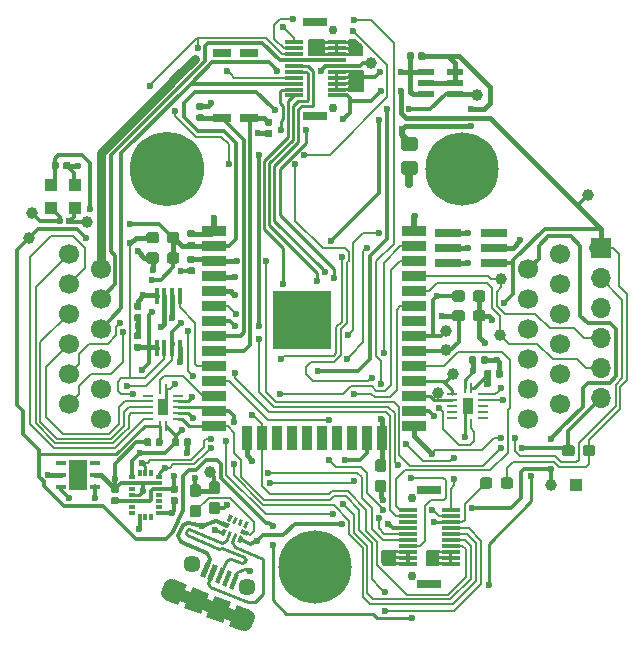
<source format=gtl>
G04 #@! TF.GenerationSoftware,KiCad,Pcbnew,(5.0.0)*
G04 #@! TF.CreationDate,2019-01-09T16:41:51-03:00*
G04 #@! TF.ProjectId,PCB_C,5043425F432E6B696361645F70636200,rev?*
G04 #@! TF.SameCoordinates,Original*
G04 #@! TF.FileFunction,Copper,L1,Top,Signal*
G04 #@! TF.FilePolarity,Positive*
%FSLAX46Y46*%
G04 Gerber Fmt 4.6, Leading zero omitted, Abs format (unit mm)*
G04 Created by KiCad (PCBNEW (5.0.0)) date 01/09/19 16:41:51*
%MOMM*%
%LPD*%
G01*
G04 APERTURE LIST*
G04 #@! TA.AperFunction,Conductor*
%ADD10C,0.100000*%
G04 #@! TD*
G04 #@! TA.AperFunction,SMDPad,CuDef*
%ADD11C,1.150000*%
G04 #@! TD*
G04 #@! TA.AperFunction,SMDPad,CuDef*
%ADD12C,0.950000*%
G04 #@! TD*
G04 #@! TA.AperFunction,SMDPad,CuDef*
%ADD13R,2.200000X0.740000*%
G04 #@! TD*
G04 #@! TA.AperFunction,SMDPad,CuDef*
%ADD14R,1.400000X0.600000*%
G04 #@! TD*
G04 #@! TA.AperFunction,SMDPad,CuDef*
%ADD15C,0.590000*%
G04 #@! TD*
G04 #@! TA.AperFunction,SMDPad,CuDef*
%ADD16R,5.000000X5.000000*%
G04 #@! TD*
G04 #@! TA.AperFunction,SMDPad,CuDef*
%ADD17R,2.000000X0.900000*%
G04 #@! TD*
G04 #@! TA.AperFunction,SMDPad,CuDef*
%ADD18R,0.900000X2.000000*%
G04 #@! TD*
G04 #@! TA.AperFunction,ComponentPad*
%ADD19C,1.700000*%
G04 #@! TD*
G04 #@! TA.AperFunction,SMDPad,CuDef*
%ADD20R,1.600000X0.300000*%
G04 #@! TD*
G04 #@! TA.AperFunction,SMDPad,CuDef*
%ADD21R,2.000000X0.800000*%
G04 #@! TD*
G04 #@! TA.AperFunction,ComponentPad*
%ADD22C,0.750000*%
G04 #@! TD*
G04 #@! TA.AperFunction,SMDPad,CuDef*
%ADD23C,0.350000*%
G04 #@! TD*
G04 #@! TA.AperFunction,SMDPad,CuDef*
%ADD24C,0.300000*%
G04 #@! TD*
G04 #@! TA.AperFunction,SMDPad,CuDef*
%ADD25C,0.250000*%
G04 #@! TD*
G04 #@! TA.AperFunction,SMDPad,CuDef*
%ADD26R,0.300000X0.600000*%
G04 #@! TD*
G04 #@! TA.AperFunction,SMDPad,CuDef*
%ADD27R,0.600000X0.300000*%
G04 #@! TD*
G04 #@! TA.AperFunction,ComponentPad*
%ADD28O,1.700000X1.700000*%
G04 #@! TD*
G04 #@! TA.AperFunction,ComponentPad*
%ADD29R,1.700000X1.700000*%
G04 #@! TD*
G04 #@! TA.AperFunction,SMDPad,CuDef*
%ADD30C,1.200000*%
G04 #@! TD*
G04 #@! TA.AperFunction,ComponentPad*
%ADD31C,1.200000*%
G04 #@! TD*
G04 #@! TA.AperFunction,Conductor*
%ADD32C,1.200000*%
G04 #@! TD*
G04 #@! TA.AperFunction,SMDPad,CuDef*
%ADD33C,1.500000*%
G04 #@! TD*
G04 #@! TA.AperFunction,ComponentPad*
%ADD34C,1.450000*%
G04 #@! TD*
G04 #@! TA.AperFunction,SMDPad,CuDef*
%ADD35C,0.400000*%
G04 #@! TD*
G04 #@! TA.AperFunction,SMDPad,CuDef*
%ADD36R,0.900000X1.400000*%
G04 #@! TD*
G04 #@! TA.AperFunction,SMDPad,CuDef*
%ADD37R,0.240000X0.900000*%
G04 #@! TD*
G04 #@! TA.AperFunction,SMDPad,CuDef*
%ADD38R,0.900000X0.240000*%
G04 #@! TD*
G04 #@! TA.AperFunction,SMDPad,CuDef*
%ADD39R,0.450000X1.400000*%
G04 #@! TD*
G04 #@! TA.AperFunction,SMDPad,CuDef*
%ADD40R,1.600000X2.500000*%
G04 #@! TD*
G04 #@! TA.AperFunction,SMDPad,CuDef*
%ADD41R,0.850000X0.450000*%
G04 #@! TD*
G04 #@! TA.AperFunction,SMDPad,CuDef*
%ADD42R,1.600000X0.700000*%
G04 #@! TD*
G04 #@! TA.AperFunction,ComponentPad*
%ADD43C,6.200000*%
G04 #@! TD*
G04 #@! TA.AperFunction,ComponentPad*
%ADD44C,6.300000*%
G04 #@! TD*
G04 #@! TA.AperFunction,BGAPad,CuDef*
%ADD45C,1.000000*%
G04 #@! TD*
G04 #@! TA.AperFunction,ComponentPad*
%ADD46R,1.000000X1.000000*%
G04 #@! TD*
G04 #@! TA.AperFunction,SMDPad,CuDef*
%ADD47R,1.000000X1.000000*%
G04 #@! TD*
G04 #@! TA.AperFunction,ViaPad*
%ADD48C,0.600000*%
G04 #@! TD*
G04 #@! TA.AperFunction,Conductor*
%ADD49C,0.250000*%
G04 #@! TD*
G04 #@! TA.AperFunction,Conductor*
%ADD50C,1.000000*%
G04 #@! TD*
G04 #@! TA.AperFunction,Conductor*
%ADD51C,0.400000*%
G04 #@! TD*
G04 #@! TA.AperFunction,Conductor*
%ADD52C,0.300000*%
G04 #@! TD*
G04 #@! TA.AperFunction,Conductor*
%ADD53C,0.240000*%
G04 #@! TD*
G04 #@! TA.AperFunction,Conductor*
%ADD54C,0.200000*%
G04 #@! TD*
G04 #@! TA.AperFunction,Conductor*
%ADD55C,0.500000*%
G04 #@! TD*
G04 #@! TA.AperFunction,Conductor*
%ADD56C,0.700000*%
G04 #@! TD*
G04 #@! TA.AperFunction,Conductor*
%ADD57C,0.800000*%
G04 #@! TD*
G04 APERTURE END LIST*
D10*
G04 #@! TO.N,GND*
G04 #@! TO.C,L1*
G36*
X8500905Y14179196D02*
X8525173Y14175596D01*
X8548972Y14169635D01*
X8572071Y14161370D01*
X8594250Y14150880D01*
X8615293Y14138268D01*
X8634999Y14123653D01*
X8653177Y14107177D01*
X8669653Y14088999D01*
X8684268Y14069293D01*
X8696880Y14048250D01*
X8707370Y14026071D01*
X8715635Y14002972D01*
X8721596Y13979173D01*
X8725196Y13954905D01*
X8726400Y13930401D01*
X8726400Y13280399D01*
X8725196Y13255895D01*
X8721596Y13231627D01*
X8715635Y13207828D01*
X8707370Y13184729D01*
X8696880Y13162550D01*
X8684268Y13141507D01*
X8669653Y13121801D01*
X8653177Y13103623D01*
X8634999Y13087147D01*
X8615293Y13072532D01*
X8594250Y13059920D01*
X8572071Y13049430D01*
X8548972Y13041165D01*
X8525173Y13035204D01*
X8500905Y13031604D01*
X8476401Y13030400D01*
X7576399Y13030400D01*
X7551895Y13031604D01*
X7527627Y13035204D01*
X7503828Y13041165D01*
X7480729Y13049430D01*
X7458550Y13059920D01*
X7437507Y13072532D01*
X7417801Y13087147D01*
X7399623Y13103623D01*
X7383147Y13121801D01*
X7368532Y13141507D01*
X7355920Y13162550D01*
X7345430Y13184729D01*
X7337165Y13207828D01*
X7331204Y13231627D01*
X7327604Y13255895D01*
X7326400Y13280399D01*
X7326400Y13930401D01*
X7327604Y13954905D01*
X7331204Y13979173D01*
X7337165Y14002972D01*
X7345430Y14026071D01*
X7355920Y14048250D01*
X7368532Y14069293D01*
X7383147Y14088999D01*
X7399623Y14107177D01*
X7417801Y14123653D01*
X7437507Y14138268D01*
X7458550Y14150880D01*
X7480729Y14161370D01*
X7503828Y14169635D01*
X7527627Y14175596D01*
X7551895Y14179196D01*
X7576399Y14180400D01*
X8476401Y14180400D01*
X8500905Y14179196D01*
X8500905Y14179196D01*
G37*
D11*
G04 #@! TD*
G04 #@! TO.P,L1,1*
G04 #@! TO.N,GND*
X8026400Y13605400D03*
D10*
G04 #@! TO.N,GNDA*
G04 #@! TO.C,L1*
G36*
X8500905Y16229196D02*
X8525173Y16225596D01*
X8548972Y16219635D01*
X8572071Y16211370D01*
X8594250Y16200880D01*
X8615293Y16188268D01*
X8634999Y16173653D01*
X8653177Y16157177D01*
X8669653Y16138999D01*
X8684268Y16119293D01*
X8696880Y16098250D01*
X8707370Y16076071D01*
X8715635Y16052972D01*
X8721596Y16029173D01*
X8725196Y16004905D01*
X8726400Y15980401D01*
X8726400Y15330399D01*
X8725196Y15305895D01*
X8721596Y15281627D01*
X8715635Y15257828D01*
X8707370Y15234729D01*
X8696880Y15212550D01*
X8684268Y15191507D01*
X8669653Y15171801D01*
X8653177Y15153623D01*
X8634999Y15137147D01*
X8615293Y15122532D01*
X8594250Y15109920D01*
X8572071Y15099430D01*
X8548972Y15091165D01*
X8525173Y15085204D01*
X8500905Y15081604D01*
X8476401Y15080400D01*
X7576399Y15080400D01*
X7551895Y15081604D01*
X7527627Y15085204D01*
X7503828Y15091165D01*
X7480729Y15099430D01*
X7458550Y15109920D01*
X7437507Y15122532D01*
X7417801Y15137147D01*
X7399623Y15153623D01*
X7383147Y15171801D01*
X7368532Y15191507D01*
X7355920Y15212550D01*
X7345430Y15234729D01*
X7337165Y15257828D01*
X7331204Y15281627D01*
X7327604Y15305895D01*
X7326400Y15330399D01*
X7326400Y15980401D01*
X7327604Y16004905D01*
X7331204Y16029173D01*
X7337165Y16052972D01*
X7345430Y16076071D01*
X7355920Y16098250D01*
X7368532Y16119293D01*
X7383147Y16138999D01*
X7399623Y16157177D01*
X7417801Y16173653D01*
X7437507Y16188268D01*
X7458550Y16200880D01*
X7480729Y16211370D01*
X7503828Y16219635D01*
X7527627Y16225596D01*
X7551895Y16229196D01*
X7576399Y16230400D01*
X8476401Y16230400D01*
X8500905Y16229196D01*
X8500905Y16229196D01*
G37*
D11*
G04 #@! TD*
G04 #@! TO.P,L1,2*
G04 #@! TO.N,GNDA*
X8026400Y15655400D03*
D10*
G04 #@! TO.N,GND*
G04 #@! TO.C,R9*
G36*
X-8222821Y-14676744D02*
X-8199766Y-14680163D01*
X-8177157Y-14685827D01*
X-8155213Y-14693679D01*
X-8134143Y-14703644D01*
X-8114152Y-14715626D01*
X-8095432Y-14729510D01*
X-8078162Y-14745162D01*
X-8062510Y-14762432D01*
X-8048626Y-14781152D01*
X-8036644Y-14801143D01*
X-8026679Y-14822213D01*
X-8018827Y-14844157D01*
X-8013163Y-14866766D01*
X-8009744Y-14889821D01*
X-8008600Y-14913100D01*
X-8008600Y-15488100D01*
X-8009744Y-15511379D01*
X-8013163Y-15534434D01*
X-8018827Y-15557043D01*
X-8026679Y-15578987D01*
X-8036644Y-15600057D01*
X-8048626Y-15620048D01*
X-8062510Y-15638768D01*
X-8078162Y-15656038D01*
X-8095432Y-15671690D01*
X-8114152Y-15685574D01*
X-8134143Y-15697556D01*
X-8155213Y-15707521D01*
X-8177157Y-15715373D01*
X-8199766Y-15721037D01*
X-8222821Y-15724456D01*
X-8246100Y-15725600D01*
X-8721100Y-15725600D01*
X-8744379Y-15724456D01*
X-8767434Y-15721037D01*
X-8790043Y-15715373D01*
X-8811987Y-15707521D01*
X-8833057Y-15697556D01*
X-8853048Y-15685574D01*
X-8871768Y-15671690D01*
X-8889038Y-15656038D01*
X-8904690Y-15638768D01*
X-8918574Y-15620048D01*
X-8930556Y-15600057D01*
X-8940521Y-15578987D01*
X-8948373Y-15557043D01*
X-8954037Y-15534434D01*
X-8957456Y-15511379D01*
X-8958600Y-15488100D01*
X-8958600Y-14913100D01*
X-8957456Y-14889821D01*
X-8954037Y-14866766D01*
X-8948373Y-14844157D01*
X-8940521Y-14822213D01*
X-8930556Y-14801143D01*
X-8918574Y-14781152D01*
X-8904690Y-14762432D01*
X-8889038Y-14745162D01*
X-8871768Y-14729510D01*
X-8853048Y-14715626D01*
X-8833057Y-14703644D01*
X-8811987Y-14693679D01*
X-8790043Y-14685827D01*
X-8767434Y-14680163D01*
X-8744379Y-14676744D01*
X-8721100Y-14675600D01*
X-8246100Y-14675600D01*
X-8222821Y-14676744D01*
X-8222821Y-14676744D01*
G37*
D12*
G04 #@! TD*
G04 #@! TO.P,R9,2*
G04 #@! TO.N,GND*
X-8483600Y-15200600D03*
D10*
G04 #@! TO.N,/CHG_DETECT*
G04 #@! TO.C,R9*
G36*
X-8222821Y-12926744D02*
X-8199766Y-12930163D01*
X-8177157Y-12935827D01*
X-8155213Y-12943679D01*
X-8134143Y-12953644D01*
X-8114152Y-12965626D01*
X-8095432Y-12979510D01*
X-8078162Y-12995162D01*
X-8062510Y-13012432D01*
X-8048626Y-13031152D01*
X-8036644Y-13051143D01*
X-8026679Y-13072213D01*
X-8018827Y-13094157D01*
X-8013163Y-13116766D01*
X-8009744Y-13139821D01*
X-8008600Y-13163100D01*
X-8008600Y-13738100D01*
X-8009744Y-13761379D01*
X-8013163Y-13784434D01*
X-8018827Y-13807043D01*
X-8026679Y-13828987D01*
X-8036644Y-13850057D01*
X-8048626Y-13870048D01*
X-8062510Y-13888768D01*
X-8078162Y-13906038D01*
X-8095432Y-13921690D01*
X-8114152Y-13935574D01*
X-8134143Y-13947556D01*
X-8155213Y-13957521D01*
X-8177157Y-13965373D01*
X-8199766Y-13971037D01*
X-8222821Y-13974456D01*
X-8246100Y-13975600D01*
X-8721100Y-13975600D01*
X-8744379Y-13974456D01*
X-8767434Y-13971037D01*
X-8790043Y-13965373D01*
X-8811987Y-13957521D01*
X-8833057Y-13947556D01*
X-8853048Y-13935574D01*
X-8871768Y-13921690D01*
X-8889038Y-13906038D01*
X-8904690Y-13888768D01*
X-8918574Y-13870048D01*
X-8930556Y-13850057D01*
X-8940521Y-13828987D01*
X-8948373Y-13807043D01*
X-8954037Y-13784434D01*
X-8957456Y-13761379D01*
X-8958600Y-13738100D01*
X-8958600Y-13163100D01*
X-8957456Y-13139821D01*
X-8954037Y-13116766D01*
X-8948373Y-13094157D01*
X-8940521Y-13072213D01*
X-8930556Y-13051143D01*
X-8918574Y-13031152D01*
X-8904690Y-13012432D01*
X-8889038Y-12995162D01*
X-8871768Y-12979510D01*
X-8853048Y-12965626D01*
X-8833057Y-12953644D01*
X-8811987Y-12943679D01*
X-8790043Y-12935827D01*
X-8767434Y-12930163D01*
X-8744379Y-12926744D01*
X-8721100Y-12925600D01*
X-8246100Y-12925600D01*
X-8222821Y-12926744D01*
X-8222821Y-12926744D01*
G37*
D12*
G04 #@! TD*
G04 #@! TO.P,R9,1*
G04 #@! TO.N,/CHG_DETECT*
X-8483600Y-13450600D03*
D10*
G04 #@! TO.N,Net-(IC3-Pad10)*
G04 #@! TO.C,R8*
G36*
X-9848421Y-14930744D02*
X-9825366Y-14934163D01*
X-9802757Y-14939827D01*
X-9780813Y-14947679D01*
X-9759743Y-14957644D01*
X-9739752Y-14969626D01*
X-9721032Y-14983510D01*
X-9703762Y-14999162D01*
X-9688110Y-15016432D01*
X-9674226Y-15035152D01*
X-9662244Y-15055143D01*
X-9652279Y-15076213D01*
X-9644427Y-15098157D01*
X-9638763Y-15120766D01*
X-9635344Y-15143821D01*
X-9634200Y-15167100D01*
X-9634200Y-15742100D01*
X-9635344Y-15765379D01*
X-9638763Y-15788434D01*
X-9644427Y-15811043D01*
X-9652279Y-15832987D01*
X-9662244Y-15854057D01*
X-9674226Y-15874048D01*
X-9688110Y-15892768D01*
X-9703762Y-15910038D01*
X-9721032Y-15925690D01*
X-9739752Y-15939574D01*
X-9759743Y-15951556D01*
X-9780813Y-15961521D01*
X-9802757Y-15969373D01*
X-9825366Y-15975037D01*
X-9848421Y-15978456D01*
X-9871700Y-15979600D01*
X-10346700Y-15979600D01*
X-10369979Y-15978456D01*
X-10393034Y-15975037D01*
X-10415643Y-15969373D01*
X-10437587Y-15961521D01*
X-10458657Y-15951556D01*
X-10478648Y-15939574D01*
X-10497368Y-15925690D01*
X-10514638Y-15910038D01*
X-10530290Y-15892768D01*
X-10544174Y-15874048D01*
X-10556156Y-15854057D01*
X-10566121Y-15832987D01*
X-10573973Y-15811043D01*
X-10579637Y-15788434D01*
X-10583056Y-15765379D01*
X-10584200Y-15742100D01*
X-10584200Y-15167100D01*
X-10583056Y-15143821D01*
X-10579637Y-15120766D01*
X-10573973Y-15098157D01*
X-10566121Y-15076213D01*
X-10556156Y-15055143D01*
X-10544174Y-15035152D01*
X-10530290Y-15016432D01*
X-10514638Y-14999162D01*
X-10497368Y-14983510D01*
X-10478648Y-14969626D01*
X-10458657Y-14957644D01*
X-10437587Y-14947679D01*
X-10415643Y-14939827D01*
X-10393034Y-14934163D01*
X-10369979Y-14930744D01*
X-10346700Y-14929600D01*
X-9871700Y-14929600D01*
X-9848421Y-14930744D01*
X-9848421Y-14930744D01*
G37*
D12*
G04 #@! TD*
G04 #@! TO.P,R8,1*
G04 #@! TO.N,Net-(IC3-Pad10)*
X-10109200Y-15454600D03*
D10*
G04 #@! TO.N,/CHG_DETECT*
G04 #@! TO.C,R8*
G36*
X-9848421Y-13180744D02*
X-9825366Y-13184163D01*
X-9802757Y-13189827D01*
X-9780813Y-13197679D01*
X-9759743Y-13207644D01*
X-9739752Y-13219626D01*
X-9721032Y-13233510D01*
X-9703762Y-13249162D01*
X-9688110Y-13266432D01*
X-9674226Y-13285152D01*
X-9662244Y-13305143D01*
X-9652279Y-13326213D01*
X-9644427Y-13348157D01*
X-9638763Y-13370766D01*
X-9635344Y-13393821D01*
X-9634200Y-13417100D01*
X-9634200Y-13992100D01*
X-9635344Y-14015379D01*
X-9638763Y-14038434D01*
X-9644427Y-14061043D01*
X-9652279Y-14082987D01*
X-9662244Y-14104057D01*
X-9674226Y-14124048D01*
X-9688110Y-14142768D01*
X-9703762Y-14160038D01*
X-9721032Y-14175690D01*
X-9739752Y-14189574D01*
X-9759743Y-14201556D01*
X-9780813Y-14211521D01*
X-9802757Y-14219373D01*
X-9825366Y-14225037D01*
X-9848421Y-14228456D01*
X-9871700Y-14229600D01*
X-10346700Y-14229600D01*
X-10369979Y-14228456D01*
X-10393034Y-14225037D01*
X-10415643Y-14219373D01*
X-10437587Y-14211521D01*
X-10458657Y-14201556D01*
X-10478648Y-14189574D01*
X-10497368Y-14175690D01*
X-10514638Y-14160038D01*
X-10530290Y-14142768D01*
X-10544174Y-14124048D01*
X-10556156Y-14104057D01*
X-10566121Y-14082987D01*
X-10573973Y-14061043D01*
X-10579637Y-14038434D01*
X-10583056Y-14015379D01*
X-10584200Y-13992100D01*
X-10584200Y-13417100D01*
X-10583056Y-13393821D01*
X-10579637Y-13370766D01*
X-10573973Y-13348157D01*
X-10566121Y-13326213D01*
X-10556156Y-13305143D01*
X-10544174Y-13285152D01*
X-10530290Y-13266432D01*
X-10514638Y-13249162D01*
X-10497368Y-13233510D01*
X-10478648Y-13219626D01*
X-10458657Y-13207644D01*
X-10437587Y-13197679D01*
X-10415643Y-13189827D01*
X-10393034Y-13184163D01*
X-10369979Y-13180744D01*
X-10346700Y-13179600D01*
X-9871700Y-13179600D01*
X-9848421Y-13180744D01*
X-9848421Y-13180744D01*
G37*
D12*
G04 #@! TD*
G04 #@! TO.P,R8,2*
G04 #@! TO.N,/CHG_DETECT*
X-10109200Y-13704600D03*
D13*
G04 #@! TO.P,J6,1*
G04 #@! TO.N,+3V3_Internal*
X15158000Y5588000D03*
G04 #@! TO.P,J6,2*
G04 #@! TO.N,/MCLR*
X11258000Y5588000D03*
G04 #@! TO.P,J6,3*
G04 #@! TO.N,GND*
X15158000Y6858000D03*
G04 #@! TO.P,J6,4*
G04 #@! TO.N,/ICSDAT*
X11258000Y6858000D03*
G04 #@! TO.P,J6,5*
G04 #@! TO.N,Net-(J6-Pad5)*
X15158000Y8128000D03*
G04 #@! TO.P,J6,6*
G04 #@! TO.N,/ICSPCLK*
X11258000Y8128000D03*
G04 #@! TD*
D14*
G04 #@! TO.P,IC1,6*
G04 #@! TO.N,+BATT*
X9418000Y19878000D03*
G04 #@! TO.P,IC1,5*
G04 #@! TO.N,GNDA*
X9418000Y20828000D03*
G04 #@! TO.P,IC1,4*
G04 #@! TO.N,+BATT*
X9418000Y21778000D03*
G04 #@! TO.P,IC1,3*
G04 #@! TO.N,GNDA*
X11918000Y21778000D03*
G04 #@! TO.P,IC1,2*
X11918000Y20828000D03*
G04 #@! TO.P,IC1,1*
G04 #@! TO.N,/+VREF*
X11918000Y19878000D03*
G04 #@! TD*
D10*
G04 #@! TO.N,+BATT*
G04 #@! TO.C,C1*
G36*
X8262158Y23407890D02*
X8276476Y23405766D01*
X8290517Y23402249D01*
X8304146Y23397372D01*
X8317231Y23391183D01*
X8329647Y23383742D01*
X8341273Y23375119D01*
X8351998Y23365398D01*
X8361719Y23354673D01*
X8370342Y23343047D01*
X8377783Y23330631D01*
X8383972Y23317546D01*
X8388849Y23303917D01*
X8392366Y23289876D01*
X8394490Y23275558D01*
X8395200Y23261100D01*
X8395200Y22916100D01*
X8394490Y22901642D01*
X8392366Y22887324D01*
X8388849Y22873283D01*
X8383972Y22859654D01*
X8377783Y22846569D01*
X8370342Y22834153D01*
X8361719Y22822527D01*
X8351998Y22811802D01*
X8341273Y22802081D01*
X8329647Y22793458D01*
X8317231Y22786017D01*
X8304146Y22779828D01*
X8290517Y22774951D01*
X8276476Y22771434D01*
X8262158Y22769310D01*
X8247700Y22768600D01*
X7952700Y22768600D01*
X7938242Y22769310D01*
X7923924Y22771434D01*
X7909883Y22774951D01*
X7896254Y22779828D01*
X7883169Y22786017D01*
X7870753Y22793458D01*
X7859127Y22802081D01*
X7848402Y22811802D01*
X7838681Y22822527D01*
X7830058Y22834153D01*
X7822617Y22846569D01*
X7816428Y22859654D01*
X7811551Y22873283D01*
X7808034Y22887324D01*
X7805910Y22901642D01*
X7805200Y22916100D01*
X7805200Y23261100D01*
X7805910Y23275558D01*
X7808034Y23289876D01*
X7811551Y23303917D01*
X7816428Y23317546D01*
X7822617Y23330631D01*
X7830058Y23343047D01*
X7838681Y23354673D01*
X7848402Y23365398D01*
X7859127Y23375119D01*
X7870753Y23383742D01*
X7883169Y23391183D01*
X7896254Y23397372D01*
X7909883Y23402249D01*
X7923924Y23405766D01*
X7938242Y23407890D01*
X7952700Y23408600D01*
X8247700Y23408600D01*
X8262158Y23407890D01*
X8262158Y23407890D01*
G37*
D15*
G04 #@! TD*
G04 #@! TO.P,C1,2*
G04 #@! TO.N,+BATT*
X8100200Y23088600D03*
D10*
G04 #@! TO.N,GNDA*
G04 #@! TO.C,C1*
G36*
X9232158Y23407890D02*
X9246476Y23405766D01*
X9260517Y23402249D01*
X9274146Y23397372D01*
X9287231Y23391183D01*
X9299647Y23383742D01*
X9311273Y23375119D01*
X9321998Y23365398D01*
X9331719Y23354673D01*
X9340342Y23343047D01*
X9347783Y23330631D01*
X9353972Y23317546D01*
X9358849Y23303917D01*
X9362366Y23289876D01*
X9364490Y23275558D01*
X9365200Y23261100D01*
X9365200Y22916100D01*
X9364490Y22901642D01*
X9362366Y22887324D01*
X9358849Y22873283D01*
X9353972Y22859654D01*
X9347783Y22846569D01*
X9340342Y22834153D01*
X9331719Y22822527D01*
X9321998Y22811802D01*
X9311273Y22802081D01*
X9299647Y22793458D01*
X9287231Y22786017D01*
X9274146Y22779828D01*
X9260517Y22774951D01*
X9246476Y22771434D01*
X9232158Y22769310D01*
X9217700Y22768600D01*
X8922700Y22768600D01*
X8908242Y22769310D01*
X8893924Y22771434D01*
X8879883Y22774951D01*
X8866254Y22779828D01*
X8853169Y22786017D01*
X8840753Y22793458D01*
X8829127Y22802081D01*
X8818402Y22811802D01*
X8808681Y22822527D01*
X8800058Y22834153D01*
X8792617Y22846569D01*
X8786428Y22859654D01*
X8781551Y22873283D01*
X8778034Y22887324D01*
X8775910Y22901642D01*
X8775200Y22916100D01*
X8775200Y23261100D01*
X8775910Y23275558D01*
X8778034Y23289876D01*
X8781551Y23303917D01*
X8786428Y23317546D01*
X8792617Y23330631D01*
X8800058Y23343047D01*
X8808681Y23354673D01*
X8818402Y23365398D01*
X8829127Y23375119D01*
X8840753Y23383742D01*
X8853169Y23391183D01*
X8866254Y23397372D01*
X8879883Y23402249D01*
X8893924Y23405766D01*
X8908242Y23407890D01*
X8922700Y23408600D01*
X9217700Y23408600D01*
X9232158Y23407890D01*
X9232158Y23407890D01*
G37*
D15*
G04 #@! TD*
G04 #@! TO.P,C1,1*
G04 #@! TO.N,GNDA*
X9070200Y23088600D03*
D16*
G04 #@! TO.P,U3,39*
G04 #@! TO.N,N/C*
X-1050800Y755000D03*
D17*
G04 #@! TO.P,U3,1*
G04 #@! TO.N,GND*
X-8550800Y8255000D03*
G04 #@! TO.P,U3,2*
G04 #@! TO.N,+3V3_Internal*
X-8550800Y6985000D03*
G04 #@! TO.P,U3,3*
G04 #@! TO.N,/EN*
X-8550800Y5715000D03*
G04 #@! TO.P,U3,4*
G04 #@! TO.N,/CHG_DETECT*
X-8550800Y4445000D03*
G04 #@! TO.P,U3,5*
G04 #@! TO.N,/CHG*
X-8550800Y3175000D03*
G04 #@! TO.P,U3,6*
G04 #@! TO.N,/GPOUT*
X-8550800Y1905000D03*
G04 #@! TO.P,U3,7*
G04 #@! TO.N,/GPS_TX*
X-8550800Y635000D03*
G04 #@! TO.P,U3,8*
G04 #@! TO.N,Net-(C4-Pad1)*
X-8550800Y-635000D03*
G04 #@! TO.P,U3,9*
G04 #@! TO.N,Net-(C3-Pad1)*
X-8550800Y-1905000D03*
G04 #@! TO.P,U3,10*
G04 #@! TO.N,/I2C_EN*
X-8550800Y-3175000D03*
G04 #@! TO.P,U3,11*
G04 #@! TO.N,/S_GLOBO*
X-8550800Y-4445000D03*
G04 #@! TO.P,U3,12*
G04 #@! TO.N,/SPI_BUFFER_EN*
X-8550800Y-5715000D03*
G04 #@! TO.P,U3,13*
G04 #@! TO.N,/SCLK*
X-8550800Y-6985000D03*
G04 #@! TO.P,U3,14*
G04 #@! TO.N,/SDO*
X-8550800Y-8255000D03*
D18*
G04 #@! TO.P,U3,15*
G04 #@! TO.N,GND*
X-5765800Y-9255000D03*
G04 #@! TO.P,U3,16*
G04 #@! TO.N,/SDI*
X-4495800Y-9255000D03*
G04 #@! TO.P,U3,17*
G04 #@! TO.N,Net-(U3-Pad17)*
X-3225800Y-9255000D03*
G04 #@! TO.P,U3,18*
G04 #@! TO.N,Net-(U3-Pad18)*
X-1955800Y-9255000D03*
G04 #@! TO.P,U3,19*
G04 #@! TO.N,Net-(U3-Pad19)*
X-685800Y-9255000D03*
G04 #@! TO.P,U3,20*
G04 #@! TO.N,Net-(U3-Pad20)*
X584200Y-9255000D03*
G04 #@! TO.P,U3,21*
G04 #@! TO.N,Net-(U3-Pad21)*
X1854200Y-9255000D03*
G04 #@! TO.P,U3,22*
G04 #@! TO.N,Net-(U3-Pad22)*
X3124200Y-9255000D03*
G04 #@! TO.P,U3,23*
G04 #@! TO.N,/CS*
X4394200Y-9255000D03*
G04 #@! TO.P,U3,24*
G04 #@! TO.N,/P1*
X5664200Y-9255000D03*
D17*
G04 #@! TO.P,U3,25*
G04 #@! TO.N,/GPIO0*
X8449200Y-8255000D03*
G04 #@! TO.P,U3,26*
G04 #@! TO.N,/AUX_ENABLE*
X8449200Y-6985000D03*
G04 #@! TO.P,U3,27*
G04 #@! TO.N,/TX_ARDUINO*
X8449200Y-5715000D03*
G04 #@! TO.P,U3,28*
G04 #@! TO.N,/RX_ARDUINO*
X8449200Y-4445000D03*
G04 #@! TO.P,U3,29*
G04 #@! TO.N,/ISET*
X8449200Y-3175000D03*
G04 #@! TO.P,U3,30*
G04 #@! TO.N,/SCL_PIC16*
X8449200Y-1905000D03*
G04 #@! TO.P,U3,31*
G04 #@! TO.N,/SDA_PIC16*
X8449200Y-635000D03*
G04 #@! TO.P,U3,32*
G04 #@! TO.N,Net-(U3-Pad32)*
X8449200Y635000D03*
G04 #@! TO.P,U3,33*
G04 #@! TO.N,/SDA*
X8449200Y1905000D03*
G04 #@! TO.P,U3,34*
G04 #@! TO.N,/RX_DEBUG*
X8449200Y3175000D03*
G04 #@! TO.P,U3,35*
G04 #@! TO.N,/TX_DEBUG*
X8449200Y4445000D03*
G04 #@! TO.P,U3,36*
G04 #@! TO.N,/SCL*
X8449200Y5715000D03*
G04 #@! TO.P,U3,37*
G04 #@! TO.N,/IO_EN*
X8449200Y6985000D03*
G04 #@! TO.P,U3,38*
G04 #@! TO.N,GND*
X8449200Y8255000D03*
G04 #@! TD*
D19*
G04 #@! TO.P,J4,12*
G04 #@! TO.N,Net-(J4-Pad12)*
X18100000Y-7620000D03*
G04 #@! TO.P,J4,11*
G04 #@! TO.N,Net-(J4-Pad11)*
X18100000Y-5080000D03*
G04 #@! TO.P,J4,10*
G04 #@! TO.N,Net-(J4-Pad10)*
X18100000Y-2540000D03*
G04 #@! TO.P,J4,9*
G04 #@! TO.N,Net-(J4-Pad9)*
X18100000Y0D03*
G04 #@! TO.P,J4,8*
G04 #@! TO.N,Net-(J4-Pad8)*
X18100000Y2540000D03*
G04 #@! TO.P,J4,7*
G04 #@! TO.N,VBUS*
X18100000Y5080000D03*
G04 #@! TO.P,J4,6*
G04 #@! TO.N,Net-(J4-Pad6)*
X20800000Y-6350000D03*
G04 #@! TO.P,J4,5*
G04 #@! TO.N,Net-(J4-Pad5)*
X20800000Y-3810000D03*
G04 #@! TO.P,J4,4*
G04 #@! TO.N,Net-(J4-Pad4)*
X20800000Y-1270000D03*
G04 #@! TO.P,J4,3*
G04 #@! TO.N,Net-(J4-Pad3)*
X20800000Y1270000D03*
G04 #@! TO.P,J4,2*
G04 #@! TO.N,/EXT_IO1*
X20800000Y3810000D03*
G04 #@! TO.P,J4,1*
G04 #@! TO.N,/EXT_IO0*
X20800000Y6350000D03*
G04 #@! TO.P,J4,18*
G04 #@! TO.N,GND*
X-18100000Y-7620000D03*
G04 #@! TO.P,J4,17*
X-18100000Y-5080000D03*
G04 #@! TO.P,J4,16*
X-18100000Y-2540000D03*
G04 #@! TO.P,J4,15*
G04 #@! TO.N,+5V*
X-18100000Y0D03*
G04 #@! TO.P,J4,14*
G04 #@! TO.N,+3V3*
X-18100000Y2540000D03*
G04 #@! TO.P,J4,13*
G04 #@! TO.N,+BATT*
X-18100000Y5080000D03*
G04 #@! TO.P,J4,24*
G04 #@! TO.N,/SDA_EXT*
X-20800000Y-6350000D03*
G04 #@! TO.P,J4,23*
G04 #@! TO.N,/SCL_EXT*
X-20800000Y-3810000D03*
G04 #@! TO.P,J4,22*
G04 #@! TO.N,/EXT_CS*
X-20800000Y-1270000D03*
G04 #@! TO.P,J4,21*
G04 #@! TO.N,/EXT_SCLK*
X-20800000Y1270000D03*
G04 #@! TO.P,J4,20*
G04 #@! TO.N,/EXT_MISO*
X-20800000Y3810000D03*
G04 #@! TO.P,J4,19*
G04 #@! TO.N,/EXT_MOSI*
X-20800000Y6350000D03*
G04 #@! TD*
D20*
G04 #@! TO.P,J3,9*
G04 #@! TO.N,+BATT*
X1850000Y20250000D03*
G04 #@! TO.P,J3,8*
X1850000Y20750000D03*
G04 #@! TO.P,J3,18*
G04 #@! TO.N,/AUX_ENABLE*
X-1750000Y23250000D03*
D21*
G04 #@! TO.P,J3,41*
G04 #@! TO.N,Net-(J3-Pad41)*
X50000Y26000000D03*
D20*
G04 #@! TO.P,J3,11*
G04 #@! TO.N,/V_SENSE_5V*
X-1750000Y19750000D03*
G04 #@! TO.P,J3,10*
G04 #@! TO.N,+3V3_Internal*
X1850000Y19750000D03*
G04 #@! TO.P,J3,12*
G04 #@! TO.N,/I_SENSE_5V*
X-1750000Y20250000D03*
G04 #@! TO.P,J3,20*
G04 #@! TO.N,/GPS_TX*
X-1750000Y24250000D03*
G04 #@! TO.P,J3,16*
G04 #@! TO.N,/I_SENSE_3V3*
X-1750000Y22250000D03*
D21*
G04 #@! TO.P,J3,42*
G04 #@! TO.N,Net-(J3-Pad42)*
X50000Y18000000D03*
D20*
G04 #@! TO.P,J3,13*
G04 #@! TO.N,+5V*
X-1750000Y20750000D03*
D22*
G04 #@! TO.P,J3,45*
G04 #@! TO.N,N/C*
X1550000Y25300000D03*
D20*
G04 #@! TO.P,J3,17*
G04 #@! TO.N,+3V3*
X-1750000Y22750000D03*
G04 #@! TO.P,J3,14*
G04 #@! TO.N,/AUX_ENABLE*
X-1750000Y21250000D03*
D22*
G04 #@! TO.P,J3,46*
G04 #@! TO.N,N/C*
X1550000Y18700000D03*
D20*
G04 #@! TO.P,J3,19*
G04 #@! TO.N,/P1*
X-1750000Y23750000D03*
G04 #@! TO.P,J3,15*
G04 #@! TO.N,/V_SENSE_3V3*
X-1750000Y21750000D03*
G04 #@! TO.P,J3,7*
G04 #@! TO.N,+BATT*
X1850000Y21250000D03*
G04 #@! TO.P,J3,6*
X1850000Y21750000D03*
G04 #@! TO.P,J3,5*
G04 #@! TO.N,+5V*
X1850000Y22250000D03*
G04 #@! TO.P,J3,4*
G04 #@! TO.N,+3V3*
X1850000Y22750000D03*
G04 #@! TO.P,J3,1*
G04 #@! TO.N,GND*
X1850000Y24250000D03*
G04 #@! TO.P,J3,3*
X1850000Y23250000D03*
G04 #@! TO.P,J3,2*
X1850000Y23750000D03*
G04 #@! TO.P,J3,29*
G04 #@! TO.N,/CHG*
X7900000Y-15877600D03*
G04 #@! TO.P,J3,28*
G04 #@! TO.N,Net-(J3-Pad28)*
X7900000Y-16377600D03*
G04 #@! TO.P,J3,38*
G04 #@! TO.N,GND*
X11500000Y-18877600D03*
D21*
G04 #@! TO.P,J3,43*
G04 #@! TO.N,Net-(J3-Pad43)*
X9700000Y-21627600D03*
D20*
G04 #@! TO.P,J3,31*
G04 #@! TO.N,/I_SENSE_BATT*
X11500000Y-15377600D03*
G04 #@! TO.P,J3,30*
G04 #@! TO.N,/ISET*
X7900000Y-15377600D03*
G04 #@! TO.P,J3,32*
G04 #@! TO.N,/S_GLOBO*
X11500000Y-15877600D03*
G04 #@! TO.P,J3,40*
G04 #@! TO.N,GND*
X11500000Y-19877600D03*
G04 #@! TO.P,J3,36*
G04 #@! TO.N,/CS*
X11500000Y-17877600D03*
D21*
G04 #@! TO.P,J3,44*
G04 #@! TO.N,Net-(J3-Pad44)*
X9700000Y-13627600D03*
D20*
G04 #@! TO.P,J3,33*
G04 #@! TO.N,/GPIO0*
X11500000Y-16377600D03*
D22*
G04 #@! TO.P,J3,47*
G04 #@! TO.N,N/C*
X8200000Y-20927600D03*
D20*
G04 #@! TO.P,J3,37*
G04 #@! TO.N,/SDI*
X11500000Y-18377600D03*
G04 #@! TO.P,J3,34*
G04 #@! TO.N,/SDO*
X11500000Y-16877600D03*
D22*
G04 #@! TO.P,J3,48*
G04 #@! TO.N,N/C*
X8200000Y-14327600D03*
D20*
G04 #@! TO.P,J3,39*
G04 #@! TO.N,GND*
X11500000Y-19377600D03*
G04 #@! TO.P,J3,35*
G04 #@! TO.N,/SCLK*
X11500000Y-17377600D03*
G04 #@! TO.P,J3,27*
G04 #@! TO.N,VBUS*
X7900000Y-16877600D03*
G04 #@! TO.P,J3,26*
G04 #@! TO.N,/SDA*
X7900000Y-17377600D03*
G04 #@! TO.P,J3,25*
G04 #@! TO.N,/SCL*
X7900000Y-17877600D03*
G04 #@! TO.P,J3,24*
G04 #@! TO.N,/GPOUT*
X7900000Y-18377600D03*
G04 #@! TO.P,J3,21*
G04 #@! TO.N,GND*
X7900000Y-19877600D03*
G04 #@! TO.P,J3,23*
X7900000Y-18877600D03*
G04 #@! TO.P,J3,22*
X7900000Y-19377600D03*
G04 #@! TD*
D10*
G04 #@! TO.N,/EN*
G04 #@! TO.C,C16*
G36*
X-10277842Y6164090D02*
X-10263524Y6161966D01*
X-10249483Y6158449D01*
X-10235854Y6153572D01*
X-10222769Y6147383D01*
X-10210353Y6139942D01*
X-10198727Y6131319D01*
X-10188002Y6121598D01*
X-10178281Y6110873D01*
X-10169658Y6099247D01*
X-10162217Y6086831D01*
X-10156028Y6073746D01*
X-10151151Y6060117D01*
X-10147634Y6046076D01*
X-10145510Y6031758D01*
X-10144800Y6017300D01*
X-10144800Y5722300D01*
X-10145510Y5707842D01*
X-10147634Y5693524D01*
X-10151151Y5679483D01*
X-10156028Y5665854D01*
X-10162217Y5652769D01*
X-10169658Y5640353D01*
X-10178281Y5628727D01*
X-10188002Y5618002D01*
X-10198727Y5608281D01*
X-10210353Y5599658D01*
X-10222769Y5592217D01*
X-10235854Y5586028D01*
X-10249483Y5581151D01*
X-10263524Y5577634D01*
X-10277842Y5575510D01*
X-10292300Y5574800D01*
X-10637300Y5574800D01*
X-10651758Y5575510D01*
X-10666076Y5577634D01*
X-10680117Y5581151D01*
X-10693746Y5586028D01*
X-10706831Y5592217D01*
X-10719247Y5599658D01*
X-10730873Y5608281D01*
X-10741598Y5618002D01*
X-10751319Y5628727D01*
X-10759942Y5640353D01*
X-10767383Y5652769D01*
X-10773572Y5665854D01*
X-10778449Y5679483D01*
X-10781966Y5693524D01*
X-10784090Y5707842D01*
X-10784800Y5722300D01*
X-10784800Y6017300D01*
X-10784090Y6031758D01*
X-10781966Y6046076D01*
X-10778449Y6060117D01*
X-10773572Y6073746D01*
X-10767383Y6086831D01*
X-10759942Y6099247D01*
X-10751319Y6110873D01*
X-10741598Y6121598D01*
X-10730873Y6131319D01*
X-10719247Y6139942D01*
X-10706831Y6147383D01*
X-10693746Y6153572D01*
X-10680117Y6158449D01*
X-10666076Y6161966D01*
X-10651758Y6164090D01*
X-10637300Y6164800D01*
X-10292300Y6164800D01*
X-10277842Y6164090D01*
X-10277842Y6164090D01*
G37*
D15*
G04 #@! TD*
G04 #@! TO.P,C16,2*
G04 #@! TO.N,/EN*
X-10464800Y5869800D03*
D10*
G04 #@! TO.N,GND*
G04 #@! TO.C,C16*
G36*
X-10277842Y5194090D02*
X-10263524Y5191966D01*
X-10249483Y5188449D01*
X-10235854Y5183572D01*
X-10222769Y5177383D01*
X-10210353Y5169942D01*
X-10198727Y5161319D01*
X-10188002Y5151598D01*
X-10178281Y5140873D01*
X-10169658Y5129247D01*
X-10162217Y5116831D01*
X-10156028Y5103746D01*
X-10151151Y5090117D01*
X-10147634Y5076076D01*
X-10145510Y5061758D01*
X-10144800Y5047300D01*
X-10144800Y4752300D01*
X-10145510Y4737842D01*
X-10147634Y4723524D01*
X-10151151Y4709483D01*
X-10156028Y4695854D01*
X-10162217Y4682769D01*
X-10169658Y4670353D01*
X-10178281Y4658727D01*
X-10188002Y4648002D01*
X-10198727Y4638281D01*
X-10210353Y4629658D01*
X-10222769Y4622217D01*
X-10235854Y4616028D01*
X-10249483Y4611151D01*
X-10263524Y4607634D01*
X-10277842Y4605510D01*
X-10292300Y4604800D01*
X-10637300Y4604800D01*
X-10651758Y4605510D01*
X-10666076Y4607634D01*
X-10680117Y4611151D01*
X-10693746Y4616028D01*
X-10706831Y4622217D01*
X-10719247Y4629658D01*
X-10730873Y4638281D01*
X-10741598Y4648002D01*
X-10751319Y4658727D01*
X-10759942Y4670353D01*
X-10767383Y4682769D01*
X-10773572Y4695854D01*
X-10778449Y4709483D01*
X-10781966Y4723524D01*
X-10784090Y4737842D01*
X-10784800Y4752300D01*
X-10784800Y5047300D01*
X-10784090Y5061758D01*
X-10781966Y5076076D01*
X-10778449Y5090117D01*
X-10773572Y5103746D01*
X-10767383Y5116831D01*
X-10759942Y5129247D01*
X-10751319Y5140873D01*
X-10741598Y5151598D01*
X-10730873Y5161319D01*
X-10719247Y5169942D01*
X-10706831Y5177383D01*
X-10693746Y5183572D01*
X-10680117Y5188449D01*
X-10666076Y5191966D01*
X-10651758Y5194090D01*
X-10637300Y5194800D01*
X-10292300Y5194800D01*
X-10277842Y5194090D01*
X-10277842Y5194090D01*
G37*
D15*
G04 #@! TD*
G04 #@! TO.P,C16,1*
G04 #@! TO.N,GND*
X-10464800Y4899800D03*
D10*
G04 #@! TO.N,+3V3_Internal*
G04 #@! TO.C,R7*
G36*
X23537779Y-9838544D02*
X23560834Y-9841963D01*
X23583443Y-9847627D01*
X23605387Y-9855479D01*
X23626457Y-9865444D01*
X23646448Y-9877426D01*
X23665168Y-9891310D01*
X23682438Y-9906962D01*
X23698090Y-9924232D01*
X23711974Y-9942952D01*
X23723956Y-9962943D01*
X23733921Y-9984013D01*
X23741773Y-10005957D01*
X23747437Y-10028566D01*
X23750856Y-10051621D01*
X23752000Y-10074900D01*
X23752000Y-10549900D01*
X23750856Y-10573179D01*
X23747437Y-10596234D01*
X23741773Y-10618843D01*
X23733921Y-10640787D01*
X23723956Y-10661857D01*
X23711974Y-10681848D01*
X23698090Y-10700568D01*
X23682438Y-10717838D01*
X23665168Y-10733490D01*
X23646448Y-10747374D01*
X23626457Y-10759356D01*
X23605387Y-10769321D01*
X23583443Y-10777173D01*
X23560834Y-10782837D01*
X23537779Y-10786256D01*
X23514500Y-10787400D01*
X22939500Y-10787400D01*
X22916221Y-10786256D01*
X22893166Y-10782837D01*
X22870557Y-10777173D01*
X22848613Y-10769321D01*
X22827543Y-10759356D01*
X22807552Y-10747374D01*
X22788832Y-10733490D01*
X22771562Y-10717838D01*
X22755910Y-10700568D01*
X22742026Y-10681848D01*
X22730044Y-10661857D01*
X22720079Y-10640787D01*
X22712227Y-10618843D01*
X22706563Y-10596234D01*
X22703144Y-10573179D01*
X22702000Y-10549900D01*
X22702000Y-10074900D01*
X22703144Y-10051621D01*
X22706563Y-10028566D01*
X22712227Y-10005957D01*
X22720079Y-9984013D01*
X22730044Y-9962943D01*
X22742026Y-9942952D01*
X22755910Y-9924232D01*
X22771562Y-9906962D01*
X22788832Y-9891310D01*
X22807552Y-9877426D01*
X22827543Y-9865444D01*
X22848613Y-9855479D01*
X22870557Y-9847627D01*
X22893166Y-9841963D01*
X22916221Y-9838544D01*
X22939500Y-9837400D01*
X23514500Y-9837400D01*
X23537779Y-9838544D01*
X23537779Y-9838544D01*
G37*
D12*
G04 #@! TD*
G04 #@! TO.P,R7,2*
G04 #@! TO.N,+3V3_Internal*
X23227000Y-10312400D03*
D10*
G04 #@! TO.N,/EN*
G04 #@! TO.C,R7*
G36*
X21787779Y-9838544D02*
X21810834Y-9841963D01*
X21833443Y-9847627D01*
X21855387Y-9855479D01*
X21876457Y-9865444D01*
X21896448Y-9877426D01*
X21915168Y-9891310D01*
X21932438Y-9906962D01*
X21948090Y-9924232D01*
X21961974Y-9942952D01*
X21973956Y-9962943D01*
X21983921Y-9984013D01*
X21991773Y-10005957D01*
X21997437Y-10028566D01*
X22000856Y-10051621D01*
X22002000Y-10074900D01*
X22002000Y-10549900D01*
X22000856Y-10573179D01*
X21997437Y-10596234D01*
X21991773Y-10618843D01*
X21983921Y-10640787D01*
X21973956Y-10661857D01*
X21961974Y-10681848D01*
X21948090Y-10700568D01*
X21932438Y-10717838D01*
X21915168Y-10733490D01*
X21896448Y-10747374D01*
X21876457Y-10759356D01*
X21855387Y-10769321D01*
X21833443Y-10777173D01*
X21810834Y-10782837D01*
X21787779Y-10786256D01*
X21764500Y-10787400D01*
X21189500Y-10787400D01*
X21166221Y-10786256D01*
X21143166Y-10782837D01*
X21120557Y-10777173D01*
X21098613Y-10769321D01*
X21077543Y-10759356D01*
X21057552Y-10747374D01*
X21038832Y-10733490D01*
X21021562Y-10717838D01*
X21005910Y-10700568D01*
X20992026Y-10681848D01*
X20980044Y-10661857D01*
X20970079Y-10640787D01*
X20962227Y-10618843D01*
X20956563Y-10596234D01*
X20953144Y-10573179D01*
X20952000Y-10549900D01*
X20952000Y-10074900D01*
X20953144Y-10051621D01*
X20956563Y-10028566D01*
X20962227Y-10005957D01*
X20970079Y-9984013D01*
X20980044Y-9962943D01*
X20992026Y-9942952D01*
X21005910Y-9924232D01*
X21021562Y-9906962D01*
X21038832Y-9891310D01*
X21057552Y-9877426D01*
X21077543Y-9865444D01*
X21098613Y-9855479D01*
X21120557Y-9847627D01*
X21143166Y-9841963D01*
X21166221Y-9838544D01*
X21189500Y-9837400D01*
X21764500Y-9837400D01*
X21787779Y-9838544D01*
X21787779Y-9838544D01*
G37*
D12*
G04 #@! TD*
G04 #@! TO.P,R7,1*
G04 #@! TO.N,/EN*
X21477000Y-10312400D03*
D10*
G04 #@! TO.N,/GPIO0*
G04 #@! TO.C,R6*
G36*
X14828179Y-12581744D02*
X14851234Y-12585163D01*
X14873843Y-12590827D01*
X14895787Y-12598679D01*
X14916857Y-12608644D01*
X14936848Y-12620626D01*
X14955568Y-12634510D01*
X14972838Y-12650162D01*
X14988490Y-12667432D01*
X15002374Y-12686152D01*
X15014356Y-12706143D01*
X15024321Y-12727213D01*
X15032173Y-12749157D01*
X15037837Y-12771766D01*
X15041256Y-12794821D01*
X15042400Y-12818100D01*
X15042400Y-13293100D01*
X15041256Y-13316379D01*
X15037837Y-13339434D01*
X15032173Y-13362043D01*
X15024321Y-13383987D01*
X15014356Y-13405057D01*
X15002374Y-13425048D01*
X14988490Y-13443768D01*
X14972838Y-13461038D01*
X14955568Y-13476690D01*
X14936848Y-13490574D01*
X14916857Y-13502556D01*
X14895787Y-13512521D01*
X14873843Y-13520373D01*
X14851234Y-13526037D01*
X14828179Y-13529456D01*
X14804900Y-13530600D01*
X14229900Y-13530600D01*
X14206621Y-13529456D01*
X14183566Y-13526037D01*
X14160957Y-13520373D01*
X14139013Y-13512521D01*
X14117943Y-13502556D01*
X14097952Y-13490574D01*
X14079232Y-13476690D01*
X14061962Y-13461038D01*
X14046310Y-13443768D01*
X14032426Y-13425048D01*
X14020444Y-13405057D01*
X14010479Y-13383987D01*
X14002627Y-13362043D01*
X13996963Y-13339434D01*
X13993544Y-13316379D01*
X13992400Y-13293100D01*
X13992400Y-12818100D01*
X13993544Y-12794821D01*
X13996963Y-12771766D01*
X14002627Y-12749157D01*
X14010479Y-12727213D01*
X14020444Y-12706143D01*
X14032426Y-12686152D01*
X14046310Y-12667432D01*
X14061962Y-12650162D01*
X14079232Y-12634510D01*
X14097952Y-12620626D01*
X14117943Y-12608644D01*
X14139013Y-12598679D01*
X14160957Y-12590827D01*
X14183566Y-12585163D01*
X14206621Y-12581744D01*
X14229900Y-12580600D01*
X14804900Y-12580600D01*
X14828179Y-12581744D01*
X14828179Y-12581744D01*
G37*
D12*
G04 #@! TD*
G04 #@! TO.P,R6,1*
G04 #@! TO.N,/GPIO0*
X14517400Y-13055600D03*
D10*
G04 #@! TO.N,+3V3_Internal*
G04 #@! TO.C,R6*
G36*
X16578179Y-12581744D02*
X16601234Y-12585163D01*
X16623843Y-12590827D01*
X16645787Y-12598679D01*
X16666857Y-12608644D01*
X16686848Y-12620626D01*
X16705568Y-12634510D01*
X16722838Y-12650162D01*
X16738490Y-12667432D01*
X16752374Y-12686152D01*
X16764356Y-12706143D01*
X16774321Y-12727213D01*
X16782173Y-12749157D01*
X16787837Y-12771766D01*
X16791256Y-12794821D01*
X16792400Y-12818100D01*
X16792400Y-13293100D01*
X16791256Y-13316379D01*
X16787837Y-13339434D01*
X16782173Y-13362043D01*
X16774321Y-13383987D01*
X16764356Y-13405057D01*
X16752374Y-13425048D01*
X16738490Y-13443768D01*
X16722838Y-13461038D01*
X16705568Y-13476690D01*
X16686848Y-13490574D01*
X16666857Y-13502556D01*
X16645787Y-13512521D01*
X16623843Y-13520373D01*
X16601234Y-13526037D01*
X16578179Y-13529456D01*
X16554900Y-13530600D01*
X15979900Y-13530600D01*
X15956621Y-13529456D01*
X15933566Y-13526037D01*
X15910957Y-13520373D01*
X15889013Y-13512521D01*
X15867943Y-13502556D01*
X15847952Y-13490574D01*
X15829232Y-13476690D01*
X15811962Y-13461038D01*
X15796310Y-13443768D01*
X15782426Y-13425048D01*
X15770444Y-13405057D01*
X15760479Y-13383987D01*
X15752627Y-13362043D01*
X15746963Y-13339434D01*
X15743544Y-13316379D01*
X15742400Y-13293100D01*
X15742400Y-12818100D01*
X15743544Y-12794821D01*
X15746963Y-12771766D01*
X15752627Y-12749157D01*
X15760479Y-12727213D01*
X15770444Y-12706143D01*
X15782426Y-12686152D01*
X15796310Y-12667432D01*
X15811962Y-12650162D01*
X15829232Y-12634510D01*
X15847952Y-12620626D01*
X15867943Y-12608644D01*
X15889013Y-12598679D01*
X15910957Y-12590827D01*
X15933566Y-12585163D01*
X15956621Y-12581744D01*
X15979900Y-12580600D01*
X16554900Y-12580600D01*
X16578179Y-12581744D01*
X16578179Y-12581744D01*
G37*
D12*
G04 #@! TD*
G04 #@! TO.P,R6,2*
G04 #@! TO.N,+3V3_Internal*
X16267400Y-13055600D03*
D10*
G04 #@! TO.N,GND*
G04 #@! TO.C,R5*
G36*
X5848779Y-12808542D02*
X5871834Y-12811961D01*
X5894443Y-12817625D01*
X5916387Y-12825477D01*
X5937457Y-12835442D01*
X5957448Y-12847424D01*
X5976168Y-12861308D01*
X5993438Y-12876960D01*
X6009090Y-12894230D01*
X6022974Y-12912950D01*
X6034956Y-12932941D01*
X6044921Y-12954011D01*
X6052773Y-12975955D01*
X6058437Y-12998564D01*
X6061856Y-13021619D01*
X6063000Y-13044898D01*
X6063000Y-13619898D01*
X6061856Y-13643177D01*
X6058437Y-13666232D01*
X6052773Y-13688841D01*
X6044921Y-13710785D01*
X6034956Y-13731855D01*
X6022974Y-13751846D01*
X6009090Y-13770566D01*
X5993438Y-13787836D01*
X5976168Y-13803488D01*
X5957448Y-13817372D01*
X5937457Y-13829354D01*
X5916387Y-13839319D01*
X5894443Y-13847171D01*
X5871834Y-13852835D01*
X5848779Y-13856254D01*
X5825500Y-13857398D01*
X5350500Y-13857398D01*
X5327221Y-13856254D01*
X5304166Y-13852835D01*
X5281557Y-13847171D01*
X5259613Y-13839319D01*
X5238543Y-13829354D01*
X5218552Y-13817372D01*
X5199832Y-13803488D01*
X5182562Y-13787836D01*
X5166910Y-13770566D01*
X5153026Y-13751846D01*
X5141044Y-13731855D01*
X5131079Y-13710785D01*
X5123227Y-13688841D01*
X5117563Y-13666232D01*
X5114144Y-13643177D01*
X5113000Y-13619898D01*
X5113000Y-13044898D01*
X5114144Y-13021619D01*
X5117563Y-12998564D01*
X5123227Y-12975955D01*
X5131079Y-12954011D01*
X5141044Y-12932941D01*
X5153026Y-12912950D01*
X5166910Y-12894230D01*
X5182562Y-12876960D01*
X5199832Y-12861308D01*
X5218552Y-12847424D01*
X5238543Y-12835442D01*
X5259613Y-12825477D01*
X5281557Y-12817625D01*
X5304166Y-12811961D01*
X5327221Y-12808542D01*
X5350500Y-12807398D01*
X5825500Y-12807398D01*
X5848779Y-12808542D01*
X5848779Y-12808542D01*
G37*
D12*
G04 #@! TD*
G04 #@! TO.P,R5,1*
G04 #@! TO.N,GND*
X5588000Y-13332398D03*
D10*
G04 #@! TO.N,/P1*
G04 #@! TO.C,R5*
G36*
X5848779Y-11058544D02*
X5871834Y-11061963D01*
X5894443Y-11067627D01*
X5916387Y-11075479D01*
X5937457Y-11085444D01*
X5957448Y-11097426D01*
X5976168Y-11111310D01*
X5993438Y-11126962D01*
X6009090Y-11144232D01*
X6022974Y-11162952D01*
X6034956Y-11182943D01*
X6044921Y-11204013D01*
X6052773Y-11225957D01*
X6058437Y-11248566D01*
X6061856Y-11271621D01*
X6063000Y-11294900D01*
X6063000Y-11869900D01*
X6061856Y-11893179D01*
X6058437Y-11916234D01*
X6052773Y-11938843D01*
X6044921Y-11960787D01*
X6034956Y-11981857D01*
X6022974Y-12001848D01*
X6009090Y-12020568D01*
X5993438Y-12037838D01*
X5976168Y-12053490D01*
X5957448Y-12067374D01*
X5937457Y-12079356D01*
X5916387Y-12089321D01*
X5894443Y-12097173D01*
X5871834Y-12102837D01*
X5848779Y-12106256D01*
X5825500Y-12107400D01*
X5350500Y-12107400D01*
X5327221Y-12106256D01*
X5304166Y-12102837D01*
X5281557Y-12097173D01*
X5259613Y-12089321D01*
X5238543Y-12079356D01*
X5218552Y-12067374D01*
X5199832Y-12053490D01*
X5182562Y-12037838D01*
X5166910Y-12020568D01*
X5153026Y-12001848D01*
X5141044Y-11981857D01*
X5131079Y-11960787D01*
X5123227Y-11938843D01*
X5117563Y-11916234D01*
X5114144Y-11893179D01*
X5113000Y-11869900D01*
X5113000Y-11294900D01*
X5114144Y-11271621D01*
X5117563Y-11248566D01*
X5123227Y-11225957D01*
X5131079Y-11204013D01*
X5141044Y-11182943D01*
X5153026Y-11162952D01*
X5166910Y-11144232D01*
X5182562Y-11126962D01*
X5199832Y-11111310D01*
X5218552Y-11097426D01*
X5238543Y-11085444D01*
X5259613Y-11075479D01*
X5281557Y-11067627D01*
X5304166Y-11061963D01*
X5327221Y-11058544D01*
X5350500Y-11057400D01*
X5825500Y-11057400D01*
X5848779Y-11058544D01*
X5848779Y-11058544D01*
G37*
D12*
G04 #@! TD*
G04 #@! TO.P,R5,2*
G04 #@! TO.N,/P1*
X5588000Y-11582400D03*
D10*
G04 #@! TO.N,GND*
G04 #@! TO.C,C3*
G36*
X-3724642Y16827290D02*
X-3710324Y16825166D01*
X-3696283Y16821649D01*
X-3682654Y16816772D01*
X-3669569Y16810583D01*
X-3657153Y16803142D01*
X-3645527Y16794519D01*
X-3634802Y16784798D01*
X-3625081Y16774073D01*
X-3616458Y16762447D01*
X-3609017Y16750031D01*
X-3602828Y16736946D01*
X-3597951Y16723317D01*
X-3594434Y16709276D01*
X-3592310Y16694958D01*
X-3591600Y16680500D01*
X-3591600Y16385500D01*
X-3592310Y16371042D01*
X-3594434Y16356724D01*
X-3597951Y16342683D01*
X-3602828Y16329054D01*
X-3609017Y16315969D01*
X-3616458Y16303553D01*
X-3625081Y16291927D01*
X-3634802Y16281202D01*
X-3645527Y16271481D01*
X-3657153Y16262858D01*
X-3669569Y16255417D01*
X-3682654Y16249228D01*
X-3696283Y16244351D01*
X-3710324Y16240834D01*
X-3724642Y16238710D01*
X-3739100Y16238000D01*
X-4084100Y16238000D01*
X-4098558Y16238710D01*
X-4112876Y16240834D01*
X-4126917Y16244351D01*
X-4140546Y16249228D01*
X-4153631Y16255417D01*
X-4166047Y16262858D01*
X-4177673Y16271481D01*
X-4188398Y16281202D01*
X-4198119Y16291927D01*
X-4206742Y16303553D01*
X-4214183Y16315969D01*
X-4220372Y16329054D01*
X-4225249Y16342683D01*
X-4228766Y16356724D01*
X-4230890Y16371042D01*
X-4231600Y16385500D01*
X-4231600Y16680500D01*
X-4230890Y16694958D01*
X-4228766Y16709276D01*
X-4225249Y16723317D01*
X-4220372Y16736946D01*
X-4214183Y16750031D01*
X-4206742Y16762447D01*
X-4198119Y16774073D01*
X-4188398Y16784798D01*
X-4177673Y16794519D01*
X-4166047Y16803142D01*
X-4153631Y16810583D01*
X-4140546Y16816772D01*
X-4126917Y16821649D01*
X-4112876Y16825166D01*
X-4098558Y16827290D01*
X-4084100Y16828000D01*
X-3739100Y16828000D01*
X-3724642Y16827290D01*
X-3724642Y16827290D01*
G37*
D15*
G04 #@! TD*
G04 #@! TO.P,C3,2*
G04 #@! TO.N,GND*
X-3911600Y16533000D03*
D10*
G04 #@! TO.N,Net-(C3-Pad1)*
G04 #@! TO.C,C3*
G36*
X-3724642Y17797290D02*
X-3710324Y17795166D01*
X-3696283Y17791649D01*
X-3682654Y17786772D01*
X-3669569Y17780583D01*
X-3657153Y17773142D01*
X-3645527Y17764519D01*
X-3634802Y17754798D01*
X-3625081Y17744073D01*
X-3616458Y17732447D01*
X-3609017Y17720031D01*
X-3602828Y17706946D01*
X-3597951Y17693317D01*
X-3594434Y17679276D01*
X-3592310Y17664958D01*
X-3591600Y17650500D01*
X-3591600Y17355500D01*
X-3592310Y17341042D01*
X-3594434Y17326724D01*
X-3597951Y17312683D01*
X-3602828Y17299054D01*
X-3609017Y17285969D01*
X-3616458Y17273553D01*
X-3625081Y17261927D01*
X-3634802Y17251202D01*
X-3645527Y17241481D01*
X-3657153Y17232858D01*
X-3669569Y17225417D01*
X-3682654Y17219228D01*
X-3696283Y17214351D01*
X-3710324Y17210834D01*
X-3724642Y17208710D01*
X-3739100Y17208000D01*
X-4084100Y17208000D01*
X-4098558Y17208710D01*
X-4112876Y17210834D01*
X-4126917Y17214351D01*
X-4140546Y17219228D01*
X-4153631Y17225417D01*
X-4166047Y17232858D01*
X-4177673Y17241481D01*
X-4188398Y17251202D01*
X-4198119Y17261927D01*
X-4206742Y17273553D01*
X-4214183Y17285969D01*
X-4220372Y17299054D01*
X-4225249Y17312683D01*
X-4228766Y17326724D01*
X-4230890Y17341042D01*
X-4231600Y17355500D01*
X-4231600Y17650500D01*
X-4230890Y17664958D01*
X-4228766Y17679276D01*
X-4225249Y17693317D01*
X-4220372Y17706946D01*
X-4214183Y17720031D01*
X-4206742Y17732447D01*
X-4198119Y17744073D01*
X-4188398Y17754798D01*
X-4177673Y17764519D01*
X-4166047Y17773142D01*
X-4153631Y17780583D01*
X-4140546Y17786772D01*
X-4126917Y17791649D01*
X-4112876Y17795166D01*
X-4098558Y17797290D01*
X-4084100Y17798000D01*
X-3739100Y17798000D01*
X-3724642Y17797290D01*
X-3724642Y17797290D01*
G37*
D15*
G04 #@! TD*
G04 #@! TO.P,C3,1*
G04 #@! TO.N,Net-(C3-Pad1)*
X-3911600Y17503000D03*
D10*
G04 #@! TO.N,+3V3_Internal*
G04 #@! TO.C,C13*
G36*
X-10277842Y7378490D02*
X-10263524Y7376366D01*
X-10249483Y7372849D01*
X-10235854Y7367972D01*
X-10222769Y7361783D01*
X-10210353Y7354342D01*
X-10198727Y7345719D01*
X-10188002Y7335998D01*
X-10178281Y7325273D01*
X-10169658Y7313647D01*
X-10162217Y7301231D01*
X-10156028Y7288146D01*
X-10151151Y7274517D01*
X-10147634Y7260476D01*
X-10145510Y7246158D01*
X-10144800Y7231700D01*
X-10144800Y6936700D01*
X-10145510Y6922242D01*
X-10147634Y6907924D01*
X-10151151Y6893883D01*
X-10156028Y6880254D01*
X-10162217Y6867169D01*
X-10169658Y6854753D01*
X-10178281Y6843127D01*
X-10188002Y6832402D01*
X-10198727Y6822681D01*
X-10210353Y6814058D01*
X-10222769Y6806617D01*
X-10235854Y6800428D01*
X-10249483Y6795551D01*
X-10263524Y6792034D01*
X-10277842Y6789910D01*
X-10292300Y6789200D01*
X-10637300Y6789200D01*
X-10651758Y6789910D01*
X-10666076Y6792034D01*
X-10680117Y6795551D01*
X-10693746Y6800428D01*
X-10706831Y6806617D01*
X-10719247Y6814058D01*
X-10730873Y6822681D01*
X-10741598Y6832402D01*
X-10751319Y6843127D01*
X-10759942Y6854753D01*
X-10767383Y6867169D01*
X-10773572Y6880254D01*
X-10778449Y6893883D01*
X-10781966Y6907924D01*
X-10784090Y6922242D01*
X-10784800Y6936700D01*
X-10784800Y7231700D01*
X-10784090Y7246158D01*
X-10781966Y7260476D01*
X-10778449Y7274517D01*
X-10773572Y7288146D01*
X-10767383Y7301231D01*
X-10759942Y7313647D01*
X-10751319Y7325273D01*
X-10741598Y7335998D01*
X-10730873Y7345719D01*
X-10719247Y7354342D01*
X-10706831Y7361783D01*
X-10693746Y7367972D01*
X-10680117Y7372849D01*
X-10666076Y7376366D01*
X-10651758Y7378490D01*
X-10637300Y7379200D01*
X-10292300Y7379200D01*
X-10277842Y7378490D01*
X-10277842Y7378490D01*
G37*
D15*
G04 #@! TD*
G04 #@! TO.P,C13,2*
G04 #@! TO.N,+3V3_Internal*
X-10464800Y7084200D03*
D10*
G04 #@! TO.N,GND*
G04 #@! TO.C,C13*
G36*
X-10277842Y8348490D02*
X-10263524Y8346366D01*
X-10249483Y8342849D01*
X-10235854Y8337972D01*
X-10222769Y8331783D01*
X-10210353Y8324342D01*
X-10198727Y8315719D01*
X-10188002Y8305998D01*
X-10178281Y8295273D01*
X-10169658Y8283647D01*
X-10162217Y8271231D01*
X-10156028Y8258146D01*
X-10151151Y8244517D01*
X-10147634Y8230476D01*
X-10145510Y8216158D01*
X-10144800Y8201700D01*
X-10144800Y7906700D01*
X-10145510Y7892242D01*
X-10147634Y7877924D01*
X-10151151Y7863883D01*
X-10156028Y7850254D01*
X-10162217Y7837169D01*
X-10169658Y7824753D01*
X-10178281Y7813127D01*
X-10188002Y7802402D01*
X-10198727Y7792681D01*
X-10210353Y7784058D01*
X-10222769Y7776617D01*
X-10235854Y7770428D01*
X-10249483Y7765551D01*
X-10263524Y7762034D01*
X-10277842Y7759910D01*
X-10292300Y7759200D01*
X-10637300Y7759200D01*
X-10651758Y7759910D01*
X-10666076Y7762034D01*
X-10680117Y7765551D01*
X-10693746Y7770428D01*
X-10706831Y7776617D01*
X-10719247Y7784058D01*
X-10730873Y7792681D01*
X-10741598Y7802402D01*
X-10751319Y7813127D01*
X-10759942Y7824753D01*
X-10767383Y7837169D01*
X-10773572Y7850254D01*
X-10778449Y7863883D01*
X-10781966Y7877924D01*
X-10784090Y7892242D01*
X-10784800Y7906700D01*
X-10784800Y8201700D01*
X-10784090Y8216158D01*
X-10781966Y8230476D01*
X-10778449Y8244517D01*
X-10773572Y8258146D01*
X-10767383Y8271231D01*
X-10759942Y8283647D01*
X-10751319Y8295273D01*
X-10741598Y8305998D01*
X-10730873Y8315719D01*
X-10719247Y8324342D01*
X-10706831Y8331783D01*
X-10693746Y8337972D01*
X-10680117Y8342849D01*
X-10666076Y8346366D01*
X-10651758Y8348490D01*
X-10637300Y8349200D01*
X-10292300Y8349200D01*
X-10277842Y8348490D01*
X-10277842Y8348490D01*
G37*
D15*
G04 #@! TD*
G04 #@! TO.P,C13,1*
G04 #@! TO.N,GND*
X-10464800Y8054200D03*
D10*
G04 #@! TO.N,GND*
G04 #@! TO.C,C19*
G36*
X-10630642Y-9281910D02*
X-10616324Y-9284034D01*
X-10602283Y-9287551D01*
X-10588654Y-9292428D01*
X-10575569Y-9298617D01*
X-10563153Y-9306058D01*
X-10551527Y-9314681D01*
X-10540802Y-9324402D01*
X-10531081Y-9335127D01*
X-10522458Y-9346753D01*
X-10515017Y-9359169D01*
X-10508828Y-9372254D01*
X-10503951Y-9385883D01*
X-10500434Y-9399924D01*
X-10498310Y-9414242D01*
X-10497600Y-9428700D01*
X-10497600Y-9773700D01*
X-10498310Y-9788158D01*
X-10500434Y-9802476D01*
X-10503951Y-9816517D01*
X-10508828Y-9830146D01*
X-10515017Y-9843231D01*
X-10522458Y-9855647D01*
X-10531081Y-9867273D01*
X-10540802Y-9877998D01*
X-10551527Y-9887719D01*
X-10563153Y-9896342D01*
X-10575569Y-9903783D01*
X-10588654Y-9909972D01*
X-10602283Y-9914849D01*
X-10616324Y-9918366D01*
X-10630642Y-9920490D01*
X-10645100Y-9921200D01*
X-10940100Y-9921200D01*
X-10954558Y-9920490D01*
X-10968876Y-9918366D01*
X-10982917Y-9914849D01*
X-10996546Y-9909972D01*
X-11009631Y-9903783D01*
X-11022047Y-9896342D01*
X-11033673Y-9887719D01*
X-11044398Y-9877998D01*
X-11054119Y-9867273D01*
X-11062742Y-9855647D01*
X-11070183Y-9843231D01*
X-11076372Y-9830146D01*
X-11081249Y-9816517D01*
X-11084766Y-9802476D01*
X-11086890Y-9788158D01*
X-11087600Y-9773700D01*
X-11087600Y-9428700D01*
X-11086890Y-9414242D01*
X-11084766Y-9399924D01*
X-11081249Y-9385883D01*
X-11076372Y-9372254D01*
X-11070183Y-9359169D01*
X-11062742Y-9346753D01*
X-11054119Y-9335127D01*
X-11044398Y-9324402D01*
X-11033673Y-9314681D01*
X-11022047Y-9306058D01*
X-11009631Y-9298617D01*
X-10996546Y-9292428D01*
X-10982917Y-9287551D01*
X-10968876Y-9284034D01*
X-10954558Y-9281910D01*
X-10940100Y-9281200D01*
X-10645100Y-9281200D01*
X-10630642Y-9281910D01*
X-10630642Y-9281910D01*
G37*
D15*
G04 #@! TD*
G04 #@! TO.P,C19,2*
G04 #@! TO.N,GND*
X-10792600Y-9601200D03*
D10*
G04 #@! TO.N,+3V3_Internal*
G04 #@! TO.C,C19*
G36*
X-11600642Y-9281910D02*
X-11586324Y-9284034D01*
X-11572283Y-9287551D01*
X-11558654Y-9292428D01*
X-11545569Y-9298617D01*
X-11533153Y-9306058D01*
X-11521527Y-9314681D01*
X-11510802Y-9324402D01*
X-11501081Y-9335127D01*
X-11492458Y-9346753D01*
X-11485017Y-9359169D01*
X-11478828Y-9372254D01*
X-11473951Y-9385883D01*
X-11470434Y-9399924D01*
X-11468310Y-9414242D01*
X-11467600Y-9428700D01*
X-11467600Y-9773700D01*
X-11468310Y-9788158D01*
X-11470434Y-9802476D01*
X-11473951Y-9816517D01*
X-11478828Y-9830146D01*
X-11485017Y-9843231D01*
X-11492458Y-9855647D01*
X-11501081Y-9867273D01*
X-11510802Y-9877998D01*
X-11521527Y-9887719D01*
X-11533153Y-9896342D01*
X-11545569Y-9903783D01*
X-11558654Y-9909972D01*
X-11572283Y-9914849D01*
X-11586324Y-9918366D01*
X-11600642Y-9920490D01*
X-11615100Y-9921200D01*
X-11910100Y-9921200D01*
X-11924558Y-9920490D01*
X-11938876Y-9918366D01*
X-11952917Y-9914849D01*
X-11966546Y-9909972D01*
X-11979631Y-9903783D01*
X-11992047Y-9896342D01*
X-12003673Y-9887719D01*
X-12014398Y-9877998D01*
X-12024119Y-9867273D01*
X-12032742Y-9855647D01*
X-12040183Y-9843231D01*
X-12046372Y-9830146D01*
X-12051249Y-9816517D01*
X-12054766Y-9802476D01*
X-12056890Y-9788158D01*
X-12057600Y-9773700D01*
X-12057600Y-9428700D01*
X-12056890Y-9414242D01*
X-12054766Y-9399924D01*
X-12051249Y-9385883D01*
X-12046372Y-9372254D01*
X-12040183Y-9359169D01*
X-12032742Y-9346753D01*
X-12024119Y-9335127D01*
X-12014398Y-9324402D01*
X-12003673Y-9314681D01*
X-11992047Y-9306058D01*
X-11979631Y-9298617D01*
X-11966546Y-9292428D01*
X-11952917Y-9287551D01*
X-11938876Y-9284034D01*
X-11924558Y-9281910D01*
X-11910100Y-9281200D01*
X-11615100Y-9281200D01*
X-11600642Y-9281910D01*
X-11600642Y-9281910D01*
G37*
D15*
G04 #@! TD*
G04 #@! TO.P,C19,1*
G04 #@! TO.N,+3V3_Internal*
X-11762600Y-9601200D03*
D10*
G04 #@! TO.N,+3V3*
G04 #@! TO.C,C21*
G36*
X-13018242Y-9281910D02*
X-13003924Y-9284034D01*
X-12989883Y-9287551D01*
X-12976254Y-9292428D01*
X-12963169Y-9298617D01*
X-12950753Y-9306058D01*
X-12939127Y-9314681D01*
X-12928402Y-9324402D01*
X-12918681Y-9335127D01*
X-12910058Y-9346753D01*
X-12902617Y-9359169D01*
X-12896428Y-9372254D01*
X-12891551Y-9385883D01*
X-12888034Y-9399924D01*
X-12885910Y-9414242D01*
X-12885200Y-9428700D01*
X-12885200Y-9773700D01*
X-12885910Y-9788158D01*
X-12888034Y-9802476D01*
X-12891551Y-9816517D01*
X-12896428Y-9830146D01*
X-12902617Y-9843231D01*
X-12910058Y-9855647D01*
X-12918681Y-9867273D01*
X-12928402Y-9877998D01*
X-12939127Y-9887719D01*
X-12950753Y-9896342D01*
X-12963169Y-9903783D01*
X-12976254Y-9909972D01*
X-12989883Y-9914849D01*
X-13003924Y-9918366D01*
X-13018242Y-9920490D01*
X-13032700Y-9921200D01*
X-13327700Y-9921200D01*
X-13342158Y-9920490D01*
X-13356476Y-9918366D01*
X-13370517Y-9914849D01*
X-13384146Y-9909972D01*
X-13397231Y-9903783D01*
X-13409647Y-9896342D01*
X-13421273Y-9887719D01*
X-13431998Y-9877998D01*
X-13441719Y-9867273D01*
X-13450342Y-9855647D01*
X-13457783Y-9843231D01*
X-13463972Y-9830146D01*
X-13468849Y-9816517D01*
X-13472366Y-9802476D01*
X-13474490Y-9788158D01*
X-13475200Y-9773700D01*
X-13475200Y-9428700D01*
X-13474490Y-9414242D01*
X-13472366Y-9399924D01*
X-13468849Y-9385883D01*
X-13463972Y-9372254D01*
X-13457783Y-9359169D01*
X-13450342Y-9346753D01*
X-13441719Y-9335127D01*
X-13431998Y-9324402D01*
X-13421273Y-9314681D01*
X-13409647Y-9306058D01*
X-13397231Y-9298617D01*
X-13384146Y-9292428D01*
X-13370517Y-9287551D01*
X-13356476Y-9284034D01*
X-13342158Y-9281910D01*
X-13327700Y-9281200D01*
X-13032700Y-9281200D01*
X-13018242Y-9281910D01*
X-13018242Y-9281910D01*
G37*
D15*
G04 #@! TD*
G04 #@! TO.P,C21,1*
G04 #@! TO.N,+3V3*
X-13180200Y-9601200D03*
D10*
G04 #@! TO.N,GND*
G04 #@! TO.C,C21*
G36*
X-13988242Y-9281910D02*
X-13973924Y-9284034D01*
X-13959883Y-9287551D01*
X-13946254Y-9292428D01*
X-13933169Y-9298617D01*
X-13920753Y-9306058D01*
X-13909127Y-9314681D01*
X-13898402Y-9324402D01*
X-13888681Y-9335127D01*
X-13880058Y-9346753D01*
X-13872617Y-9359169D01*
X-13866428Y-9372254D01*
X-13861551Y-9385883D01*
X-13858034Y-9399924D01*
X-13855910Y-9414242D01*
X-13855200Y-9428700D01*
X-13855200Y-9773700D01*
X-13855910Y-9788158D01*
X-13858034Y-9802476D01*
X-13861551Y-9816517D01*
X-13866428Y-9830146D01*
X-13872617Y-9843231D01*
X-13880058Y-9855647D01*
X-13888681Y-9867273D01*
X-13898402Y-9877998D01*
X-13909127Y-9887719D01*
X-13920753Y-9896342D01*
X-13933169Y-9903783D01*
X-13946254Y-9909972D01*
X-13959883Y-9914849D01*
X-13973924Y-9918366D01*
X-13988242Y-9920490D01*
X-14002700Y-9921200D01*
X-14297700Y-9921200D01*
X-14312158Y-9920490D01*
X-14326476Y-9918366D01*
X-14340517Y-9914849D01*
X-14354146Y-9909972D01*
X-14367231Y-9903783D01*
X-14379647Y-9896342D01*
X-14391273Y-9887719D01*
X-14401998Y-9877998D01*
X-14411719Y-9867273D01*
X-14420342Y-9855647D01*
X-14427783Y-9843231D01*
X-14433972Y-9830146D01*
X-14438849Y-9816517D01*
X-14442366Y-9802476D01*
X-14444490Y-9788158D01*
X-14445200Y-9773700D01*
X-14445200Y-9428700D01*
X-14444490Y-9414242D01*
X-14442366Y-9399924D01*
X-14438849Y-9385883D01*
X-14433972Y-9372254D01*
X-14427783Y-9359169D01*
X-14420342Y-9346753D01*
X-14411719Y-9335127D01*
X-14401998Y-9324402D01*
X-14391273Y-9314681D01*
X-14379647Y-9306058D01*
X-14367231Y-9298617D01*
X-14354146Y-9292428D01*
X-14340517Y-9287551D01*
X-14326476Y-9284034D01*
X-14312158Y-9281910D01*
X-14297700Y-9281200D01*
X-14002700Y-9281200D01*
X-13988242Y-9281910D01*
X-13988242Y-9281910D01*
G37*
D15*
G04 #@! TD*
G04 #@! TO.P,C21,2*
G04 #@! TO.N,GND*
X-14150200Y-9601200D03*
D10*
G04 #@! TO.N,GND*
G04 #@! TO.C,C25*
G36*
X-11700242Y-14262310D02*
X-11685924Y-14264434D01*
X-11671883Y-14267951D01*
X-11658254Y-14272828D01*
X-11645169Y-14279017D01*
X-11632753Y-14286458D01*
X-11621127Y-14295081D01*
X-11610402Y-14304802D01*
X-11600681Y-14315527D01*
X-11592058Y-14327153D01*
X-11584617Y-14339569D01*
X-11578428Y-14352654D01*
X-11573551Y-14366283D01*
X-11570034Y-14380324D01*
X-11567910Y-14394642D01*
X-11567200Y-14409100D01*
X-11567200Y-14704100D01*
X-11567910Y-14718558D01*
X-11570034Y-14732876D01*
X-11573551Y-14746917D01*
X-11578428Y-14760546D01*
X-11584617Y-14773631D01*
X-11592058Y-14786047D01*
X-11600681Y-14797673D01*
X-11610402Y-14808398D01*
X-11621127Y-14818119D01*
X-11632753Y-14826742D01*
X-11645169Y-14834183D01*
X-11658254Y-14840372D01*
X-11671883Y-14845249D01*
X-11685924Y-14848766D01*
X-11700242Y-14850890D01*
X-11714700Y-14851600D01*
X-12059700Y-14851600D01*
X-12074158Y-14850890D01*
X-12088476Y-14848766D01*
X-12102517Y-14845249D01*
X-12116146Y-14840372D01*
X-12129231Y-14834183D01*
X-12141647Y-14826742D01*
X-12153273Y-14818119D01*
X-12163998Y-14808398D01*
X-12173719Y-14797673D01*
X-12182342Y-14786047D01*
X-12189783Y-14773631D01*
X-12195972Y-14760546D01*
X-12200849Y-14746917D01*
X-12204366Y-14732876D01*
X-12206490Y-14718558D01*
X-12207200Y-14704100D01*
X-12207200Y-14409100D01*
X-12206490Y-14394642D01*
X-12204366Y-14380324D01*
X-12200849Y-14366283D01*
X-12195972Y-14352654D01*
X-12189783Y-14339569D01*
X-12182342Y-14327153D01*
X-12173719Y-14315527D01*
X-12163998Y-14304802D01*
X-12153273Y-14295081D01*
X-12141647Y-14286458D01*
X-12129231Y-14279017D01*
X-12116146Y-14272828D01*
X-12102517Y-14267951D01*
X-12088476Y-14264434D01*
X-12074158Y-14262310D01*
X-12059700Y-14261600D01*
X-11714700Y-14261600D01*
X-11700242Y-14262310D01*
X-11700242Y-14262310D01*
G37*
D15*
G04 #@! TD*
G04 #@! TO.P,C25,2*
G04 #@! TO.N,GND*
X-11887200Y-14556600D03*
D10*
G04 #@! TO.N,+3V3_Internal*
G04 #@! TO.C,C25*
G36*
X-11700242Y-13292310D02*
X-11685924Y-13294434D01*
X-11671883Y-13297951D01*
X-11658254Y-13302828D01*
X-11645169Y-13309017D01*
X-11632753Y-13316458D01*
X-11621127Y-13325081D01*
X-11610402Y-13334802D01*
X-11600681Y-13345527D01*
X-11592058Y-13357153D01*
X-11584617Y-13369569D01*
X-11578428Y-13382654D01*
X-11573551Y-13396283D01*
X-11570034Y-13410324D01*
X-11567910Y-13424642D01*
X-11567200Y-13439100D01*
X-11567200Y-13734100D01*
X-11567910Y-13748558D01*
X-11570034Y-13762876D01*
X-11573551Y-13776917D01*
X-11578428Y-13790546D01*
X-11584617Y-13803631D01*
X-11592058Y-13816047D01*
X-11600681Y-13827673D01*
X-11610402Y-13838398D01*
X-11621127Y-13848119D01*
X-11632753Y-13856742D01*
X-11645169Y-13864183D01*
X-11658254Y-13870372D01*
X-11671883Y-13875249D01*
X-11685924Y-13878766D01*
X-11700242Y-13880890D01*
X-11714700Y-13881600D01*
X-12059700Y-13881600D01*
X-12074158Y-13880890D01*
X-12088476Y-13878766D01*
X-12102517Y-13875249D01*
X-12116146Y-13870372D01*
X-12129231Y-13864183D01*
X-12141647Y-13856742D01*
X-12153273Y-13848119D01*
X-12163998Y-13838398D01*
X-12173719Y-13827673D01*
X-12182342Y-13816047D01*
X-12189783Y-13803631D01*
X-12195972Y-13790546D01*
X-12200849Y-13776917D01*
X-12204366Y-13762876D01*
X-12206490Y-13748558D01*
X-12207200Y-13734100D01*
X-12207200Y-13439100D01*
X-12206490Y-13424642D01*
X-12204366Y-13410324D01*
X-12200849Y-13396283D01*
X-12195972Y-13382654D01*
X-12189783Y-13369569D01*
X-12182342Y-13357153D01*
X-12173719Y-13345527D01*
X-12163998Y-13334802D01*
X-12153273Y-13325081D01*
X-12141647Y-13316458D01*
X-12129231Y-13309017D01*
X-12116146Y-13302828D01*
X-12102517Y-13297951D01*
X-12088476Y-13294434D01*
X-12074158Y-13292310D01*
X-12059700Y-13291600D01*
X-11714700Y-13291600D01*
X-11700242Y-13292310D01*
X-11700242Y-13292310D01*
G37*
D15*
G04 #@! TD*
G04 #@! TO.P,C25,1*
G04 #@! TO.N,+3V3_Internal*
X-11887200Y-13586600D03*
D10*
G04 #@! TO.N,+3V3_Internal*
G04 #@! TO.C,C24*
G36*
X-16729442Y-14262310D02*
X-16715124Y-14264434D01*
X-16701083Y-14267951D01*
X-16687454Y-14272828D01*
X-16674369Y-14279017D01*
X-16661953Y-14286458D01*
X-16650327Y-14295081D01*
X-16639602Y-14304802D01*
X-16629881Y-14315527D01*
X-16621258Y-14327153D01*
X-16613817Y-14339569D01*
X-16607628Y-14352654D01*
X-16602751Y-14366283D01*
X-16599234Y-14380324D01*
X-16597110Y-14394642D01*
X-16596400Y-14409100D01*
X-16596400Y-14704100D01*
X-16597110Y-14718558D01*
X-16599234Y-14732876D01*
X-16602751Y-14746917D01*
X-16607628Y-14760546D01*
X-16613817Y-14773631D01*
X-16621258Y-14786047D01*
X-16629881Y-14797673D01*
X-16639602Y-14808398D01*
X-16650327Y-14818119D01*
X-16661953Y-14826742D01*
X-16674369Y-14834183D01*
X-16687454Y-14840372D01*
X-16701083Y-14845249D01*
X-16715124Y-14848766D01*
X-16729442Y-14850890D01*
X-16743900Y-14851600D01*
X-17088900Y-14851600D01*
X-17103358Y-14850890D01*
X-17117676Y-14848766D01*
X-17131717Y-14845249D01*
X-17145346Y-14840372D01*
X-17158431Y-14834183D01*
X-17170847Y-14826742D01*
X-17182473Y-14818119D01*
X-17193198Y-14808398D01*
X-17202919Y-14797673D01*
X-17211542Y-14786047D01*
X-17218983Y-14773631D01*
X-17225172Y-14760546D01*
X-17230049Y-14746917D01*
X-17233566Y-14732876D01*
X-17235690Y-14718558D01*
X-17236400Y-14704100D01*
X-17236400Y-14409100D01*
X-17235690Y-14394642D01*
X-17233566Y-14380324D01*
X-17230049Y-14366283D01*
X-17225172Y-14352654D01*
X-17218983Y-14339569D01*
X-17211542Y-14327153D01*
X-17202919Y-14315527D01*
X-17193198Y-14304802D01*
X-17182473Y-14295081D01*
X-17170847Y-14286458D01*
X-17158431Y-14279017D01*
X-17145346Y-14272828D01*
X-17131717Y-14267951D01*
X-17117676Y-14264434D01*
X-17103358Y-14262310D01*
X-17088900Y-14261600D01*
X-16743900Y-14261600D01*
X-16729442Y-14262310D01*
X-16729442Y-14262310D01*
G37*
D15*
G04 #@! TD*
G04 #@! TO.P,C24,1*
G04 #@! TO.N,+3V3_Internal*
X-16916400Y-14556600D03*
D10*
G04 #@! TO.N,GND*
G04 #@! TO.C,C24*
G36*
X-16729442Y-13292310D02*
X-16715124Y-13294434D01*
X-16701083Y-13297951D01*
X-16687454Y-13302828D01*
X-16674369Y-13309017D01*
X-16661953Y-13316458D01*
X-16650327Y-13325081D01*
X-16639602Y-13334802D01*
X-16629881Y-13345527D01*
X-16621258Y-13357153D01*
X-16613817Y-13369569D01*
X-16607628Y-13382654D01*
X-16602751Y-13396283D01*
X-16599234Y-13410324D01*
X-16597110Y-13424642D01*
X-16596400Y-13439100D01*
X-16596400Y-13734100D01*
X-16597110Y-13748558D01*
X-16599234Y-13762876D01*
X-16602751Y-13776917D01*
X-16607628Y-13790546D01*
X-16613817Y-13803631D01*
X-16621258Y-13816047D01*
X-16629881Y-13827673D01*
X-16639602Y-13838398D01*
X-16650327Y-13848119D01*
X-16661953Y-13856742D01*
X-16674369Y-13864183D01*
X-16687454Y-13870372D01*
X-16701083Y-13875249D01*
X-16715124Y-13878766D01*
X-16729442Y-13880890D01*
X-16743900Y-13881600D01*
X-17088900Y-13881600D01*
X-17103358Y-13880890D01*
X-17117676Y-13878766D01*
X-17131717Y-13875249D01*
X-17145346Y-13870372D01*
X-17158431Y-13864183D01*
X-17170847Y-13856742D01*
X-17182473Y-13848119D01*
X-17193198Y-13838398D01*
X-17202919Y-13827673D01*
X-17211542Y-13816047D01*
X-17218983Y-13803631D01*
X-17225172Y-13790546D01*
X-17230049Y-13776917D01*
X-17233566Y-13762876D01*
X-17235690Y-13748558D01*
X-17236400Y-13734100D01*
X-17236400Y-13439100D01*
X-17235690Y-13424642D01*
X-17233566Y-13410324D01*
X-17230049Y-13396283D01*
X-17225172Y-13382654D01*
X-17218983Y-13369569D01*
X-17211542Y-13357153D01*
X-17202919Y-13345527D01*
X-17193198Y-13334802D01*
X-17182473Y-13325081D01*
X-17170847Y-13316458D01*
X-17158431Y-13309017D01*
X-17145346Y-13302828D01*
X-17131717Y-13297951D01*
X-17117676Y-13294434D01*
X-17103358Y-13292310D01*
X-17088900Y-13291600D01*
X-16743900Y-13291600D01*
X-16729442Y-13292310D01*
X-16729442Y-13292310D01*
G37*
D15*
G04 #@! TD*
G04 #@! TO.P,C24,2*
G04 #@! TO.N,GND*
X-16916400Y-13586600D03*
D10*
G04 #@! TO.N,+3V3_Internal*
G04 #@! TO.C,C23*
G36*
X-21811442Y14136890D02*
X-21797124Y14134766D01*
X-21783083Y14131249D01*
X-21769454Y14126372D01*
X-21756369Y14120183D01*
X-21743953Y14112742D01*
X-21732327Y14104119D01*
X-21721602Y14094398D01*
X-21711881Y14083673D01*
X-21703258Y14072047D01*
X-21695817Y14059631D01*
X-21689628Y14046546D01*
X-21684751Y14032917D01*
X-21681234Y14018876D01*
X-21679110Y14004558D01*
X-21678400Y13990100D01*
X-21678400Y13645100D01*
X-21679110Y13630642D01*
X-21681234Y13616324D01*
X-21684751Y13602283D01*
X-21689628Y13588654D01*
X-21695817Y13575569D01*
X-21703258Y13563153D01*
X-21711881Y13551527D01*
X-21721602Y13540802D01*
X-21732327Y13531081D01*
X-21743953Y13522458D01*
X-21756369Y13515017D01*
X-21769454Y13508828D01*
X-21783083Y13503951D01*
X-21797124Y13500434D01*
X-21811442Y13498310D01*
X-21825900Y13497600D01*
X-22120900Y13497600D01*
X-22135358Y13498310D01*
X-22149676Y13500434D01*
X-22163717Y13503951D01*
X-22177346Y13508828D01*
X-22190431Y13515017D01*
X-22202847Y13522458D01*
X-22214473Y13531081D01*
X-22225198Y13540802D01*
X-22234919Y13551527D01*
X-22243542Y13563153D01*
X-22250983Y13575569D01*
X-22257172Y13588654D01*
X-22262049Y13602283D01*
X-22265566Y13616324D01*
X-22267690Y13630642D01*
X-22268400Y13645100D01*
X-22268400Y13990100D01*
X-22267690Y14004558D01*
X-22265566Y14018876D01*
X-22262049Y14032917D01*
X-22257172Y14046546D01*
X-22250983Y14059631D01*
X-22243542Y14072047D01*
X-22234919Y14083673D01*
X-22225198Y14094398D01*
X-22214473Y14104119D01*
X-22202847Y14112742D01*
X-22190431Y14120183D01*
X-22177346Y14126372D01*
X-22163717Y14131249D01*
X-22149676Y14134766D01*
X-22135358Y14136890D01*
X-22120900Y14137600D01*
X-21825900Y14137600D01*
X-21811442Y14136890D01*
X-21811442Y14136890D01*
G37*
D15*
G04 #@! TD*
G04 #@! TO.P,C23,2*
G04 #@! TO.N,+3V3_Internal*
X-21973400Y13817600D03*
D10*
G04 #@! TO.N,GND*
G04 #@! TO.C,C23*
G36*
X-20841442Y14136890D02*
X-20827124Y14134766D01*
X-20813083Y14131249D01*
X-20799454Y14126372D01*
X-20786369Y14120183D01*
X-20773953Y14112742D01*
X-20762327Y14104119D01*
X-20751602Y14094398D01*
X-20741881Y14083673D01*
X-20733258Y14072047D01*
X-20725817Y14059631D01*
X-20719628Y14046546D01*
X-20714751Y14032917D01*
X-20711234Y14018876D01*
X-20709110Y14004558D01*
X-20708400Y13990100D01*
X-20708400Y13645100D01*
X-20709110Y13630642D01*
X-20711234Y13616324D01*
X-20714751Y13602283D01*
X-20719628Y13588654D01*
X-20725817Y13575569D01*
X-20733258Y13563153D01*
X-20741881Y13551527D01*
X-20751602Y13540802D01*
X-20762327Y13531081D01*
X-20773953Y13522458D01*
X-20786369Y13515017D01*
X-20799454Y13508828D01*
X-20813083Y13503951D01*
X-20827124Y13500434D01*
X-20841442Y13498310D01*
X-20855900Y13497600D01*
X-21150900Y13497600D01*
X-21165358Y13498310D01*
X-21179676Y13500434D01*
X-21193717Y13503951D01*
X-21207346Y13508828D01*
X-21220431Y13515017D01*
X-21232847Y13522458D01*
X-21244473Y13531081D01*
X-21255198Y13540802D01*
X-21264919Y13551527D01*
X-21273542Y13563153D01*
X-21280983Y13575569D01*
X-21287172Y13588654D01*
X-21292049Y13602283D01*
X-21295566Y13616324D01*
X-21297690Y13630642D01*
X-21298400Y13645100D01*
X-21298400Y13990100D01*
X-21297690Y14004558D01*
X-21295566Y14018876D01*
X-21292049Y14032917D01*
X-21287172Y14046546D01*
X-21280983Y14059631D01*
X-21273542Y14072047D01*
X-21264919Y14083673D01*
X-21255198Y14094398D01*
X-21244473Y14104119D01*
X-21232847Y14112742D01*
X-21220431Y14120183D01*
X-21207346Y14126372D01*
X-21193717Y14131249D01*
X-21179676Y14134766D01*
X-21165358Y14136890D01*
X-21150900Y14137600D01*
X-20855900Y14137600D01*
X-20841442Y14136890D01*
X-20841442Y14136890D01*
G37*
D15*
G04 #@! TD*
G04 #@! TO.P,C23,1*
G04 #@! TO.N,GND*
X-21003400Y13817600D03*
D10*
G04 #@! TO.N,GND*
G04 #@! TO.C,C4*
G36*
X-9515842Y19118090D02*
X-9501524Y19115966D01*
X-9487483Y19112449D01*
X-9473854Y19107572D01*
X-9460769Y19101383D01*
X-9448353Y19093942D01*
X-9436727Y19085319D01*
X-9426002Y19075598D01*
X-9416281Y19064873D01*
X-9407658Y19053247D01*
X-9400217Y19040831D01*
X-9394028Y19027746D01*
X-9389151Y19014117D01*
X-9385634Y19000076D01*
X-9383510Y18985758D01*
X-9382800Y18971300D01*
X-9382800Y18676300D01*
X-9383510Y18661842D01*
X-9385634Y18647524D01*
X-9389151Y18633483D01*
X-9394028Y18619854D01*
X-9400217Y18606769D01*
X-9407658Y18594353D01*
X-9416281Y18582727D01*
X-9426002Y18572002D01*
X-9436727Y18562281D01*
X-9448353Y18553658D01*
X-9460769Y18546217D01*
X-9473854Y18540028D01*
X-9487483Y18535151D01*
X-9501524Y18531634D01*
X-9515842Y18529510D01*
X-9530300Y18528800D01*
X-9875300Y18528800D01*
X-9889758Y18529510D01*
X-9904076Y18531634D01*
X-9918117Y18535151D01*
X-9931746Y18540028D01*
X-9944831Y18546217D01*
X-9957247Y18553658D01*
X-9968873Y18562281D01*
X-9979598Y18572002D01*
X-9989319Y18582727D01*
X-9997942Y18594353D01*
X-10005383Y18606769D01*
X-10011572Y18619854D01*
X-10016449Y18633483D01*
X-10019966Y18647524D01*
X-10022090Y18661842D01*
X-10022800Y18676300D01*
X-10022800Y18971300D01*
X-10022090Y18985758D01*
X-10019966Y19000076D01*
X-10016449Y19014117D01*
X-10011572Y19027746D01*
X-10005383Y19040831D01*
X-9997942Y19053247D01*
X-9989319Y19064873D01*
X-9979598Y19075598D01*
X-9968873Y19085319D01*
X-9957247Y19093942D01*
X-9944831Y19101383D01*
X-9931746Y19107572D01*
X-9918117Y19112449D01*
X-9904076Y19115966D01*
X-9889758Y19118090D01*
X-9875300Y19118800D01*
X-9530300Y19118800D01*
X-9515842Y19118090D01*
X-9515842Y19118090D01*
G37*
D15*
G04 #@! TD*
G04 #@! TO.P,C4,2*
G04 #@! TO.N,GND*
X-9702800Y18823800D03*
D10*
G04 #@! TO.N,Net-(C4-Pad1)*
G04 #@! TO.C,C4*
G36*
X-9515842Y18148090D02*
X-9501524Y18145966D01*
X-9487483Y18142449D01*
X-9473854Y18137572D01*
X-9460769Y18131383D01*
X-9448353Y18123942D01*
X-9436727Y18115319D01*
X-9426002Y18105598D01*
X-9416281Y18094873D01*
X-9407658Y18083247D01*
X-9400217Y18070831D01*
X-9394028Y18057746D01*
X-9389151Y18044117D01*
X-9385634Y18030076D01*
X-9383510Y18015758D01*
X-9382800Y18001300D01*
X-9382800Y17706300D01*
X-9383510Y17691842D01*
X-9385634Y17677524D01*
X-9389151Y17663483D01*
X-9394028Y17649854D01*
X-9400217Y17636769D01*
X-9407658Y17624353D01*
X-9416281Y17612727D01*
X-9426002Y17602002D01*
X-9436727Y17592281D01*
X-9448353Y17583658D01*
X-9460769Y17576217D01*
X-9473854Y17570028D01*
X-9487483Y17565151D01*
X-9501524Y17561634D01*
X-9515842Y17559510D01*
X-9530300Y17558800D01*
X-9875300Y17558800D01*
X-9889758Y17559510D01*
X-9904076Y17561634D01*
X-9918117Y17565151D01*
X-9931746Y17570028D01*
X-9944831Y17576217D01*
X-9957247Y17583658D01*
X-9968873Y17592281D01*
X-9979598Y17602002D01*
X-9989319Y17612727D01*
X-9997942Y17624353D01*
X-10005383Y17636769D01*
X-10011572Y17649854D01*
X-10016449Y17663483D01*
X-10019966Y17677524D01*
X-10022090Y17691842D01*
X-10022800Y17706300D01*
X-10022800Y18001300D01*
X-10022090Y18015758D01*
X-10019966Y18030076D01*
X-10016449Y18044117D01*
X-10011572Y18057746D01*
X-10005383Y18070831D01*
X-9997942Y18083247D01*
X-9989319Y18094873D01*
X-9979598Y18105598D01*
X-9968873Y18115319D01*
X-9957247Y18123942D01*
X-9944831Y18131383D01*
X-9931746Y18137572D01*
X-9918117Y18142449D01*
X-9904076Y18145966D01*
X-9889758Y18148090D01*
X-9875300Y18148800D01*
X-9530300Y18148800D01*
X-9515842Y18148090D01*
X-9515842Y18148090D01*
G37*
D15*
G04 #@! TD*
G04 #@! TO.P,C4,1*
G04 #@! TO.N,Net-(C4-Pad1)*
X-9702800Y17853800D03*
D10*
G04 #@! TO.N,+3V3*
G04 #@! TO.C,C5*
G36*
X14815358Y-3490710D02*
X14829676Y-3492834D01*
X14843717Y-3496351D01*
X14857346Y-3501228D01*
X14870431Y-3507417D01*
X14882847Y-3514858D01*
X14894473Y-3523481D01*
X14905198Y-3533202D01*
X14914919Y-3543927D01*
X14923542Y-3555553D01*
X14930983Y-3567969D01*
X14937172Y-3581054D01*
X14942049Y-3594683D01*
X14945566Y-3608724D01*
X14947690Y-3623042D01*
X14948400Y-3637500D01*
X14948400Y-3982500D01*
X14947690Y-3996958D01*
X14945566Y-4011276D01*
X14942049Y-4025317D01*
X14937172Y-4038946D01*
X14930983Y-4052031D01*
X14923542Y-4064447D01*
X14914919Y-4076073D01*
X14905198Y-4086798D01*
X14894473Y-4096519D01*
X14882847Y-4105142D01*
X14870431Y-4112583D01*
X14857346Y-4118772D01*
X14843717Y-4123649D01*
X14829676Y-4127166D01*
X14815358Y-4129290D01*
X14800900Y-4130000D01*
X14505900Y-4130000D01*
X14491442Y-4129290D01*
X14477124Y-4127166D01*
X14463083Y-4123649D01*
X14449454Y-4118772D01*
X14436369Y-4112583D01*
X14423953Y-4105142D01*
X14412327Y-4096519D01*
X14401602Y-4086798D01*
X14391881Y-4076073D01*
X14383258Y-4064447D01*
X14375817Y-4052031D01*
X14369628Y-4038946D01*
X14364751Y-4025317D01*
X14361234Y-4011276D01*
X14359110Y-3996958D01*
X14358400Y-3982500D01*
X14358400Y-3637500D01*
X14359110Y-3623042D01*
X14361234Y-3608724D01*
X14364751Y-3594683D01*
X14369628Y-3581054D01*
X14375817Y-3567969D01*
X14383258Y-3555553D01*
X14391881Y-3543927D01*
X14401602Y-3533202D01*
X14412327Y-3523481D01*
X14423953Y-3514858D01*
X14436369Y-3507417D01*
X14449454Y-3501228D01*
X14463083Y-3496351D01*
X14477124Y-3492834D01*
X14491442Y-3490710D01*
X14505900Y-3490000D01*
X14800900Y-3490000D01*
X14815358Y-3490710D01*
X14815358Y-3490710D01*
G37*
D15*
G04 #@! TD*
G04 #@! TO.P,C5,1*
G04 #@! TO.N,+3V3*
X14653400Y-3810000D03*
D10*
G04 #@! TO.N,GND*
G04 #@! TO.C,C5*
G36*
X15785358Y-3490710D02*
X15799676Y-3492834D01*
X15813717Y-3496351D01*
X15827346Y-3501228D01*
X15840431Y-3507417D01*
X15852847Y-3514858D01*
X15864473Y-3523481D01*
X15875198Y-3533202D01*
X15884919Y-3543927D01*
X15893542Y-3555553D01*
X15900983Y-3567969D01*
X15907172Y-3581054D01*
X15912049Y-3594683D01*
X15915566Y-3608724D01*
X15917690Y-3623042D01*
X15918400Y-3637500D01*
X15918400Y-3982500D01*
X15917690Y-3996958D01*
X15915566Y-4011276D01*
X15912049Y-4025317D01*
X15907172Y-4038946D01*
X15900983Y-4052031D01*
X15893542Y-4064447D01*
X15884919Y-4076073D01*
X15875198Y-4086798D01*
X15864473Y-4096519D01*
X15852847Y-4105142D01*
X15840431Y-4112583D01*
X15827346Y-4118772D01*
X15813717Y-4123649D01*
X15799676Y-4127166D01*
X15785358Y-4129290D01*
X15770900Y-4130000D01*
X15475900Y-4130000D01*
X15461442Y-4129290D01*
X15447124Y-4127166D01*
X15433083Y-4123649D01*
X15419454Y-4118772D01*
X15406369Y-4112583D01*
X15393953Y-4105142D01*
X15382327Y-4096519D01*
X15371602Y-4086798D01*
X15361881Y-4076073D01*
X15353258Y-4064447D01*
X15345817Y-4052031D01*
X15339628Y-4038946D01*
X15334751Y-4025317D01*
X15331234Y-4011276D01*
X15329110Y-3996958D01*
X15328400Y-3982500D01*
X15328400Y-3637500D01*
X15329110Y-3623042D01*
X15331234Y-3608724D01*
X15334751Y-3594683D01*
X15339628Y-3581054D01*
X15345817Y-3567969D01*
X15353258Y-3555553D01*
X15361881Y-3543927D01*
X15371602Y-3533202D01*
X15382327Y-3523481D01*
X15393953Y-3514858D01*
X15406369Y-3507417D01*
X15419454Y-3501228D01*
X15433083Y-3496351D01*
X15447124Y-3492834D01*
X15461442Y-3490710D01*
X15475900Y-3490000D01*
X15770900Y-3490000D01*
X15785358Y-3490710D01*
X15785358Y-3490710D01*
G37*
D15*
G04 #@! TD*
G04 #@! TO.P,C5,2*
G04 #@! TO.N,GND*
X15623400Y-3810000D03*
D10*
G04 #@! TO.N,+3V3_Internal*
G04 #@! TO.C,C2*
G36*
X13545358Y-2322310D02*
X13559676Y-2324434D01*
X13573717Y-2327951D01*
X13587346Y-2332828D01*
X13600431Y-2339017D01*
X13612847Y-2346458D01*
X13624473Y-2355081D01*
X13635198Y-2364802D01*
X13644919Y-2375527D01*
X13653542Y-2387153D01*
X13660983Y-2399569D01*
X13667172Y-2412654D01*
X13672049Y-2426283D01*
X13675566Y-2440324D01*
X13677690Y-2454642D01*
X13678400Y-2469100D01*
X13678400Y-2814100D01*
X13677690Y-2828558D01*
X13675566Y-2842876D01*
X13672049Y-2856917D01*
X13667172Y-2870546D01*
X13660983Y-2883631D01*
X13653542Y-2896047D01*
X13644919Y-2907673D01*
X13635198Y-2918398D01*
X13624473Y-2928119D01*
X13612847Y-2936742D01*
X13600431Y-2944183D01*
X13587346Y-2950372D01*
X13573717Y-2955249D01*
X13559676Y-2958766D01*
X13545358Y-2960890D01*
X13530900Y-2961600D01*
X13235900Y-2961600D01*
X13221442Y-2960890D01*
X13207124Y-2958766D01*
X13193083Y-2955249D01*
X13179454Y-2950372D01*
X13166369Y-2944183D01*
X13153953Y-2936742D01*
X13142327Y-2928119D01*
X13131602Y-2918398D01*
X13121881Y-2907673D01*
X13113258Y-2896047D01*
X13105817Y-2883631D01*
X13099628Y-2870546D01*
X13094751Y-2856917D01*
X13091234Y-2842876D01*
X13089110Y-2828558D01*
X13088400Y-2814100D01*
X13088400Y-2469100D01*
X13089110Y-2454642D01*
X13091234Y-2440324D01*
X13094751Y-2426283D01*
X13099628Y-2412654D01*
X13105817Y-2399569D01*
X13113258Y-2387153D01*
X13121881Y-2375527D01*
X13131602Y-2364802D01*
X13142327Y-2355081D01*
X13153953Y-2346458D01*
X13166369Y-2339017D01*
X13179454Y-2332828D01*
X13193083Y-2327951D01*
X13207124Y-2324434D01*
X13221442Y-2322310D01*
X13235900Y-2321600D01*
X13530900Y-2321600D01*
X13545358Y-2322310D01*
X13545358Y-2322310D01*
G37*
D15*
G04 #@! TD*
G04 #@! TO.P,C2,1*
G04 #@! TO.N,+3V3_Internal*
X13383400Y-2641600D03*
D10*
G04 #@! TO.N,GND*
G04 #@! TO.C,C2*
G36*
X14515358Y-2322310D02*
X14529676Y-2324434D01*
X14543717Y-2327951D01*
X14557346Y-2332828D01*
X14570431Y-2339017D01*
X14582847Y-2346458D01*
X14594473Y-2355081D01*
X14605198Y-2364802D01*
X14614919Y-2375527D01*
X14623542Y-2387153D01*
X14630983Y-2399569D01*
X14637172Y-2412654D01*
X14642049Y-2426283D01*
X14645566Y-2440324D01*
X14647690Y-2454642D01*
X14648400Y-2469100D01*
X14648400Y-2814100D01*
X14647690Y-2828558D01*
X14645566Y-2842876D01*
X14642049Y-2856917D01*
X14637172Y-2870546D01*
X14630983Y-2883631D01*
X14623542Y-2896047D01*
X14614919Y-2907673D01*
X14605198Y-2918398D01*
X14594473Y-2928119D01*
X14582847Y-2936742D01*
X14570431Y-2944183D01*
X14557346Y-2950372D01*
X14543717Y-2955249D01*
X14529676Y-2958766D01*
X14515358Y-2960890D01*
X14500900Y-2961600D01*
X14205900Y-2961600D01*
X14191442Y-2960890D01*
X14177124Y-2958766D01*
X14163083Y-2955249D01*
X14149454Y-2950372D01*
X14136369Y-2944183D01*
X14123953Y-2936742D01*
X14112327Y-2928119D01*
X14101602Y-2918398D01*
X14091881Y-2907673D01*
X14083258Y-2896047D01*
X14075817Y-2883631D01*
X14069628Y-2870546D01*
X14064751Y-2856917D01*
X14061234Y-2842876D01*
X14059110Y-2828558D01*
X14058400Y-2814100D01*
X14058400Y-2469100D01*
X14059110Y-2454642D01*
X14061234Y-2440324D01*
X14064751Y-2426283D01*
X14069628Y-2412654D01*
X14075817Y-2399569D01*
X14083258Y-2387153D01*
X14091881Y-2375527D01*
X14101602Y-2364802D01*
X14112327Y-2355081D01*
X14123953Y-2346458D01*
X14136369Y-2339017D01*
X14149454Y-2332828D01*
X14163083Y-2327951D01*
X14177124Y-2324434D01*
X14191442Y-2322310D01*
X14205900Y-2321600D01*
X14500900Y-2321600D01*
X14515358Y-2322310D01*
X14515358Y-2322310D01*
G37*
D15*
G04 #@! TD*
G04 #@! TO.P,C2,2*
G04 #@! TO.N,GND*
X14353400Y-2641600D03*
D10*
G04 #@! TO.N,+3V3_Internal*
G04 #@! TO.C,C9*
G36*
X-14799042Y-1257510D02*
X-14784724Y-1259634D01*
X-14770683Y-1263151D01*
X-14757054Y-1268028D01*
X-14743969Y-1274217D01*
X-14731553Y-1281658D01*
X-14719927Y-1290281D01*
X-14709202Y-1300002D01*
X-14699481Y-1310727D01*
X-14690858Y-1322353D01*
X-14683417Y-1334769D01*
X-14677228Y-1347854D01*
X-14672351Y-1361483D01*
X-14668834Y-1375524D01*
X-14666710Y-1389842D01*
X-14666000Y-1404300D01*
X-14666000Y-1699300D01*
X-14666710Y-1713758D01*
X-14668834Y-1728076D01*
X-14672351Y-1742117D01*
X-14677228Y-1755746D01*
X-14683417Y-1768831D01*
X-14690858Y-1781247D01*
X-14699481Y-1792873D01*
X-14709202Y-1803598D01*
X-14719927Y-1813319D01*
X-14731553Y-1821942D01*
X-14743969Y-1829383D01*
X-14757054Y-1835572D01*
X-14770683Y-1840449D01*
X-14784724Y-1843966D01*
X-14799042Y-1846090D01*
X-14813500Y-1846800D01*
X-15158500Y-1846800D01*
X-15172958Y-1846090D01*
X-15187276Y-1843966D01*
X-15201317Y-1840449D01*
X-15214946Y-1835572D01*
X-15228031Y-1829383D01*
X-15240447Y-1821942D01*
X-15252073Y-1813319D01*
X-15262798Y-1803598D01*
X-15272519Y-1792873D01*
X-15281142Y-1781247D01*
X-15288583Y-1768831D01*
X-15294772Y-1755746D01*
X-15299649Y-1742117D01*
X-15303166Y-1728076D01*
X-15305290Y-1713758D01*
X-15306000Y-1699300D01*
X-15306000Y-1404300D01*
X-15305290Y-1389842D01*
X-15303166Y-1375524D01*
X-15299649Y-1361483D01*
X-15294772Y-1347854D01*
X-15288583Y-1334769D01*
X-15281142Y-1322353D01*
X-15272519Y-1310727D01*
X-15262798Y-1300002D01*
X-15252073Y-1290281D01*
X-15240447Y-1281658D01*
X-15228031Y-1274217D01*
X-15214946Y-1268028D01*
X-15201317Y-1263151D01*
X-15187276Y-1259634D01*
X-15172958Y-1257510D01*
X-15158500Y-1256800D01*
X-14813500Y-1256800D01*
X-14799042Y-1257510D01*
X-14799042Y-1257510D01*
G37*
D15*
G04 #@! TD*
G04 #@! TO.P,C9,1*
G04 #@! TO.N,+3V3_Internal*
X-14986000Y-1551800D03*
D10*
G04 #@! TO.N,GND*
G04 #@! TO.C,C9*
G36*
X-14799042Y-287510D02*
X-14784724Y-289634D01*
X-14770683Y-293151D01*
X-14757054Y-298028D01*
X-14743969Y-304217D01*
X-14731553Y-311658D01*
X-14719927Y-320281D01*
X-14709202Y-330002D01*
X-14699481Y-340727D01*
X-14690858Y-352353D01*
X-14683417Y-364769D01*
X-14677228Y-377854D01*
X-14672351Y-391483D01*
X-14668834Y-405524D01*
X-14666710Y-419842D01*
X-14666000Y-434300D01*
X-14666000Y-729300D01*
X-14666710Y-743758D01*
X-14668834Y-758076D01*
X-14672351Y-772117D01*
X-14677228Y-785746D01*
X-14683417Y-798831D01*
X-14690858Y-811247D01*
X-14699481Y-822873D01*
X-14709202Y-833598D01*
X-14719927Y-843319D01*
X-14731553Y-851942D01*
X-14743969Y-859383D01*
X-14757054Y-865572D01*
X-14770683Y-870449D01*
X-14784724Y-873966D01*
X-14799042Y-876090D01*
X-14813500Y-876800D01*
X-15158500Y-876800D01*
X-15172958Y-876090D01*
X-15187276Y-873966D01*
X-15201317Y-870449D01*
X-15214946Y-865572D01*
X-15228031Y-859383D01*
X-15240447Y-851942D01*
X-15252073Y-843319D01*
X-15262798Y-833598D01*
X-15272519Y-822873D01*
X-15281142Y-811247D01*
X-15288583Y-798831D01*
X-15294772Y-785746D01*
X-15299649Y-772117D01*
X-15303166Y-758076D01*
X-15305290Y-743758D01*
X-15306000Y-729300D01*
X-15306000Y-434300D01*
X-15305290Y-419842D01*
X-15303166Y-405524D01*
X-15299649Y-391483D01*
X-15294772Y-377854D01*
X-15288583Y-364769D01*
X-15281142Y-352353D01*
X-15272519Y-340727D01*
X-15262798Y-330002D01*
X-15252073Y-320281D01*
X-15240447Y-311658D01*
X-15228031Y-304217D01*
X-15214946Y-298028D01*
X-15201317Y-293151D01*
X-15187276Y-289634D01*
X-15172958Y-287510D01*
X-15158500Y-286800D01*
X-14813500Y-286800D01*
X-14799042Y-287510D01*
X-14799042Y-287510D01*
G37*
D15*
G04 #@! TD*
G04 #@! TO.P,C9,2*
G04 #@! TO.N,GND*
X-14986000Y-581800D03*
D10*
G04 #@! TO.N,GND*
G04 #@! TO.C,C11*
G36*
X-14799042Y1231690D02*
X-14784724Y1229566D01*
X-14770683Y1226049D01*
X-14757054Y1221172D01*
X-14743969Y1214983D01*
X-14731553Y1207542D01*
X-14719927Y1198919D01*
X-14709202Y1189198D01*
X-14699481Y1178473D01*
X-14690858Y1166847D01*
X-14683417Y1154431D01*
X-14677228Y1141346D01*
X-14672351Y1127717D01*
X-14668834Y1113676D01*
X-14666710Y1099358D01*
X-14666000Y1084900D01*
X-14666000Y789900D01*
X-14666710Y775442D01*
X-14668834Y761124D01*
X-14672351Y747083D01*
X-14677228Y733454D01*
X-14683417Y720369D01*
X-14690858Y707953D01*
X-14699481Y696327D01*
X-14709202Y685602D01*
X-14719927Y675881D01*
X-14731553Y667258D01*
X-14743969Y659817D01*
X-14757054Y653628D01*
X-14770683Y648751D01*
X-14784724Y645234D01*
X-14799042Y643110D01*
X-14813500Y642400D01*
X-15158500Y642400D01*
X-15172958Y643110D01*
X-15187276Y645234D01*
X-15201317Y648751D01*
X-15214946Y653628D01*
X-15228031Y659817D01*
X-15240447Y667258D01*
X-15252073Y675881D01*
X-15262798Y685602D01*
X-15272519Y696327D01*
X-15281142Y707953D01*
X-15288583Y720369D01*
X-15294772Y733454D01*
X-15299649Y747083D01*
X-15303166Y761124D01*
X-15305290Y775442D01*
X-15306000Y789900D01*
X-15306000Y1084900D01*
X-15305290Y1099358D01*
X-15303166Y1113676D01*
X-15299649Y1127717D01*
X-15294772Y1141346D01*
X-15288583Y1154431D01*
X-15281142Y1166847D01*
X-15272519Y1178473D01*
X-15262798Y1189198D01*
X-15252073Y1198919D01*
X-15240447Y1207542D01*
X-15228031Y1214983D01*
X-15214946Y1221172D01*
X-15201317Y1226049D01*
X-15187276Y1229566D01*
X-15172958Y1231690D01*
X-15158500Y1232400D01*
X-14813500Y1232400D01*
X-14799042Y1231690D01*
X-14799042Y1231690D01*
G37*
D15*
G04 #@! TD*
G04 #@! TO.P,C11,2*
G04 #@! TO.N,GND*
X-14986000Y937400D03*
D10*
G04 #@! TO.N,+3V3*
G04 #@! TO.C,C11*
G36*
X-14799042Y2201690D02*
X-14784724Y2199566D01*
X-14770683Y2196049D01*
X-14757054Y2191172D01*
X-14743969Y2184983D01*
X-14731553Y2177542D01*
X-14719927Y2168919D01*
X-14709202Y2159198D01*
X-14699481Y2148473D01*
X-14690858Y2136847D01*
X-14683417Y2124431D01*
X-14677228Y2111346D01*
X-14672351Y2097717D01*
X-14668834Y2083676D01*
X-14666710Y2069358D01*
X-14666000Y2054900D01*
X-14666000Y1759900D01*
X-14666710Y1745442D01*
X-14668834Y1731124D01*
X-14672351Y1717083D01*
X-14677228Y1703454D01*
X-14683417Y1690369D01*
X-14690858Y1677953D01*
X-14699481Y1666327D01*
X-14709202Y1655602D01*
X-14719927Y1645881D01*
X-14731553Y1637258D01*
X-14743969Y1629817D01*
X-14757054Y1623628D01*
X-14770683Y1618751D01*
X-14784724Y1615234D01*
X-14799042Y1613110D01*
X-14813500Y1612400D01*
X-15158500Y1612400D01*
X-15172958Y1613110D01*
X-15187276Y1615234D01*
X-15201317Y1618751D01*
X-15214946Y1623628D01*
X-15228031Y1629817D01*
X-15240447Y1637258D01*
X-15252073Y1645881D01*
X-15262798Y1655602D01*
X-15272519Y1666327D01*
X-15281142Y1677953D01*
X-15288583Y1690369D01*
X-15294772Y1703454D01*
X-15299649Y1717083D01*
X-15303166Y1731124D01*
X-15305290Y1745442D01*
X-15306000Y1759900D01*
X-15306000Y2054900D01*
X-15305290Y2069358D01*
X-15303166Y2083676D01*
X-15299649Y2097717D01*
X-15294772Y2111346D01*
X-15288583Y2124431D01*
X-15281142Y2136847D01*
X-15272519Y2148473D01*
X-15262798Y2159198D01*
X-15252073Y2168919D01*
X-15240447Y2177542D01*
X-15228031Y2184983D01*
X-15214946Y2191172D01*
X-15201317Y2196049D01*
X-15187276Y2199566D01*
X-15172958Y2201690D01*
X-15158500Y2202400D01*
X-14813500Y2202400D01*
X-14799042Y2201690D01*
X-14799042Y2201690D01*
G37*
D15*
G04 #@! TD*
G04 #@! TO.P,C11,1*
G04 #@! TO.N,+3V3*
X-14986000Y1907400D03*
D23*
G04 #@! TO.P,IC3,10*
G04 #@! TO.N,Net-(IC3-Pad10)*
X-5959022Y-17238562D03*
D10*
G04 #@! TD*
G04 #@! TO.N,Net-(IC3-Pad10)*
G04 #@! TO.C,IC3*
G36*
X-6185529Y-16958304D02*
X-5601403Y-17194306D01*
X-5732515Y-17518820D01*
X-6316641Y-17282818D01*
X-6185529Y-16958304D01*
X-6185529Y-16958304D01*
G37*
D24*
G04 #@! TO.P,IC3,9*
G04 #@! TO.N,VBUS*
X-6306379Y-17804659D03*
D10*
G04 #@! TD*
G04 #@! TO.N,VBUS*
G04 #@! TO.C,IC3*
G36*
X-6058666Y-17591967D02*
X-6275937Y-18129733D01*
X-6554092Y-18017351D01*
X-6336821Y-17479585D01*
X-6058666Y-17591967D01*
X-6058666Y-17591967D01*
G37*
D25*
G04 #@! TO.P,IC3,8*
G04 #@! TO.N,Net-(IC3-Pad8)*
X-6769971Y-17617357D03*
D10*
G04 #@! TD*
G04 #@! TO.N,Net-(IC3-Pad8)*
G04 #@! TO.C,IC3*
G36*
X-6545437Y-17395300D02*
X-6762709Y-17933066D01*
X-6994505Y-17839414D01*
X-6777233Y-17301648D01*
X-6545437Y-17395300D01*
X-6545437Y-17395300D01*
G37*
D25*
G04 #@! TO.P,IC3,7*
G04 #@! TO.N,Net-(IC3-Pad7)*
X-7233563Y-17430054D03*
D10*
G04 #@! TD*
G04 #@! TO.N,Net-(IC3-Pad7)*
G04 #@! TO.C,IC3*
G36*
X-7009029Y-17207997D02*
X-7226301Y-17745763D01*
X-7458097Y-17652111D01*
X-7240825Y-17114345D01*
X-7009029Y-17207997D01*
X-7009029Y-17207997D01*
G37*
D24*
G04 #@! TO.P,IC3,6*
G04 #@! TO.N,GND*
X-7697155Y-17242750D03*
D10*
G04 #@! TD*
G04 #@! TO.N,GND*
G04 #@! TO.C,IC3*
G36*
X-7449442Y-17030058D02*
X-7666713Y-17567824D01*
X-7944868Y-17455442D01*
X-7727597Y-16917676D01*
X-7449442Y-17030058D01*
X-7449442Y-17030058D01*
G37*
D23*
G04 #@! TO.P,IC3,5*
G04 #@! TO.N,VBUS*
X-7553778Y-16594238D03*
D10*
G04 #@! TD*
G04 #@! TO.N,VBUS*
G04 #@! TO.C,IC3*
G36*
X-7780285Y-16313980D02*
X-7196159Y-16549982D01*
X-7327271Y-16874496D01*
X-7911397Y-16638494D01*
X-7780285Y-16313980D01*
X-7780285Y-16313980D01*
G37*
D24*
G04 #@! TO.P,IC3,4*
G04 #@! TO.N,Net-(IC3-Pad4)*
X-7206421Y-16028141D03*
D10*
G04 #@! TD*
G04 #@! TO.N,Net-(IC3-Pad4)*
G04 #@! TO.C,IC3*
G36*
X-6958708Y-15815449D02*
X-7175979Y-16353215D01*
X-7454134Y-16240833D01*
X-7236863Y-15703067D01*
X-6958708Y-15815449D01*
X-6958708Y-15815449D01*
G37*
D25*
G04 #@! TO.P,IC3,3*
G04 #@! TO.N,Net-(IC3-Pad3)*
X-6742829Y-16215443D03*
D10*
G04 #@! TD*
G04 #@! TO.N,Net-(IC3-Pad3)*
G04 #@! TO.C,IC3*
G36*
X-6518295Y-15993386D02*
X-6735567Y-16531152D01*
X-6967363Y-16437500D01*
X-6750091Y-15899734D01*
X-6518295Y-15993386D01*
X-6518295Y-15993386D01*
G37*
D25*
G04 #@! TO.P,IC3,2*
G04 #@! TO.N,Net-(IC3-Pad2)*
X-6279237Y-16402746D03*
D10*
G04 #@! TD*
G04 #@! TO.N,Net-(IC3-Pad2)*
G04 #@! TO.C,IC3*
G36*
X-6054703Y-16180689D02*
X-6271975Y-16718455D01*
X-6503771Y-16624803D01*
X-6286499Y-16087037D01*
X-6054703Y-16180689D01*
X-6054703Y-16180689D01*
G37*
D24*
G04 #@! TO.P,IC3,1*
G04 #@! TO.N,Net-(IC3-Pad1)*
X-5815645Y-16590050D03*
D10*
G04 #@! TD*
G04 #@! TO.N,Net-(IC3-Pad1)*
G04 #@! TO.C,IC3*
G36*
X-5567932Y-16377358D02*
X-5785203Y-16915124D01*
X-6063358Y-16802742D01*
X-5846087Y-16264976D01*
X-5567932Y-16377358D01*
X-5567932Y-16377358D01*
G37*
D26*
G04 #@! TO.P,IC5,20*
G04 #@! TO.N,GND*
X-14825600Y-15971600D03*
G04 #@! TO.P,IC5,19*
G04 #@! TO.N,Net-(IC5-Pad19)*
X-14325600Y-15971600D03*
G04 #@! TO.P,IC5,18*
G04 #@! TO.N,Net-(IC5-Pad18)*
X-13825600Y-15971600D03*
D27*
G04 #@! TO.P,IC5,17*
G04 #@! TO.N,GND*
X-13175600Y-15571600D03*
G04 #@! TO.P,IC5,16*
G04 #@! TO.N,Net-(IC5-Pad16)*
X-13175600Y-15071600D03*
G04 #@! TO.P,IC5,15*
G04 #@! TO.N,Net-(IC5-Pad15)*
X-13175600Y-14571600D03*
G04 #@! TO.P,IC5,14*
G04 #@! TO.N,/IMU/GYRO_INT*
X-13175600Y-14071600D03*
G04 #@! TO.P,IC5,13*
G04 #@! TO.N,+3V3_Internal*
X-13175600Y-13571600D03*
G04 #@! TO.P,IC5,12*
G04 #@! TO.N,GND*
X-13175600Y-13071600D03*
G04 #@! TO.P,IC5,11*
G04 #@! TO.N,/SDA*
X-13175600Y-12571600D03*
D26*
G04 #@! TO.P,IC5,10*
G04 #@! TO.N,/IMU/MAG_INT*
X-13825600Y-12171600D03*
G04 #@! TO.P,IC5,9*
G04 #@! TO.N,/SCL*
X-14325600Y-12171600D03*
G04 #@! TO.P,IC5,8*
G04 #@! TO.N,Net-(IC5-Pad8)*
X-14825600Y-12171600D03*
D27*
G04 #@! TO.P,IC5,7*
G04 #@! TO.N,+3V3_Internal*
X-15475600Y-12571600D03*
G04 #@! TO.P,IC5,6*
G04 #@! TO.N,GND*
X-15475600Y-13071600D03*
G04 #@! TO.P,IC5,5*
G04 #@! TO.N,Net-(IC5-Pad5)*
X-15475600Y-13571600D03*
G04 #@! TO.P,IC5,4*
G04 #@! TO.N,GND*
X-15475600Y-14071600D03*
G04 #@! TO.P,IC5,3*
G04 #@! TO.N,+3V3_Internal*
X-15475600Y-14571600D03*
G04 #@! TO.P,IC5,2*
G04 #@! TO.N,Net-(IC5-Pad2)*
X-15475600Y-15071600D03*
G04 #@! TO.P,IC5,1*
G04 #@! TO.N,/IMU/ACC_INT*
X-15475600Y-15571600D03*
G04 #@! TD*
D28*
G04 #@! TO.P,J1,6*
G04 #@! TO.N,/EN*
X24206200Y-5892800D03*
G04 #@! TO.P,J1,5*
G04 #@! TO.N,/RX_DEBUG*
X24206200Y-3352800D03*
G04 #@! TO.P,J1,4*
G04 #@! TO.N,/TX_DEBUG*
X24206200Y-812800D03*
G04 #@! TO.P,J1,3*
G04 #@! TO.N,GND*
X24206200Y1727200D03*
G04 #@! TO.P,J1,2*
G04 #@! TO.N,/GPIO0*
X24206200Y4267200D03*
D29*
G04 #@! TO.P,J1,1*
G04 #@! TO.N,+3V3_Internal*
X24206200Y6807200D03*
G04 #@! TD*
D30*
G04 #@! TO.P,J5,6*
G04 #@! TO.N,GND*
X-11737609Y-22311431D03*
D10*
G04 #@! TD*
G04 #@! TO.N,GND*
G04 #@! TO.C,J5*
G36*
X-12649796Y-22967492D02*
X-11938043Y-21205842D01*
X-10825422Y-21655370D01*
X-11537175Y-23417020D01*
X-12649796Y-22967492D01*
X-12649796Y-22967492D01*
G37*
D30*
G04 #@! TO.P,J5,6*
G04 #@! TO.N,GND*
X-6359942Y-24484149D03*
D10*
G04 #@! TD*
G04 #@! TO.N,GND*
G04 #@! TO.C,J5*
G36*
X-7272129Y-25140210D02*
X-6560376Y-23378560D01*
X-5447755Y-23828088D01*
X-6159508Y-25589738D01*
X-7272129Y-25140210D01*
X-7272129Y-25140210D01*
G37*
D31*
G04 #@! TO.P,J5,6*
G04 #@! TO.N,GND*
X-5803632Y-24708913D03*
D32*
G04 #@! TD*
G04 #@! TO.N,GND*
G04 #@! TO.C,J5*
X-5672520Y-24384399D02*
X-5934744Y-25033427D01*
D31*
G04 #@! TO.P,J5,6*
G04 #@! TO.N,GND*
X-12293919Y-22086667D03*
D32*
G04 #@! TD*
G04 #@! TO.N,GND*
G04 #@! TO.C,J5*
X-12425031Y-22411181D02*
X-12162807Y-21762153D01*
D33*
G04 #@! TO.P,J5,6*
G04 #@! TO.N,GND*
X-9975960Y-23023183D03*
D10*
G04 #@! TD*
G04 #@! TO.N,GND*
G04 #@! TO.C,J5*
G36*
X-11027224Y-23623053D02*
X-10315472Y-21861403D01*
X-8924696Y-22423313D01*
X-9636448Y-24184963D01*
X-11027224Y-23623053D01*
X-11027224Y-23623053D01*
G37*
D34*
G04 #@! TO.P,J5,6*
G04 #@! TO.N,GND*
X-5719378Y-21830910D03*
D35*
G04 #@! TO.P,J5,3*
G04 #@! TO.N,Net-(IC3-Pad7)*
X-8037338Y-20894394D03*
D10*
G04 #@! TD*
G04 #@! TO.N,Net-(IC3-Pad7)*
G04 #@! TO.C,J5*
G36*
X-8475634Y-21445322D02*
X-7969915Y-20193624D01*
X-7599042Y-20343466D01*
X-8104761Y-21595164D01*
X-8475634Y-21445322D01*
X-8475634Y-21445322D01*
G37*
D35*
G04 #@! TO.P,J5,4*
G04 #@! TO.N,Net-(J5-Pad4)*
X-7434668Y-21137888D03*
D10*
G04 #@! TD*
G04 #@! TO.N,Net-(J5-Pad4)*
G04 #@! TO.C,J5*
G36*
X-7872964Y-21688816D02*
X-7367245Y-20437118D01*
X-6996372Y-20586960D01*
X-7502091Y-21838658D01*
X-7872964Y-21688816D01*
X-7872964Y-21688816D01*
G37*
D35*
G04 #@! TO.P,J5,5*
G04 #@! TO.N,GND*
X-6831999Y-21381382D03*
D10*
G04 #@! TD*
G04 #@! TO.N,GND*
G04 #@! TO.C,J5*
G36*
X-7270295Y-21932310D02*
X-6764576Y-20680612D01*
X-6393703Y-20830454D01*
X-6899422Y-22082152D01*
X-7270295Y-21932310D01*
X-7270295Y-21932310D01*
G37*
D35*
G04 #@! TO.P,J5,1*
G04 #@! TO.N,VBUS*
X-9242677Y-20407405D03*
D10*
G04 #@! TD*
G04 #@! TO.N,VBUS*
G04 #@! TO.C,J5*
G36*
X-9680973Y-20958333D02*
X-9175254Y-19706635D01*
X-8804381Y-19856477D01*
X-9310100Y-21108175D01*
X-9680973Y-20958333D01*
X-9680973Y-20958333D01*
G37*
D35*
G04 #@! TO.P,J5,2*
G04 #@! TO.N,Net-(IC3-Pad8)*
X-8640007Y-20650899D03*
D10*
G04 #@! TD*
G04 #@! TO.N,Net-(IC3-Pad8)*
G04 #@! TO.C,J5*
G36*
X-9078303Y-21201827D02*
X-8572584Y-19950129D01*
X-8201711Y-20099971D01*
X-8707430Y-21351669D01*
X-9078303Y-21201827D01*
X-9078303Y-21201827D01*
G37*
D34*
G04 #@! TO.P,J5,6*
G04 #@! TO.N,GND*
X-10355297Y-19957877D03*
D33*
X-8121592Y-23772397D03*
D10*
G04 #@! TD*
G04 #@! TO.N,GND*
G04 #@! TO.C,J5*
G36*
X-9172856Y-24372267D02*
X-8461104Y-22610617D01*
X-7070328Y-23172527D01*
X-7782080Y-24934177D01*
X-9172856Y-24372267D01*
X-9172856Y-24372267D01*
G37*
G04 #@! TO.N,/SCL*
G04 #@! TO.C,R1*
G36*
X-13416621Y6468256D02*
X-13393566Y6464837D01*
X-13370957Y6459173D01*
X-13349013Y6451321D01*
X-13327943Y6441356D01*
X-13307952Y6429374D01*
X-13289232Y6415490D01*
X-13271962Y6399838D01*
X-13256310Y6382568D01*
X-13242426Y6363848D01*
X-13230444Y6343857D01*
X-13220479Y6322787D01*
X-13212627Y6300843D01*
X-13206963Y6278234D01*
X-13203544Y6255179D01*
X-13202400Y6231900D01*
X-13202400Y5756900D01*
X-13203544Y5733621D01*
X-13206963Y5710566D01*
X-13212627Y5687957D01*
X-13220479Y5666013D01*
X-13230444Y5644943D01*
X-13242426Y5624952D01*
X-13256310Y5606232D01*
X-13271962Y5588962D01*
X-13289232Y5573310D01*
X-13307952Y5559426D01*
X-13327943Y5547444D01*
X-13349013Y5537479D01*
X-13370957Y5529627D01*
X-13393566Y5523963D01*
X-13416621Y5520544D01*
X-13439900Y5519400D01*
X-14014900Y5519400D01*
X-14038179Y5520544D01*
X-14061234Y5523963D01*
X-14083843Y5529627D01*
X-14105787Y5537479D01*
X-14126857Y5547444D01*
X-14146848Y5559426D01*
X-14165568Y5573310D01*
X-14182838Y5588962D01*
X-14198490Y5606232D01*
X-14212374Y5624952D01*
X-14224356Y5644943D01*
X-14234321Y5666013D01*
X-14242173Y5687957D01*
X-14247837Y5710566D01*
X-14251256Y5733621D01*
X-14252400Y5756900D01*
X-14252400Y6231900D01*
X-14251256Y6255179D01*
X-14247837Y6278234D01*
X-14242173Y6300843D01*
X-14234321Y6322787D01*
X-14224356Y6343857D01*
X-14212374Y6363848D01*
X-14198490Y6382568D01*
X-14182838Y6399838D01*
X-14165568Y6415490D01*
X-14146848Y6429374D01*
X-14126857Y6441356D01*
X-14105787Y6451321D01*
X-14083843Y6459173D01*
X-14061234Y6464837D01*
X-14038179Y6468256D01*
X-14014900Y6469400D01*
X-13439900Y6469400D01*
X-13416621Y6468256D01*
X-13416621Y6468256D01*
G37*
D12*
G04 #@! TD*
G04 #@! TO.P,R1,2*
G04 #@! TO.N,/SCL*
X-13727400Y5994400D03*
D10*
G04 #@! TO.N,+3V3_Internal*
G04 #@! TO.C,R1*
G36*
X-11666621Y6468256D02*
X-11643566Y6464837D01*
X-11620957Y6459173D01*
X-11599013Y6451321D01*
X-11577943Y6441356D01*
X-11557952Y6429374D01*
X-11539232Y6415490D01*
X-11521962Y6399838D01*
X-11506310Y6382568D01*
X-11492426Y6363848D01*
X-11480444Y6343857D01*
X-11470479Y6322787D01*
X-11462627Y6300843D01*
X-11456963Y6278234D01*
X-11453544Y6255179D01*
X-11452400Y6231900D01*
X-11452400Y5756900D01*
X-11453544Y5733621D01*
X-11456963Y5710566D01*
X-11462627Y5687957D01*
X-11470479Y5666013D01*
X-11480444Y5644943D01*
X-11492426Y5624952D01*
X-11506310Y5606232D01*
X-11521962Y5588962D01*
X-11539232Y5573310D01*
X-11557952Y5559426D01*
X-11577943Y5547444D01*
X-11599013Y5537479D01*
X-11620957Y5529627D01*
X-11643566Y5523963D01*
X-11666621Y5520544D01*
X-11689900Y5519400D01*
X-12264900Y5519400D01*
X-12288179Y5520544D01*
X-12311234Y5523963D01*
X-12333843Y5529627D01*
X-12355787Y5537479D01*
X-12376857Y5547444D01*
X-12396848Y5559426D01*
X-12415568Y5573310D01*
X-12432838Y5588962D01*
X-12448490Y5606232D01*
X-12462374Y5624952D01*
X-12474356Y5644943D01*
X-12484321Y5666013D01*
X-12492173Y5687957D01*
X-12497837Y5710566D01*
X-12501256Y5733621D01*
X-12502400Y5756900D01*
X-12502400Y6231900D01*
X-12501256Y6255179D01*
X-12497837Y6278234D01*
X-12492173Y6300843D01*
X-12484321Y6322787D01*
X-12474356Y6343857D01*
X-12462374Y6363848D01*
X-12448490Y6382568D01*
X-12432838Y6399838D01*
X-12415568Y6415490D01*
X-12396848Y6429374D01*
X-12376857Y6441356D01*
X-12355787Y6451321D01*
X-12333843Y6459173D01*
X-12311234Y6464837D01*
X-12288179Y6468256D01*
X-12264900Y6469400D01*
X-11689900Y6469400D01*
X-11666621Y6468256D01*
X-11666621Y6468256D01*
G37*
D12*
G04 #@! TD*
G04 #@! TO.P,R1,1*
G04 #@! TO.N,+3V3_Internal*
X-11977400Y5994400D03*
D10*
G04 #@! TO.N,/SCL_PIC16*
G04 #@! TO.C,R2*
G36*
X12491379Y1566056D02*
X12514434Y1562637D01*
X12537043Y1556973D01*
X12558987Y1549121D01*
X12580057Y1539156D01*
X12600048Y1527174D01*
X12618768Y1513290D01*
X12636038Y1497638D01*
X12651690Y1480368D01*
X12665574Y1461648D01*
X12677556Y1441657D01*
X12687521Y1420587D01*
X12695373Y1398643D01*
X12701037Y1376034D01*
X12704456Y1352979D01*
X12705600Y1329700D01*
X12705600Y854700D01*
X12704456Y831421D01*
X12701037Y808366D01*
X12695373Y785757D01*
X12687521Y763813D01*
X12677556Y742743D01*
X12665574Y722752D01*
X12651690Y704032D01*
X12636038Y686762D01*
X12618768Y671110D01*
X12600048Y657226D01*
X12580057Y645244D01*
X12558987Y635279D01*
X12537043Y627427D01*
X12514434Y621763D01*
X12491379Y618344D01*
X12468100Y617200D01*
X11893100Y617200D01*
X11869821Y618344D01*
X11846766Y621763D01*
X11824157Y627427D01*
X11802213Y635279D01*
X11781143Y645244D01*
X11761152Y657226D01*
X11742432Y671110D01*
X11725162Y686762D01*
X11709510Y704032D01*
X11695626Y722752D01*
X11683644Y742743D01*
X11673679Y763813D01*
X11665827Y785757D01*
X11660163Y808366D01*
X11656744Y831421D01*
X11655600Y854700D01*
X11655600Y1329700D01*
X11656744Y1352979D01*
X11660163Y1376034D01*
X11665827Y1398643D01*
X11673679Y1420587D01*
X11683644Y1441657D01*
X11695626Y1461648D01*
X11709510Y1480368D01*
X11725162Y1497638D01*
X11742432Y1513290D01*
X11761152Y1527174D01*
X11781143Y1539156D01*
X11802213Y1549121D01*
X11824157Y1556973D01*
X11846766Y1562637D01*
X11869821Y1566056D01*
X11893100Y1567200D01*
X12468100Y1567200D01*
X12491379Y1566056D01*
X12491379Y1566056D01*
G37*
D12*
G04 #@! TD*
G04 #@! TO.P,R2,2*
G04 #@! TO.N,/SCL_PIC16*
X12180600Y1092200D03*
D10*
G04 #@! TO.N,+3V3_Internal*
G04 #@! TO.C,R2*
G36*
X14241379Y1566056D02*
X14264434Y1562637D01*
X14287043Y1556973D01*
X14308987Y1549121D01*
X14330057Y1539156D01*
X14350048Y1527174D01*
X14368768Y1513290D01*
X14386038Y1497638D01*
X14401690Y1480368D01*
X14415574Y1461648D01*
X14427556Y1441657D01*
X14437521Y1420587D01*
X14445373Y1398643D01*
X14451037Y1376034D01*
X14454456Y1352979D01*
X14455600Y1329700D01*
X14455600Y854700D01*
X14454456Y831421D01*
X14451037Y808366D01*
X14445373Y785757D01*
X14437521Y763813D01*
X14427556Y742743D01*
X14415574Y722752D01*
X14401690Y704032D01*
X14386038Y686762D01*
X14368768Y671110D01*
X14350048Y657226D01*
X14330057Y645244D01*
X14308987Y635279D01*
X14287043Y627427D01*
X14264434Y621763D01*
X14241379Y618344D01*
X14218100Y617200D01*
X13643100Y617200D01*
X13619821Y618344D01*
X13596766Y621763D01*
X13574157Y627427D01*
X13552213Y635279D01*
X13531143Y645244D01*
X13511152Y657226D01*
X13492432Y671110D01*
X13475162Y686762D01*
X13459510Y704032D01*
X13445626Y722752D01*
X13433644Y742743D01*
X13423679Y763813D01*
X13415827Y785757D01*
X13410163Y808366D01*
X13406744Y831421D01*
X13405600Y854700D01*
X13405600Y1329700D01*
X13406744Y1352979D01*
X13410163Y1376034D01*
X13415827Y1398643D01*
X13423679Y1420587D01*
X13433644Y1441657D01*
X13445626Y1461648D01*
X13459510Y1480368D01*
X13475162Y1497638D01*
X13492432Y1513290D01*
X13511152Y1527174D01*
X13531143Y1539156D01*
X13552213Y1549121D01*
X13574157Y1556973D01*
X13596766Y1562637D01*
X13619821Y1566056D01*
X13643100Y1567200D01*
X14218100Y1567200D01*
X14241379Y1566056D01*
X14241379Y1566056D01*
G37*
D12*
G04 #@! TD*
G04 #@! TO.P,R2,1*
G04 #@! TO.N,+3V3_Internal*
X13930600Y1092200D03*
D10*
G04 #@! TO.N,/SDA_PIC16*
G04 #@! TO.C,R3*
G36*
X12491379Y3242456D02*
X12514434Y3239037D01*
X12537043Y3233373D01*
X12558987Y3225521D01*
X12580057Y3215556D01*
X12600048Y3203574D01*
X12618768Y3189690D01*
X12636038Y3174038D01*
X12651690Y3156768D01*
X12665574Y3138048D01*
X12677556Y3118057D01*
X12687521Y3096987D01*
X12695373Y3075043D01*
X12701037Y3052434D01*
X12704456Y3029379D01*
X12705600Y3006100D01*
X12705600Y2531100D01*
X12704456Y2507821D01*
X12701037Y2484766D01*
X12695373Y2462157D01*
X12687521Y2440213D01*
X12677556Y2419143D01*
X12665574Y2399152D01*
X12651690Y2380432D01*
X12636038Y2363162D01*
X12618768Y2347510D01*
X12600048Y2333626D01*
X12580057Y2321644D01*
X12558987Y2311679D01*
X12537043Y2303827D01*
X12514434Y2298163D01*
X12491379Y2294744D01*
X12468100Y2293600D01*
X11893100Y2293600D01*
X11869821Y2294744D01*
X11846766Y2298163D01*
X11824157Y2303827D01*
X11802213Y2311679D01*
X11781143Y2321644D01*
X11761152Y2333626D01*
X11742432Y2347510D01*
X11725162Y2363162D01*
X11709510Y2380432D01*
X11695626Y2399152D01*
X11683644Y2419143D01*
X11673679Y2440213D01*
X11665827Y2462157D01*
X11660163Y2484766D01*
X11656744Y2507821D01*
X11655600Y2531100D01*
X11655600Y3006100D01*
X11656744Y3029379D01*
X11660163Y3052434D01*
X11665827Y3075043D01*
X11673679Y3096987D01*
X11683644Y3118057D01*
X11695626Y3138048D01*
X11709510Y3156768D01*
X11725162Y3174038D01*
X11742432Y3189690D01*
X11761152Y3203574D01*
X11781143Y3215556D01*
X11802213Y3225521D01*
X11824157Y3233373D01*
X11846766Y3239037D01*
X11869821Y3242456D01*
X11893100Y3243600D01*
X12468100Y3243600D01*
X12491379Y3242456D01*
X12491379Y3242456D01*
G37*
D12*
G04 #@! TD*
G04 #@! TO.P,R3,2*
G04 #@! TO.N,/SDA_PIC16*
X12180600Y2768600D03*
D10*
G04 #@! TO.N,+3V3_Internal*
G04 #@! TO.C,R3*
G36*
X14241379Y3242456D02*
X14264434Y3239037D01*
X14287043Y3233373D01*
X14308987Y3225521D01*
X14330057Y3215556D01*
X14350048Y3203574D01*
X14368768Y3189690D01*
X14386038Y3174038D01*
X14401690Y3156768D01*
X14415574Y3138048D01*
X14427556Y3118057D01*
X14437521Y3096987D01*
X14445373Y3075043D01*
X14451037Y3052434D01*
X14454456Y3029379D01*
X14455600Y3006100D01*
X14455600Y2531100D01*
X14454456Y2507821D01*
X14451037Y2484766D01*
X14445373Y2462157D01*
X14437521Y2440213D01*
X14427556Y2419143D01*
X14415574Y2399152D01*
X14401690Y2380432D01*
X14386038Y2363162D01*
X14368768Y2347510D01*
X14350048Y2333626D01*
X14330057Y2321644D01*
X14308987Y2311679D01*
X14287043Y2303827D01*
X14264434Y2298163D01*
X14241379Y2294744D01*
X14218100Y2293600D01*
X13643100Y2293600D01*
X13619821Y2294744D01*
X13596766Y2298163D01*
X13574157Y2303827D01*
X13552213Y2311679D01*
X13531143Y2321644D01*
X13511152Y2333626D01*
X13492432Y2347510D01*
X13475162Y2363162D01*
X13459510Y2380432D01*
X13445626Y2399152D01*
X13433644Y2419143D01*
X13423679Y2440213D01*
X13415827Y2462157D01*
X13410163Y2484766D01*
X13406744Y2507821D01*
X13405600Y2531100D01*
X13405600Y3006100D01*
X13406744Y3029379D01*
X13410163Y3052434D01*
X13415827Y3075043D01*
X13423679Y3096987D01*
X13433644Y3118057D01*
X13445626Y3138048D01*
X13459510Y3156768D01*
X13475162Y3174038D01*
X13492432Y3189690D01*
X13511152Y3203574D01*
X13531143Y3215556D01*
X13552213Y3225521D01*
X13574157Y3233373D01*
X13596766Y3239037D01*
X13619821Y3242456D01*
X13643100Y3243600D01*
X14218100Y3243600D01*
X14241379Y3242456D01*
X14241379Y3242456D01*
G37*
D12*
G04 #@! TD*
G04 #@! TO.P,R3,1*
G04 #@! TO.N,+3V3_Internal*
X13930600Y2768600D03*
D10*
G04 #@! TO.N,/SDA*
G04 #@! TO.C,R4*
G36*
X-13416621Y8195456D02*
X-13393566Y8192037D01*
X-13370957Y8186373D01*
X-13349013Y8178521D01*
X-13327943Y8168556D01*
X-13307952Y8156574D01*
X-13289232Y8142690D01*
X-13271962Y8127038D01*
X-13256310Y8109768D01*
X-13242426Y8091048D01*
X-13230444Y8071057D01*
X-13220479Y8049987D01*
X-13212627Y8028043D01*
X-13206963Y8005434D01*
X-13203544Y7982379D01*
X-13202400Y7959100D01*
X-13202400Y7484100D01*
X-13203544Y7460821D01*
X-13206963Y7437766D01*
X-13212627Y7415157D01*
X-13220479Y7393213D01*
X-13230444Y7372143D01*
X-13242426Y7352152D01*
X-13256310Y7333432D01*
X-13271962Y7316162D01*
X-13289232Y7300510D01*
X-13307952Y7286626D01*
X-13327943Y7274644D01*
X-13349013Y7264679D01*
X-13370957Y7256827D01*
X-13393566Y7251163D01*
X-13416621Y7247744D01*
X-13439900Y7246600D01*
X-14014900Y7246600D01*
X-14038179Y7247744D01*
X-14061234Y7251163D01*
X-14083843Y7256827D01*
X-14105787Y7264679D01*
X-14126857Y7274644D01*
X-14146848Y7286626D01*
X-14165568Y7300510D01*
X-14182838Y7316162D01*
X-14198490Y7333432D01*
X-14212374Y7352152D01*
X-14224356Y7372143D01*
X-14234321Y7393213D01*
X-14242173Y7415157D01*
X-14247837Y7437766D01*
X-14251256Y7460821D01*
X-14252400Y7484100D01*
X-14252400Y7959100D01*
X-14251256Y7982379D01*
X-14247837Y8005434D01*
X-14242173Y8028043D01*
X-14234321Y8049987D01*
X-14224356Y8071057D01*
X-14212374Y8091048D01*
X-14198490Y8109768D01*
X-14182838Y8127038D01*
X-14165568Y8142690D01*
X-14146848Y8156574D01*
X-14126857Y8168556D01*
X-14105787Y8178521D01*
X-14083843Y8186373D01*
X-14061234Y8192037D01*
X-14038179Y8195456D01*
X-14014900Y8196600D01*
X-13439900Y8196600D01*
X-13416621Y8195456D01*
X-13416621Y8195456D01*
G37*
D12*
G04 #@! TD*
G04 #@! TO.P,R4,2*
G04 #@! TO.N,/SDA*
X-13727400Y7721600D03*
D10*
G04 #@! TO.N,+3V3_Internal*
G04 #@! TO.C,R4*
G36*
X-11666621Y8195456D02*
X-11643566Y8192037D01*
X-11620957Y8186373D01*
X-11599013Y8178521D01*
X-11577943Y8168556D01*
X-11557952Y8156574D01*
X-11539232Y8142690D01*
X-11521962Y8127038D01*
X-11506310Y8109768D01*
X-11492426Y8091048D01*
X-11480444Y8071057D01*
X-11470479Y8049987D01*
X-11462627Y8028043D01*
X-11456963Y8005434D01*
X-11453544Y7982379D01*
X-11452400Y7959100D01*
X-11452400Y7484100D01*
X-11453544Y7460821D01*
X-11456963Y7437766D01*
X-11462627Y7415157D01*
X-11470479Y7393213D01*
X-11480444Y7372143D01*
X-11492426Y7352152D01*
X-11506310Y7333432D01*
X-11521962Y7316162D01*
X-11539232Y7300510D01*
X-11557952Y7286626D01*
X-11577943Y7274644D01*
X-11599013Y7264679D01*
X-11620957Y7256827D01*
X-11643566Y7251163D01*
X-11666621Y7247744D01*
X-11689900Y7246600D01*
X-12264900Y7246600D01*
X-12288179Y7247744D01*
X-12311234Y7251163D01*
X-12333843Y7256827D01*
X-12355787Y7264679D01*
X-12376857Y7274644D01*
X-12396848Y7286626D01*
X-12415568Y7300510D01*
X-12432838Y7316162D01*
X-12448490Y7333432D01*
X-12462374Y7352152D01*
X-12474356Y7372143D01*
X-12484321Y7393213D01*
X-12492173Y7415157D01*
X-12497837Y7437766D01*
X-12501256Y7460821D01*
X-12502400Y7484100D01*
X-12502400Y7959100D01*
X-12501256Y7982379D01*
X-12497837Y8005434D01*
X-12492173Y8028043D01*
X-12484321Y8049987D01*
X-12474356Y8071057D01*
X-12462374Y8091048D01*
X-12448490Y8109768D01*
X-12432838Y8127038D01*
X-12415568Y8142690D01*
X-12396848Y8156574D01*
X-12376857Y8168556D01*
X-12355787Y8178521D01*
X-12333843Y8186373D01*
X-12311234Y8192037D01*
X-12288179Y8195456D01*
X-12264900Y8196600D01*
X-11689900Y8196600D01*
X-11666621Y8195456D01*
X-11666621Y8195456D01*
G37*
D12*
G04 #@! TD*
G04 #@! TO.P,R4,1*
G04 #@! TO.N,+3V3_Internal*
X-11977400Y7721600D03*
D36*
G04 #@! TO.P,U1,15*
G04 #@! TO.N,GND*
X12954000Y-6553200D03*
D37*
G04 #@! TO.P,U1,14*
G04 #@! TO.N,+3V3*
X13204000Y-5003200D03*
D38*
G04 #@! TO.P,U1,13*
G04 #@! TO.N,/EXT_IO0*
X14254000Y-5553200D03*
G04 #@! TO.P,U1,12*
G04 #@! TO.N,/EXT_IO1*
X14254000Y-6053200D03*
G04 #@! TO.P,U1,11*
G04 #@! TO.N,Net-(U1-Pad11)*
X14254000Y-6553200D03*
G04 #@! TO.P,U1,10*
G04 #@! TO.N,Net-(U1-Pad10)*
X14254000Y-7053200D03*
G04 #@! TO.P,U1,9*
G04 #@! TO.N,Net-(U1-Pad9)*
X14254000Y-7553200D03*
D37*
G04 #@! TO.P,U1,8*
G04 #@! TO.N,/IO_EN*
X13204000Y-8103200D03*
G04 #@! TO.P,U1,7*
G04 #@! TO.N,GND*
X12704000Y-8103200D03*
D38*
G04 #@! TO.P,U1,6*
G04 #@! TO.N,Net-(U1-Pad6)*
X11654000Y-7553200D03*
G04 #@! TO.P,U1,5*
G04 #@! TO.N,Net-(U1-Pad5)*
X11654000Y-7053200D03*
G04 #@! TO.P,U1,4*
G04 #@! TO.N,Net-(U1-Pad4)*
X11654000Y-6553200D03*
G04 #@! TO.P,U1,3*
G04 #@! TO.N,/TX_ARDUINO*
X11654000Y-6053200D03*
G04 #@! TO.P,U1,2*
G04 #@! TO.N,/RX_ARDUINO*
X11654000Y-5553200D03*
D37*
G04 #@! TO.P,U1,1*
G04 #@! TO.N,+3V3_Internal*
X12704000Y-5003200D03*
G04 #@! TD*
D39*
G04 #@! TO.P,U2,8*
G04 #@! TO.N,+3V3*
X-13370200Y2809600D03*
G04 #@! TO.P,U2,7*
G04 #@! TO.N,/SDA_EXT*
X-12720200Y2809600D03*
G04 #@! TO.P,U2,6*
G04 #@! TO.N,/SCL_EXT*
X-12070200Y2809600D03*
G04 #@! TO.P,U2,5*
G04 #@! TO.N,/I2C_EN*
X-11420200Y2809600D03*
G04 #@! TO.P,U2,4*
G04 #@! TO.N,GND*
X-11420200Y-1590400D03*
G04 #@! TO.P,U2,3*
G04 #@! TO.N,/SCL*
X-12070200Y-1590400D03*
G04 #@! TO.P,U2,2*
G04 #@! TO.N,/SDA*
X-12720200Y-1590400D03*
G04 #@! TO.P,U2,1*
G04 #@! TO.N,+3V3_Internal*
X-13370200Y-1590400D03*
G04 #@! TD*
D36*
G04 #@! TO.P,U4,15*
G04 #@! TO.N,GND*
X-12852400Y-6654800D03*
D37*
G04 #@! TO.P,U4,14*
G04 #@! TO.N,+3V3*
X-13102400Y-8204800D03*
D38*
G04 #@! TO.P,U4,13*
G04 #@! TO.N,/EXT_MISO*
X-14152400Y-7654800D03*
G04 #@! TO.P,U4,12*
G04 #@! TO.N,/EXT_MOSI*
X-14152400Y-7154800D03*
G04 #@! TO.P,U4,11*
G04 #@! TO.N,/EXT_SCLK*
X-14152400Y-6654800D03*
G04 #@! TO.P,U4,10*
G04 #@! TO.N,/EXT_CS*
X-14152400Y-6154800D03*
G04 #@! TO.P,U4,9*
G04 #@! TO.N,Net-(U4-Pad9)*
X-14152400Y-5654800D03*
D37*
G04 #@! TO.P,U4,8*
G04 #@! TO.N,/SPI_BUFFER_EN*
X-13102400Y-5104800D03*
G04 #@! TO.P,U4,7*
G04 #@! TO.N,GND*
X-12602400Y-5104800D03*
D38*
G04 #@! TO.P,U4,6*
G04 #@! TO.N,Net-(U4-Pad6)*
X-11552400Y-5654800D03*
G04 #@! TO.P,U4,5*
G04 #@! TO.N,/CS*
X-11552400Y-6154800D03*
G04 #@! TO.P,U4,4*
G04 #@! TO.N,/SCLK*
X-11552400Y-6654800D03*
G04 #@! TO.P,U4,3*
G04 #@! TO.N,/SDI*
X-11552400Y-7154800D03*
G04 #@! TO.P,U4,2*
G04 #@! TO.N,/SDO*
X-11552400Y-7654800D03*
D37*
G04 #@! TO.P,U4,1*
G04 #@! TO.N,+3V3_Internal*
X-12602400Y-8204800D03*
G04 #@! TD*
D40*
G04 #@! TO.P,U6,7*
G04 #@! TO.N,Net-(U6-Pad7)*
X-20015200Y-12395200D03*
D41*
G04 #@! TO.P,U6,6*
G04 #@! TO.N,/SCL*
X-21465200Y-13395200D03*
G04 #@! TO.P,U6,5*
G04 #@! TO.N,+3V3_Internal*
X-21465200Y-12395200D03*
G04 #@! TO.P,U6,4*
G04 #@! TO.N,Net-(U6-Pad4)*
X-21465200Y-11395200D03*
G04 #@! TO.P,U6,3*
G04 #@! TO.N,Net-(U6-Pad3)*
X-18565200Y-11395200D03*
G04 #@! TO.P,U6,2*
G04 #@! TO.N,GND*
X-18565200Y-12395200D03*
G04 #@! TO.P,U6,1*
G04 #@! TO.N,/SDA*
X-18565200Y-13395200D03*
G04 #@! TD*
D42*
G04 #@! TO.P,Y1,4*
G04 #@! TO.N,Net-(C4-Pad1)*
X-7855600Y17874800D03*
G04 #@! TO.P,Y1,3*
G04 #@! TO.N,Net-(Y1-Pad3)*
X-7855600Y23374800D03*
G04 #@! TO.P,Y1,2*
G04 #@! TO.N,Net-(Y1-Pad2)*
X-5555600Y23374800D03*
G04 #@! TO.P,Y1,1*
G04 #@! TO.N,Net-(C3-Pad1)*
X-5555600Y17874800D03*
G04 #@! TD*
D43*
G04 #@! TO.P,MH1,3*
G04 #@! TO.N,GND*
X0Y-20200000D03*
D44*
G04 #@! TO.P,MH1,1*
X-12500000Y13500000D03*
D43*
G04 #@! TO.P,MH1,2*
X12500000Y13500000D03*
G04 #@! TD*
D45*
G04 #@! TO.P,TP1,1*
G04 #@! TO.N,+3V3_Internal*
X23100000Y11300000D03*
G04 #@! TD*
G04 #@! TO.P,TP2,1*
G04 #@! TO.N,VBUS*
X20000000Y-13200000D03*
G04 #@! TD*
G04 #@! TO.P,TP3,1*
G04 #@! TO.N,+3V3*
X-24200000Y7700000D03*
G04 #@! TD*
G04 #@! TO.P,TP4,1*
G04 #@! TO.N,+5V*
X4800000Y22500000D03*
G04 #@! TD*
D46*
G04 #@! TO.P,TP5,1*
G04 #@! TO.N,GND*
X22100000Y-13200000D03*
G04 #@! TD*
D45*
G04 #@! TO.P,TP6,1*
G04 #@! TO.N,/+VREF*
X13700000Y19800000D03*
G04 #@! TD*
G04 #@! TO.P,TP7,1*
G04 #@! TO.N,/SDA*
X-23900000Y9800000D03*
G04 #@! TD*
G04 #@! TO.P,TP8,1*
G04 #@! TO.N,/SCL*
X-19300000Y9000000D03*
G04 #@! TD*
G04 #@! TO.P,TP9,1*
G04 #@! TO.N,/CHG_DETECT*
X-8900000Y-12100000D03*
G04 #@! TD*
G04 #@! TO.P,TP10,1*
G04 #@! TO.N,/RX_ARDUINO*
X11700000Y-3800000D03*
G04 #@! TD*
G04 #@! TO.P,TP11,1*
G04 #@! TO.N,/TX_ARDUINO*
X10400000Y-5400000D03*
G04 #@! TD*
G04 #@! TO.P,TP12,1*
G04 #@! TO.N,/SCL_PIC16*
X11100000Y-1800000D03*
G04 #@! TD*
G04 #@! TO.P,TP13,1*
G04 #@! TO.N,/SDA_PIC16*
X11100000Y-200000D03*
G04 #@! TD*
G04 #@! TO.P,TP14,1*
G04 #@! TO.N,/TX_DEBUG*
X15800000Y4200000D03*
G04 #@! TD*
G04 #@! TO.P,TP15,1*
G04 #@! TO.N,/RX_DEBUG*
X15700000Y-500000D03*
G04 #@! TD*
D47*
G04 #@! TO.P,IC4,1*
G04 #@! TO.N,+3V3_Internal*
X-22300000Y12200000D03*
G04 #@! TO.P,IC4,2*
G04 #@! TO.N,/SDA*
X-22300000Y10200000D03*
G04 #@! TO.P,IC4,3*
G04 #@! TO.N,/SCL*
X-20300000Y10200000D03*
G04 #@! TO.P,IC4,4*
G04 #@! TO.N,GND*
X-20300000Y12200000D03*
G04 #@! TD*
D48*
G04 #@! TO.N,GND*
X3454400Y24180800D03*
X3454400Y23469600D03*
X-203200Y23876000D03*
X5892800Y-19405600D03*
X6451600Y-19050000D03*
X406400Y24231600D03*
X-5486400Y-20472400D03*
X-14986000Y203200D03*
X-20015200Y13817600D03*
X-12039600Y-15595600D03*
X-14528800Y-13716000D03*
X-14833600Y-16967200D03*
X10007600Y-19761200D03*
X10007600Y-19050000D03*
X6451600Y-19761200D03*
X-10769600Y-10515600D03*
X-8534400Y9398000D03*
X-5283200Y-11176000D03*
X-11785602Y-4673600D03*
X-8737600Y19151600D03*
X15443200Y-2641604D03*
X-11328400Y4876800D03*
X12700000Y-9194800D03*
X8458200Y9550400D03*
X17399000Y7493000D03*
X5820790Y-14478000D03*
X-8432800Y-17018000D03*
X-7416800Y-14935200D03*
X406400Y23459612D03*
X-4775204Y16560800D03*
X-11430000Y-2844800D03*
X-16916400Y-12750800D03*
X8026400Y12242800D03*
G04 #@! TO.N,+BATT*
X3200400Y20980400D03*
X3200400Y20370800D03*
X3810000Y20624800D03*
X3810000Y21285200D03*
X-10160000Y22860000D03*
X5537200Y21742400D03*
X7285600Y21742400D03*
X3205512Y21503753D03*
G04 #@! TO.N,+3V3_Internal*
X2438396Y17729200D03*
X-13766800Y1422400D03*
X-13766794Y4165600D03*
X-14579600Y-3454400D03*
X-11226800Y-8585200D03*
X5571977Y20116794D03*
X7315200Y20116800D03*
X16027400Y2159000D03*
X-22555200Y-12395200D03*
X-11887200Y-12496800D03*
X-14782800Y-10515600D03*
X-15646400Y8890000D03*
X-18999200Y10109200D03*
X14427200Y-1219200D03*
X15036800Y762000D03*
X13411202Y-3606800D03*
X-3352800Y18491200D03*
G04 #@! TO.N,+3V3*
X14630400Y-4673600D03*
X-3556001Y-18338800D03*
X8229600Y-24485600D03*
X-14528800Y2844800D03*
X-3556000Y-16713200D03*
X18338800Y-12491810D03*
X14732000Y-21717000D03*
X-19400000Y7700000D03*
G04 #@! TO.N,/V_SENSE_3V3*
X203200Y4013200D03*
G04 #@! TO.N,/I_SENSE_5V*
X-711200Y16865600D03*
X-2844800Y16865600D03*
X1676400Y4267200D03*
G04 #@! TO.N,/I_SENSE_BATT*
X7759867Y-9769667D03*
X11785602Y-12700000D03*
X11785600Y-10922000D03*
G04 #@! TO.N,/+VREF*
X6125600Y18567400D03*
X254000Y-3606800D03*
X8026400Y18592800D03*
G04 #@! TO.N,VBUS*
X-4876800Y-17983200D03*
X2286001Y-16510000D03*
X6248400Y-16510000D03*
X19989800Y-9321800D03*
X19989800Y-11861800D03*
X-9499600Y-16713200D03*
X13309600Y-15138404D03*
G04 #@! TO.N,/CHG_DETECT*
X-10261600Y-4013200D03*
X-6756400Y4419600D03*
X-10718800Y-152400D03*
X-10109200Y-12649200D03*
G04 #@! TO.N,+5V*
X-3149600Y21830010D03*
X508000Y21844000D03*
G04 #@! TO.N,/SCL*
X-14986000Y6553200D03*
X-15849600Y-4826000D03*
X-3911600Y-12192000D03*
X-13703687Y4988050D03*
X-20777200Y-14355590D03*
X-2946400Y-5486400D03*
X-14579600Y-11328400D03*
X-8800000Y-9319987D03*
X-20759807Y9112919D03*
X-11328400Y457200D03*
G04 #@! TO.N,/SDA*
X-15595600Y7264400D03*
X-15392400Y-5537200D03*
X-3810000Y-13055600D03*
X3352800Y-12903200D03*
X-18592800Y-14355590D03*
X5429603Y-16012346D03*
X3352808Y-5486400D03*
X-12700000Y-11756010D03*
X-8800000Y-10100000D03*
X-21589998Y9144000D03*
G04 #@! TO.N,/V_SENSE_5V*
X-2641600Y3810000D03*
G04 #@! TO.N,/I_SENSE_3V3*
X914400Y4826000D03*
G04 #@! TO.N,/CS*
X-10363200Y-5791200D03*
X-7467600Y-9499600D03*
X2540000Y-11074400D03*
X1524000Y-15697198D03*
X2387600Y-14833598D03*
G04 #@! TO.N,/SDI*
X-10312400Y-7569200D03*
X-5283200Y-7315200D03*
G04 #@! TO.N,/SDO*
X5943600Y-22301190D03*
X5943600Y-23892022D03*
G04 #@! TO.N,/SCLK*
X-6858000Y-11480800D03*
X-6858000Y-7873990D03*
G04 #@! TO.N,/S_GLOBO*
X9956800Y-15341600D03*
X1193800Y-7696200D03*
X1193800Y-11099800D03*
X5820790Y-15337519D03*
G04 #@! TO.N,/CHG*
X-6731000Y-3708400D03*
X-6756400Y2844800D03*
G04 #@! TO.N,/P1*
X-1828800Y26263600D03*
X3302000Y26162000D03*
X5638800Y-4673592D03*
X5638800Y-7641210D03*
G04 #@! TO.N,/GPOUT*
X-6654800Y1219200D03*
X-4673600Y-863600D03*
X7061200Y-11531600D03*
X8128000Y-12598398D03*
G04 #@! TO.N,/GPS_TX*
X-2692400Y25552400D03*
X-6705600Y203200D03*
X-4724400Y203200D03*
X3251200Y25247600D03*
X-4724400Y14732000D03*
X-863600Y14732000D03*
G04 #@! TO.N,/SCL_EXT*
X-12039600Y914400D03*
X-16459204Y508000D03*
G04 #@! TO.N,/SDA_EXT*
X-13004800Y152400D03*
X-16226410Y-258343D03*
G04 #@! TO.N,/EXT_IO0*
X15798800Y-5029200D03*
G04 #@! TO.N,/EXT_IO1*
X15929990Y-5994400D03*
G04 #@! TO.N,/IO_EN*
X10515600Y-6705599D03*
X5842000Y-2032002D03*
G04 #@! TO.N,/SCL_PIC16*
X10820400Y1092200D03*
G04 #@! TO.N,/SDA_PIC16*
X10363204Y2768600D03*
G04 #@! TO.N,/GPIO0*
X10109200Y-16357600D03*
X9906000Y-10566400D03*
X16967196Y-9245600D03*
X15747998Y-9245600D03*
G04 #@! TO.N,/EN*
X-6604000Y5740400D03*
X17576800Y-10109200D03*
X15747998Y-10109200D03*
X-4089000Y5740394D03*
G04 #@! TO.N,/MCLR*
X-2870200Y-2590800D03*
X13004800Y5588000D03*
X2286000Y6045200D03*
G04 #@! TO.N,/ICSDAT*
X12954000Y6858000D03*
X4419600Y6857998D03*
X2743200Y-2540000D03*
G04 #@! TO.N,/ICSPCLK*
X2794000Y-558800D03*
X13004800Y8128000D03*
X5410200Y8128000D03*
G04 #@! TO.N,/AUX_ENABLE*
X-13970000Y20574000D03*
X-11836400Y18440398D03*
X10109200Y-7416800D03*
X4826000Y-4165600D03*
X-7284800Y13919200D03*
X-7416800Y21844000D03*
X-9883481Y23800190D03*
X-1625600Y13919200D03*
G04 #@! TO.N,GNDA*
X1422400Y7387200D03*
X5486400Y17678400D03*
X13208000Y18592800D03*
X13208000Y17201600D03*
X7366000Y16916400D03*
G04 #@! TD*
D49*
G04 #@! TO.N,GND*
X-6553200Y-20624800D02*
X-7010400Y-21742400D01*
X-5892800Y-20320000D02*
X-6553200Y-20624800D01*
X-5486400Y-20472400D02*
X-5892800Y-20320000D01*
D50*
X-5842000Y-24739600D02*
X-12293600Y-22098000D01*
D51*
X-14986000Y937400D02*
X-14986000Y203200D01*
X-14986000Y203200D02*
X-14986000Y-581800D01*
X-21003400Y13817600D02*
X-20015200Y13817600D01*
D52*
X-13175600Y-15571600D02*
X-12063600Y-15571600D01*
X-12063600Y-15571600D02*
X-12039600Y-15595600D01*
D49*
X-15475600Y-14071600D02*
X-14884400Y-14071600D01*
X-14884400Y-14071600D02*
X-14528800Y-13716000D01*
D52*
X-14528800Y-13071600D02*
X-14528800Y-13716000D01*
X-14528800Y-13071600D02*
X-13175600Y-13071600D01*
X-15475600Y-13071600D02*
X-14528800Y-13071600D01*
X-14825600Y-15971600D02*
X-14825600Y-16959200D01*
X-14825600Y-16959200D02*
X-14833600Y-16967200D01*
X-16401400Y-13071600D02*
X-16916400Y-13586600D01*
X-15475600Y-13071600D02*
X-16401400Y-13071600D01*
D53*
X12704000Y-6803200D02*
X12954000Y-6553200D01*
X12704000Y-8103200D02*
X12704000Y-6803200D01*
D51*
X-18107800Y-12395200D02*
X-16916400Y-13586600D01*
X-18565200Y-12395200D02*
X-18107800Y-12395200D01*
D52*
X-11887200Y-15443200D02*
X-12039600Y-15595600D01*
X-11887200Y-14556600D02*
X-11887200Y-15443200D01*
D51*
X-10792600Y-9601200D02*
X-10792600Y-10492600D01*
X-10792600Y-10492600D02*
X-10769600Y-10515600D01*
D54*
X-12602400Y-6404800D02*
X-12852400Y-6654800D01*
D49*
X-12602400Y-5104800D02*
X-12602400Y-6404800D01*
D55*
X-8550800Y8255000D02*
X-8550800Y9381600D01*
X-8550800Y9381600D02*
X-8534400Y9398000D01*
D51*
X-5765800Y-9255000D02*
X-5765800Y-10693400D01*
X-5765800Y-10693400D02*
X-5283200Y-11176000D01*
D54*
X-12216802Y-5104800D02*
X-12085601Y-4973599D01*
X-12602400Y-5104800D02*
X-12216802Y-5104800D01*
X-12085601Y-4973599D02*
X-11785602Y-4673600D01*
D51*
X-9702800Y18823800D02*
X-9065400Y18823800D01*
X-9065400Y18823800D02*
X-8737600Y19151600D01*
D49*
X12704000Y-9132590D02*
X12704000Y-8103200D01*
D51*
X15018936Y-2641604D02*
X15443200Y-2641604D01*
X14427204Y-2641604D02*
X15018936Y-2641604D01*
X14427200Y-2641600D02*
X14427204Y-2641604D01*
X15623400Y-2821804D02*
X15443200Y-2641604D01*
X15623400Y-3810000D02*
X15623400Y-2821804D01*
X-8751600Y8054200D02*
X-8550800Y8255000D01*
X-10464800Y8054200D02*
X-8751600Y8054200D01*
D52*
X-10464800Y4899800D02*
X-11305400Y4899800D01*
X-11305400Y4899800D02*
X-11328400Y4876800D01*
D53*
X12704000Y-9190800D02*
X12700000Y-9194800D01*
X12704000Y-9132590D02*
X12704000Y-9190800D01*
D55*
X8449200Y8255000D02*
X8449200Y9541400D01*
X8449200Y9541400D02*
X8458200Y9550400D01*
D51*
X15158000Y6858000D02*
X16764000Y6858000D01*
X16764000Y6858000D02*
X17399000Y7493000D01*
X5588000Y-14245210D02*
X5820790Y-14478000D01*
X5588000Y-13332398D02*
X5588000Y-14245210D01*
D52*
X-14150200Y-9601200D02*
X-15087600Y-9601200D01*
X-16916400Y-11430000D02*
X-16916400Y-12750800D01*
X-15087600Y-9601200D02*
X-16916400Y-11430000D01*
D49*
X-7721600Y-17272000D02*
X-8432800Y-17018000D01*
D52*
X-8483600Y-15200600D02*
X-7682200Y-15200600D01*
X-7682200Y-15200600D02*
X-7416800Y-14935200D01*
X-20386800Y13201000D02*
X-21003400Y13817600D01*
X-20386800Y12226800D02*
X-20386800Y13201000D01*
D49*
X-5486400Y-20472400D02*
X-5486400Y-20472400D01*
D51*
X-3911600Y16533000D02*
X-4747404Y16533000D01*
X-4747404Y16533000D02*
X-4775204Y16560800D01*
X-11420200Y-1590400D02*
X-11420200Y-2835000D01*
X-11420200Y-2835000D02*
X-11430000Y-2844800D01*
D52*
X-16916400Y-12750800D02*
X-16916400Y-13586600D01*
D56*
X8026400Y13605400D02*
X8026400Y12242800D01*
D57*
G04 #@! TO.N,+BATT*
X-12344400Y20675600D02*
X-18100000Y14920000D01*
X-18100000Y14920000D02*
X-18100000Y5080000D01*
D51*
X-11988794Y21132800D02*
X-11887200Y21132800D01*
D57*
X-12344400Y20675600D02*
X-11887200Y21132800D01*
X-11887200Y21132800D02*
X-10160000Y22860000D01*
D52*
X3810000Y21285200D02*
X5080000Y21285200D01*
X5080000Y21285200D02*
X5537200Y21742400D01*
D51*
X8290600Y19878000D02*
X9418000Y19878000D01*
X8100200Y20068400D02*
X8290600Y19878000D01*
X7321200Y21778000D02*
X7285600Y21742400D01*
X9382400Y21742400D02*
X9418000Y21778000D01*
X8102600Y22666200D02*
X8102600Y21742400D01*
X8100200Y22668600D02*
X8102600Y22666200D01*
X8100200Y23088600D02*
X8100200Y22668600D01*
X7285600Y21742400D02*
X8102600Y21742400D01*
X8102600Y21742400D02*
X9382400Y21742400D01*
X8102600Y20070800D02*
X8100200Y20068400D01*
X8102600Y21742400D02*
X8102600Y20070800D01*
D50*
G04 #@! TO.N,+3V3_Internal*
X23774400Y6807200D02*
X24231600Y6807200D01*
D52*
X2950000Y18240804D02*
X2950000Y19300000D01*
X2438396Y17729200D02*
X2950000Y18240804D01*
X2703600Y19750000D02*
X1850000Y19750000D01*
X2950000Y19300000D02*
X2950000Y19503600D01*
X2950000Y19503600D02*
X2703600Y19750000D01*
D51*
X-11977400Y5740400D02*
X-11977400Y6705600D01*
X-11977400Y6705600D02*
X-11977400Y7721600D01*
X-13408800Y-1551800D02*
X-13370200Y-1590400D01*
D49*
X-11762600Y-9601200D02*
X-11762600Y-9044600D01*
D51*
X-11240800Y6985000D02*
X-11977400Y7721600D01*
X-8550800Y6985000D02*
X-11240800Y6985000D01*
X-14020800Y-1551800D02*
X-13408800Y-1551800D01*
X-14986000Y-1551800D02*
X-14020800Y-1551800D01*
D52*
X-14020800Y1168400D02*
X-13766800Y1422400D01*
X-14020800Y-1551800D02*
X-14020800Y1168400D01*
X-14020800Y-1551800D02*
X-14020800Y-2895600D01*
X-14020800Y-2895600D02*
X-14579600Y-3454400D01*
D49*
X-11762600Y-9044600D02*
X-12090400Y-8716800D01*
X-12090400Y-8716800D02*
X-12602400Y-8204800D01*
D52*
X-11762600Y-9121000D02*
X-11226800Y-8585200D01*
X-11762600Y-9601200D02*
X-11762600Y-9121000D01*
X5271978Y19816795D02*
X5571977Y20116794D01*
X2950000Y19300000D02*
X4755183Y19300000D01*
X4755183Y19300000D02*
X5271978Y19816795D01*
D51*
X24206200Y8483600D02*
X24206200Y6807200D01*
X13930600Y1092200D02*
X13930600Y2768600D01*
D52*
X16027400Y2159000D02*
X16789400Y2921000D01*
X15158000Y5588000D02*
X16789400Y5588000D01*
X16789400Y2921000D02*
X16789400Y5588000D01*
X19481800Y8483600D02*
X24206200Y8483600D01*
X16789400Y5588000D02*
X16789400Y5791200D01*
X16789400Y5791200D02*
X19481800Y8483600D01*
D54*
X23215600Y-9423400D02*
X23215600Y-10301000D01*
X23215600Y-10301000D02*
X23227000Y-10312400D01*
X25857200Y-6781800D02*
X23215600Y-9423400D01*
X25857200Y-4902200D02*
X25857200Y-6781800D01*
X25256200Y6807200D02*
X25755600Y6307800D01*
X24206200Y6807200D02*
X25256200Y6807200D01*
X25755600Y6307800D02*
X25755600Y3606800D01*
X25755600Y3606800D02*
X26416000Y2946400D01*
X26416000Y2946400D02*
X26416000Y-4343400D01*
X26416000Y-4343400D02*
X25857200Y-4902200D01*
X23227000Y-11418600D02*
X23227000Y-10312400D01*
X16267400Y-11825000D02*
X16814800Y-11277600D01*
X16267400Y-13055600D02*
X16267400Y-11825000D01*
X16814800Y-11277600D02*
X20294600Y-11277600D01*
X20294600Y-11277600D02*
X20701000Y-11684000D01*
X20701000Y-11684000D02*
X22961600Y-11684000D01*
X22961600Y-11684000D02*
X23227000Y-11418600D01*
D49*
X-16901400Y-14571600D02*
X-16916400Y-14556600D01*
X-13172400Y-13568400D02*
X-13175600Y-13571600D01*
D52*
X-11861800Y-13568400D02*
X-13172400Y-13568400D01*
X-13675600Y-13571600D02*
X-13175600Y-13571600D01*
X-15475600Y-14571600D02*
X-14975600Y-14571600D01*
X-14967600Y-14579600D02*
X-13970000Y-14579600D01*
X-13970000Y-14579600D02*
X-13868400Y-14478000D01*
X-13868400Y-14478000D02*
X-13868400Y-13764400D01*
D54*
X-14975600Y-14571600D02*
X-14967600Y-14579600D01*
D52*
X-13868400Y-13764400D02*
X-13675600Y-13571600D01*
D49*
X-15475600Y-12571600D02*
X-15625600Y-12571600D01*
D51*
X-21465200Y-12395200D02*
X-22555200Y-12395200D01*
D52*
X-11762600Y-9601200D02*
X-12677000Y-10515600D01*
D49*
X-22082000Y12226800D02*
X-22088600Y12226800D01*
D52*
X-15475600Y-14571600D02*
X-16901400Y-14571600D01*
X-11887200Y-12496800D02*
X-11887200Y-13586600D01*
X-14782800Y-10515600D02*
X-12677000Y-10515600D01*
X-15475600Y-11208400D02*
X-15475600Y-12571600D01*
X-14782800Y-10515600D02*
X-15475600Y-11208400D01*
X-13568218Y8890000D02*
X-15646400Y8890000D01*
X-11977400Y7721600D02*
X-13145800Y8890000D01*
X-13145800Y8890000D02*
X-13568218Y8890000D01*
X-21973400Y13817600D02*
X-21973400Y14399400D01*
X-21973400Y14399400D02*
X-21691600Y14681200D01*
X-21691600Y14681200D02*
X-19659600Y14681200D01*
X-19659600Y14681200D02*
X-18999200Y14020800D01*
X-21973400Y12640200D02*
X-22386800Y12226800D01*
X-21973400Y13817600D02*
X-21973400Y12640200D01*
X22300000Y10500000D02*
X23100000Y11300000D01*
X22300000Y10389800D02*
X22300000Y10500000D01*
D51*
X24206200Y8483600D02*
X22300000Y10389800D01*
D52*
X-18999200Y14020800D02*
X-18999200Y10109200D01*
D51*
X13930600Y1092200D02*
X13930600Y-722600D01*
X14127201Y-919201D02*
X14427200Y-1219200D01*
X13930600Y-722600D02*
X14127201Y-919201D01*
X14706600Y1092200D02*
X14736801Y1061999D01*
X14736801Y1061999D02*
X15036800Y762000D01*
X13930600Y1092200D02*
X14706600Y1092200D01*
X13383400Y-3578998D02*
X13411202Y-3606800D01*
X13383400Y-2641600D02*
X13383400Y-3578998D01*
D53*
X12704000Y-4314002D02*
X13411202Y-3606800D01*
X12704000Y-5003200D02*
X12704000Y-4314002D01*
D52*
X-4927600Y20066000D02*
X-3652799Y18791199D01*
X-6654800Y7581000D02*
X-6654800Y15748000D01*
X-10109200Y20066000D02*
X-4927600Y20066000D01*
X-8550800Y6985000D02*
X-7250800Y6985000D01*
X-6654800Y15748000D02*
X-7670800Y16764000D01*
X-7670800Y16764000D02*
X-9855200Y16764000D01*
X-9855200Y16764000D02*
X-11023600Y17932400D01*
X-3652799Y18791199D02*
X-3352800Y18491200D01*
X-11023600Y17932400D02*
X-11023600Y19151600D01*
X-7250800Y6985000D02*
X-6654800Y7581000D01*
X-11023600Y19151600D02*
X-10109200Y20066000D01*
X-13342530Y4165600D02*
X-13766794Y4165600D01*
X-13004800Y4165600D02*
X-13342530Y4165600D01*
X-11977400Y5994400D02*
X-11977400Y5193000D01*
X-11977400Y5193000D02*
X-13004800Y4165600D01*
D51*
X7315200Y18288000D02*
X7315200Y20116800D01*
X7721600Y17881600D02*
X7315200Y18288000D01*
X22300000Y10389800D02*
X14808200Y17881600D01*
X14808200Y17881600D02*
X7721600Y17881600D01*
G04 #@! TO.N,Net-(C3-Pad1)*
X-4283400Y17874800D02*
X-3911600Y17503000D01*
X-5555600Y17874800D02*
X-4283400Y17874800D01*
D52*
X-5530400Y17874800D02*
X-5555600Y17874800D01*
X-5435600Y17780000D02*
X-5530400Y17874800D01*
X-5435600Y-1371600D02*
X-5435600Y17780000D01*
X-8550800Y-1905000D02*
X-5969000Y-1905000D01*
X-5969000Y-1905000D02*
X-5435600Y-1371600D01*
D51*
G04 #@! TO.N,Net-(C4-Pad1)*
X-7876600Y17853800D02*
X-7855600Y17874800D01*
X-9702800Y17853800D02*
X-7876600Y17853800D01*
D52*
X-7855600Y17863200D02*
X-7855600Y17874800D01*
X-5943600Y15951200D02*
X-7855600Y17863200D01*
X-5943600Y-304800D02*
X-5943600Y15951200D01*
X-8550800Y-635000D02*
X-6273800Y-635000D01*
X-6273800Y-635000D02*
X-5943600Y-304800D01*
D51*
G04 #@! TO.N,+3V3*
X14653400Y-3810000D02*
X14653400Y-4650600D01*
X14653400Y-4650600D02*
X14630400Y-4673600D01*
D54*
X8223799Y-24491401D02*
X8229600Y-24485600D01*
D51*
X-14986000Y2387600D02*
X-14528800Y2844800D01*
X-14986000Y1907400D02*
X-14986000Y2387600D01*
X-13405400Y2844800D02*
X-13370200Y2809600D01*
X-14528800Y2844800D02*
X-13405400Y2844800D01*
D49*
X-13102400Y-9523400D02*
X-13180200Y-9601200D01*
X-13102400Y-8204800D02*
X-13102400Y-9523400D01*
X14732000Y-18211800D02*
X14732000Y-21717000D01*
X18338800Y-12491810D02*
X18338800Y-14605000D01*
X18338800Y-14605000D02*
X14732000Y-18211800D01*
X-23342600Y-12522200D02*
X-23266400Y-12598400D01*
D54*
X-23310410Y-10635810D02*
X-23342600Y-10668000D01*
D52*
X-23342600Y-10668000D02*
X-23342600Y-12522200D01*
D49*
X-14402400Y-8204800D02*
X-13102400Y-8204800D01*
X-23310410Y-10635810D02*
X-16833410Y-10635810D01*
X-16833410Y-10635810D02*
X-14402400Y-8204800D01*
D52*
X-3855999Y-16413201D02*
X-3556000Y-16713200D01*
X-4109999Y-16413201D02*
X-3855999Y-16413201D01*
X-15087600Y-17780000D02*
X-12547600Y-17780000D01*
X-17881600Y-14986000D02*
X-15087600Y-17780000D01*
X-21234400Y-14986000D02*
X-17881600Y-14986000D01*
X-22937600Y-13282800D02*
X-21234400Y-14986000D01*
X-7923200Y-11476800D02*
X-7923200Y-12600000D01*
X-11125200Y-15340286D02*
X-11125200Y-12446000D01*
X-23266400Y-12598400D02*
X-22937600Y-12927200D01*
X-8300000Y-11100000D02*
X-7923200Y-11476800D01*
X-7923200Y-12600000D02*
X-4109999Y-16413201D01*
X-12547600Y-17780000D02*
X-11957549Y-17189949D01*
X-11957549Y-17189949D02*
X-11125200Y-15340286D01*
X-11125200Y-12446000D02*
X-10617200Y-11938000D01*
X-10617200Y-11938000D02*
X-10029876Y-11938000D01*
X-10029876Y-11938000D02*
X-9191876Y-11100000D01*
X-22937600Y-12927200D02*
X-22937600Y-13282800D01*
X-9191876Y-11100000D02*
X-8300000Y-11100000D01*
D53*
X13460200Y-5003200D02*
X13204000Y-5003200D01*
X14653400Y-3810000D02*
X13460200Y-5003200D01*
D52*
X-24688800Y-8915400D02*
X-24688800Y-6959600D01*
X-25196800Y-6451600D02*
X-25196800Y6705600D01*
X-23439202Y8463198D02*
X-20163198Y8463198D01*
X-19699999Y7999999D02*
X-19400000Y7700000D01*
X-23342600Y-10261600D02*
X-24688800Y-8915400D01*
X-20163198Y8463198D02*
X-19699999Y7999999D01*
X-24688800Y-6959600D02*
X-25196800Y-6451600D01*
X-23342600Y-10668000D02*
X-23342600Y-10261600D01*
X-25196800Y6705600D02*
X-23439202Y8463198D01*
D49*
X8218177Y-24497023D02*
X8223799Y-24491401D01*
X5294623Y-24497023D02*
X8218177Y-24497023D01*
X4927600Y-24130000D02*
X5294623Y-24497023D01*
X-2387600Y-24130000D02*
X4927600Y-24130000D01*
X-3556001Y-18338800D02*
X-3556001Y-22961599D01*
X-3556001Y-22961599D02*
X-2387600Y-24130000D01*
D52*
X-16865600Y3774400D02*
X-16865600Y6197600D01*
X-9253480Y22699720D02*
X-9253480Y23969720D01*
X-2850000Y22750000D02*
X-1750000Y22750000D01*
X-4428788Y24207990D02*
X-2970798Y22750000D01*
X-16865600Y6197600D02*
X-17272000Y6604000D01*
X-9253480Y23969720D02*
X-9015210Y24207990D01*
X-9015210Y24207990D02*
X-4428788Y24207990D01*
X-18100000Y2540000D02*
X-16865600Y3774400D01*
X-17272000Y6604000D02*
X-17272000Y14681200D01*
X-2970798Y22750000D02*
X-2850000Y22750000D01*
X-17272000Y14681200D02*
X-9253480Y22699720D01*
X-650000Y22750000D02*
X-1750000Y22750000D01*
X1850000Y22750000D02*
X-650000Y22750000D01*
D49*
G04 #@! TO.N,/V_SENSE_3V3*
X-582411Y21632411D02*
X-700000Y21750000D01*
X-582411Y19331189D02*
X-582411Y21632411D01*
X-636789Y19276811D02*
X-582411Y19331189D01*
X203200Y4724400D02*
X-3837190Y8764790D01*
X-1397316Y19276811D02*
X-636789Y19276811D01*
X203200Y4013200D02*
X203200Y4724400D01*
X-3837190Y8764790D02*
X-3837190Y13993610D01*
X-3837190Y13993610D02*
X-1809788Y16021012D01*
X-700000Y21750000D02*
X-1750000Y21750000D01*
X-1809788Y16021012D02*
X-1809788Y18864339D01*
X-1809788Y18864339D02*
X-1397316Y19276811D01*
G04 #@! TO.N,/I_SENSE_5V*
X-2844800Y17627600D02*
X-2844800Y16865600D01*
X-1750000Y20250000D02*
X-2800000Y20250000D01*
X-2946400Y20103600D02*
X-2946400Y19081804D01*
X-2946400Y19081804D02*
X-2692400Y18827804D01*
X-2800000Y20250000D02*
X-2946400Y20103600D01*
X-2692400Y18827804D02*
X-2692400Y17780000D01*
X-2692400Y17780000D02*
X-2844800Y17627600D01*
X1676400Y5029200D02*
X1676400Y4267200D01*
X-2946400Y9652000D02*
X1676400Y5029200D01*
X-2946400Y13512800D02*
X-2946400Y9652000D01*
X-711200Y16865600D02*
X-711200Y15748000D01*
X-711200Y15748000D02*
X-2946400Y13512800D01*
D54*
G04 #@! TO.N,/I_SENSE_BATT*
X11785602Y-13258798D02*
X11785602Y-12700000D01*
X11500000Y-15377600D02*
X11500000Y-13544400D01*
X11500000Y-13544400D02*
X11785602Y-13258798D01*
X7759867Y-9769667D02*
X9212199Y-11221999D01*
X9212199Y-11221999D02*
X11485601Y-11221999D01*
X11485601Y-11221999D02*
X11785600Y-10922000D01*
D52*
G04 #@! TO.N,/+VREF*
X3632200Y-3606800D02*
X678264Y-3606800D01*
X4699000Y-2540000D02*
X3632200Y-3606800D01*
X4699000Y6172200D02*
X4699000Y-2540000D01*
X678264Y-3606800D02*
X254000Y-3606800D01*
X6125600Y18567400D02*
X6125600Y7598800D01*
X6125600Y7598800D02*
X4699000Y6172200D01*
X13622000Y19878000D02*
X13700000Y19800000D01*
D51*
X11918000Y19878000D02*
X13622000Y19878000D01*
D52*
X8450664Y18592800D02*
X8026400Y18592800D01*
X9804400Y18592800D02*
X8450664Y18592800D01*
X11918000Y19878000D02*
X11089600Y19878000D01*
X11089600Y19878000D02*
X9804400Y18592800D01*
G04 #@! TO.N,VBUS*
X-10668000Y-16408400D02*
X-9499600Y-16713200D01*
X-5029200Y-18034000D02*
X-5435600Y-18186400D01*
X-5435600Y-18186400D02*
X-6299200Y-17830800D01*
X1861737Y-16510000D02*
X2286001Y-16510000D01*
X-1676400Y-16510000D02*
X1861737Y-16510000D01*
X-2667000Y-17500600D02*
X-1676400Y-16510000D01*
X-4876800Y-17983200D02*
X-4394200Y-17500600D01*
X-4394200Y-17500600D02*
X-2667000Y-17500600D01*
X7900000Y-16877600D02*
X6616000Y-16877600D01*
X6616000Y-16877600D02*
X6548399Y-16809999D01*
X6548399Y-16809999D02*
X6248400Y-16510000D01*
X23139400Y-4597400D02*
X22682200Y-5054600D01*
X24995076Y-4597400D02*
X23139400Y-4597400D01*
X25044400Y457200D02*
X25552400Y-50800D01*
X25552400Y-50800D02*
X25552400Y-4040076D01*
X23164800Y457200D02*
X25044400Y457200D01*
X18949999Y5929999D02*
X18949999Y6986599D01*
X18100000Y5080000D02*
X18949999Y5929999D01*
X22504400Y1117600D02*
X23164800Y457200D01*
X18949999Y6986599D02*
X19786600Y7823200D01*
X25552400Y-4040076D02*
X24995076Y-4597400D01*
X19786600Y7823200D02*
X21691600Y7823200D01*
X21691600Y7823200D02*
X22504400Y7010400D01*
X22682200Y-5054600D02*
X22682200Y-6400800D01*
X22504400Y7010400D02*
X22504400Y1117600D01*
X22682200Y-6400800D02*
X22682200Y-6629400D01*
X22682200Y-6629400D02*
X20980400Y-8331200D01*
X20980400Y-8331200D02*
X19989800Y-9321800D01*
X-8839200Y-19507200D02*
X-9398000Y-20777200D01*
X-9144000Y-18948400D02*
X-8839200Y-19507200D01*
X-11277600Y-18084800D02*
X-9144000Y-18948400D01*
X-11125200Y-16611600D02*
X-11582400Y-17526000D01*
X-10718800Y-16408400D02*
X-11125200Y-16611600D01*
X-11582400Y-17526000D02*
X-11277600Y-18084800D01*
X-8331200Y-16306800D02*
X-7416800Y-16662400D01*
X-9499600Y-16713200D02*
X-8331200Y-16306800D01*
X19989800Y-13189800D02*
X20000000Y-13200000D01*
X19989800Y-11861800D02*
X19989800Y-13189800D01*
X13733864Y-15138404D02*
X13309600Y-15138404D01*
X16636996Y-15138404D02*
X13733864Y-15138404D01*
X17449800Y-14325600D02*
X16636996Y-15138404D01*
X17449800Y-12166600D02*
X17449800Y-14325600D01*
X19989800Y-11861800D02*
X17754600Y-11861800D01*
X17754600Y-11861800D02*
X17449800Y-12166600D01*
D49*
G04 #@! TO.N,Net-(IC3-Pad7)*
X-7416800Y-19558000D02*
X-8077200Y-20980400D01*
X-7112000Y-19456400D02*
X-7416800Y-19558000D01*
X-6146800Y-19862800D02*
X-7112000Y-19456400D01*
X-5943600Y-19761200D02*
X-6146800Y-19862800D01*
X-5842000Y-19558000D02*
X-5943600Y-19761200D01*
X-5943600Y-19354800D02*
X-5842000Y-19558000D01*
X-7874000Y-18542000D02*
X-5943600Y-19354800D01*
X-8077200Y-18643600D02*
X-7874000Y-18542000D01*
X-10820400Y-17475200D02*
X-8077200Y-18643600D01*
X-7467600Y-17983200D02*
X-7874000Y-18135600D01*
X-7213600Y-17373600D02*
X-7467600Y-17983200D01*
X-7874000Y-18135600D02*
X-10617200Y-16967200D01*
X-10617200Y-16967200D02*
X-10820400Y-17068800D01*
X-10820400Y-17068800D02*
X-10922000Y-17272000D01*
X-10922000Y-17272000D02*
X-10820400Y-17475200D01*
G04 #@! TO.N,Net-(IC3-Pad8)*
X-4368800Y-22453600D02*
X-4368800Y-19507200D01*
X-5080000Y-23164800D02*
X-4368800Y-22453600D01*
X-5638800Y-23164800D02*
X-5080000Y-23164800D01*
X-8839200Y-21894800D02*
X-5638800Y-23164800D01*
X-8432800Y-20218400D02*
X-8991600Y-21488400D01*
X-8991600Y-21488400D02*
X-8839200Y-21894800D01*
X-6959600Y-18084800D02*
X-6705600Y-17475200D01*
X-4368800Y-19507200D02*
X-6756400Y-18491200D01*
X-6756400Y-18491200D02*
X-6959600Y-18084800D01*
D51*
G04 #@! TO.N,/CHG_DETECT*
X-8525400Y4419600D02*
X-8550800Y4445000D01*
X-6756400Y4419600D02*
X-8525400Y4419600D01*
D52*
X-10109200Y-12649200D02*
X-10109200Y-13704600D01*
X-8737600Y-13704600D02*
X-8483600Y-13450600D01*
D51*
X-10109200Y-13704600D02*
X-8737600Y-13704600D01*
D52*
X-8483600Y-12516400D02*
X-8900000Y-12100000D01*
X-8483600Y-13450600D02*
X-8483600Y-12516400D01*
D54*
X-10697598Y-173602D02*
X-10718800Y-152400D01*
X-10718800Y-194804D02*
X-10697598Y-173602D01*
X-10261600Y-4013200D02*
X-10718800Y-3556000D01*
X-10718800Y-3556000D02*
X-10718800Y-194804D01*
D52*
G04 #@! TO.N,+5V*
X-1750000Y20750000D02*
X-3302000Y20750000D01*
X-3302000Y20750000D02*
X-10496080Y20750000D01*
X-17250001Y849999D02*
X-18100000Y0D01*
X-16357600Y1742400D02*
X-17250001Y849999D01*
X-10496080Y20750000D02*
X-16357600Y14888480D01*
X-16357600Y14888480D02*
X-16357600Y1742400D01*
X-3869997Y22550407D02*
X-3449599Y22130009D01*
X-8695673Y22550407D02*
X-3869997Y22550407D01*
X-10496080Y20750000D02*
X-8695673Y22550407D01*
X-3449599Y22130009D02*
X-3149600Y21830010D01*
X3842894Y22250000D02*
X1850000Y22250000D01*
X4800000Y22500000D02*
X4092894Y22500000D01*
X4092894Y22500000D02*
X3842894Y22250000D01*
X914000Y22250000D02*
X508000Y21844000D01*
X1850000Y22250000D02*
X914000Y22250000D01*
D54*
G04 #@! TO.N,/ISET*
X9649200Y-3175000D02*
X8449200Y-3175000D01*
X10922000Y-3175000D02*
X9649200Y-3175000D01*
X15820002Y-1951602D02*
X12145398Y-1951602D01*
X16531202Y-2662802D02*
X15820002Y-1951602D01*
X16531202Y-6735198D02*
X16531202Y-2662802D01*
X16378801Y-6887599D02*
X16531202Y-6735198D01*
X16378801Y-10489201D02*
X16378801Y-6887599D01*
X7250000Y-15377600D02*
X6900000Y-15027600D01*
X7900000Y-15377600D02*
X7250000Y-15377600D01*
X6900000Y-15027600D02*
X6900000Y-12708800D01*
X12145398Y-1951602D02*
X10922000Y-3175000D01*
X6900000Y-12708800D02*
X7620000Y-11988800D01*
X7620000Y-11988800D02*
X14879202Y-11988800D01*
X14879202Y-11988800D02*
X16378801Y-10489201D01*
D51*
G04 #@! TO.N,/SCL*
X-12070200Y-1249800D02*
X-12039600Y-1219200D01*
X-14427200Y5994400D02*
X-14986000Y6553200D01*
X-13727400Y5994400D02*
X-14427200Y5994400D01*
X-13727400Y5994400D02*
X-13727400Y5011763D01*
X-13727400Y5011763D02*
X-13703687Y4988050D01*
D52*
X-21488400Y-13644390D02*
X-21077199Y-14055591D01*
X-21077199Y-14055591D02*
X-20777200Y-14355590D01*
X-21488400Y-13360400D02*
X-21488400Y-13644390D01*
D54*
X5787200Y-17877600D02*
X7900000Y-17877600D01*
X3606800Y-12192000D02*
X3987800Y-12573000D01*
X-3911600Y-12192000D02*
X3606800Y-12192000D01*
X3987800Y-12573000D02*
X3987800Y-14351000D01*
X3987800Y-14351000D02*
X4826000Y-15189200D01*
X4826000Y-15189200D02*
X4826000Y-16916400D01*
X4826000Y-16916400D02*
X5787200Y-17877600D01*
X3048000Y-4876800D02*
X2438400Y-5486400D01*
X4826000Y-4876800D02*
X3048000Y-4876800D01*
X2438400Y-5486400D02*
X-2522136Y-5486400D01*
X7249200Y5715000D02*
X6502400Y4968200D01*
X8449200Y5715000D02*
X7249200Y5715000D01*
X-2522136Y-5486400D02*
X-2946400Y-5486400D01*
X6502400Y4968200D02*
X6502400Y-4775200D01*
X6502400Y-4775200D02*
X5994400Y-5283200D01*
X5994400Y-5283200D02*
X5232400Y-5283200D01*
X5232400Y-5283200D02*
X4826000Y-4876800D01*
D49*
X-14325600Y-12171600D02*
X-14325600Y-11582400D01*
X-14325600Y-11582400D02*
X-14579600Y-11328400D01*
D54*
X-9380001Y-9980001D02*
X-9380001Y-9475724D01*
X-9380001Y-9475724D02*
X-9224264Y-9319987D01*
X-14155336Y-11328400D02*
X-13927725Y-11100789D01*
X-14579600Y-11328400D02*
X-14155336Y-11328400D01*
X-9224264Y-9319987D02*
X-8800000Y-9319987D01*
X-10500789Y-11100789D02*
X-9380001Y-9980001D01*
X-13927725Y-11100789D02*
X-10500789Y-11100789D01*
X-19413612Y9113612D02*
X-19300000Y9000000D01*
X-19300000Y9000000D02*
X-19300000Y9140000D01*
D52*
X-20386800Y9485926D02*
X-20459808Y9412918D01*
X-19300000Y9000000D02*
X-20646888Y9000000D01*
X-20386800Y10226800D02*
X-20386800Y9485926D01*
X-20646888Y9000000D02*
X-20759807Y9112919D01*
X-20459808Y9412918D02*
X-20759807Y9112919D01*
D54*
X-12070200Y-2621400D02*
X-12070200Y-1590400D01*
X-15849600Y-4826000D02*
X-14274800Y-4826000D01*
X-14274800Y-4826000D02*
X-12070200Y-2621400D01*
D52*
X-12070200Y-1590400D02*
X-12070200Y-284600D01*
X-12070200Y-284600D02*
X-11328400Y457200D01*
G04 #@! TO.N,/SDA*
X-18565200Y-13293600D02*
X-18565200Y-14302400D01*
D51*
X-15138400Y7721600D02*
X-15595600Y7264400D01*
X-13727400Y7721600D02*
X-15138400Y7721600D01*
D54*
X-12720200Y-2560200D02*
X-12720200Y-1590400D01*
X-16408400Y-5537200D02*
X-16662400Y-5283200D01*
X-15392400Y-5537200D02*
X-16408400Y-5537200D01*
X-16662400Y-5283200D02*
X-16662400Y-4470400D01*
X-16662400Y-4470400D02*
X-16357600Y-4165600D01*
X-14325600Y-4165600D02*
X-12720200Y-2560200D01*
X-15494000Y-4165600D02*
X-14325600Y-4165600D01*
X3200400Y-13055600D02*
X3352800Y-12903200D01*
X-3810000Y-13055600D02*
X3149600Y-13055600D01*
X3149600Y-13055600D02*
X3200400Y-13055600D01*
D49*
X-18565200Y-14327990D02*
X-18592800Y-14355590D01*
X-18565200Y-14302400D02*
X-18565200Y-14327990D01*
D54*
X5429603Y-16436610D02*
X5429603Y-16012346D01*
X5429603Y-16905205D02*
X5429603Y-16436610D01*
X5901998Y-17377600D02*
X5429603Y-16905205D01*
X7900000Y-17377600D02*
X5901998Y-17377600D01*
X4775200Y-5486400D02*
X3352808Y-5486400D01*
X7249200Y1905000D02*
X6959600Y1615400D01*
X8449200Y1905000D02*
X7249200Y1905000D01*
X6959600Y1615400D02*
X6959600Y-5181600D01*
X6959600Y-5181600D02*
X6354801Y-5786399D01*
X6354801Y-5786399D02*
X5075199Y-5786399D01*
X5075199Y-5786399D02*
X4775200Y-5486400D01*
D49*
X-12760010Y-11756010D02*
X-12700000Y-11756010D01*
X-13175600Y-12171600D02*
X-12760010Y-11756010D01*
X-13175600Y-12571600D02*
X-13175600Y-12171600D01*
D54*
X-12000526Y-11480800D02*
X-10180800Y-11480800D01*
X-10180800Y-11480800D02*
X-9099999Y-10399999D01*
X-12275736Y-11756010D02*
X-12000526Y-11480800D01*
X-9099999Y-10399999D02*
X-8800000Y-10100000D01*
X-12700000Y-11756010D02*
X-12275736Y-11756010D01*
X-21944000Y9144000D02*
X-21589998Y9144000D01*
D52*
X-22386800Y9148410D02*
X-22382390Y9144000D01*
X-23900000Y9800000D02*
X-23244000Y9144000D01*
X-23244000Y9144000D02*
X-22369864Y9144000D01*
X-22369864Y9144000D02*
X-21589998Y9144000D01*
X-22382390Y9144000D02*
X-22369864Y9144000D01*
X-21589998Y9489998D02*
X-22300000Y10200000D01*
X-21589998Y9144000D02*
X-21589998Y9489998D01*
D54*
X-15646400Y-4114800D02*
X-15595600Y-4165600D01*
X-15646400Y7213600D02*
X-15646400Y-4114800D01*
X-15595600Y7264400D02*
X-15646400Y7213600D01*
X-16357600Y-4165600D02*
X-15595600Y-4165600D01*
X-15595600Y-4165600D02*
X-15494000Y-4165600D01*
D49*
G04 #@! TO.N,/V_SENSE_5V*
X-2641600Y4234264D02*
X-2641600Y3810000D01*
X-2239799Y19260201D02*
X-2239799Y16251401D01*
X-2239799Y16251401D02*
X-4267200Y14224000D01*
X-4267200Y14224000D02*
X-4267200Y8432800D01*
X-1750000Y19750000D02*
X-2239799Y19260201D01*
X-4267200Y8432800D02*
X-2641600Y6807200D01*
X-2641600Y6807200D02*
X-2641600Y4234264D01*
G04 #@! TO.N,/I_SENSE_3V3*
X-3403600Y9144000D02*
X614401Y5125999D01*
X-3403600Y13766800D02*
X-3403600Y9144000D01*
X-1379777Y15790623D02*
X-3403600Y13766800D01*
X-1379777Y18579033D02*
X-1379777Y15790623D01*
X-1112010Y18846800D02*
X-1379777Y18579033D01*
X-152400Y18897600D02*
X-203200Y18846800D01*
X-1750000Y22250000D02*
X-590204Y22250000D01*
X-152400Y21812196D02*
X-152400Y18897600D01*
X614401Y5125999D02*
X914400Y4826000D01*
X-590204Y22250000D02*
X-152400Y21812196D01*
X-203200Y18846800D02*
X-1112010Y18846800D01*
G04 #@! TO.N,/CS*
X-10726800Y-6154800D02*
X-10363200Y-5791200D01*
X-11552400Y-6154800D02*
X-10726800Y-6154800D01*
D52*
X3874800Y-11074400D02*
X2964264Y-11074400D01*
X2964264Y-11074400D02*
X2540000Y-11074400D01*
X4394200Y-10555000D02*
X3874800Y-11074400D01*
X4394200Y-9255000D02*
X4394200Y-10555000D01*
D54*
X1099736Y-15697198D02*
X1524000Y-15697198D01*
X-4114802Y-15697198D02*
X1099736Y-15697198D01*
X-7467600Y-12344400D02*
X-4114802Y-15697198D01*
X-7467600Y-9499600D02*
X-7467600Y-12344400D01*
X3352800Y-15798798D02*
X2687599Y-15133597D01*
X3352800Y-17258202D02*
X3352800Y-15798798D01*
X4457620Y-22390020D02*
X4457620Y-18363022D01*
X12696000Y-17877600D02*
X13208000Y-18389600D01*
X11500000Y-17877600D02*
X12696000Y-17877600D01*
X13208000Y-18389600D02*
X13208000Y-21183600D01*
X13208000Y-21183600D02*
X11480800Y-22910800D01*
X2687599Y-15133597D02*
X2387600Y-14833598D01*
X11480800Y-22910800D02*
X4978400Y-22910800D01*
X4457620Y-18363022D02*
X3352800Y-17258202D01*
X4978400Y-22910800D02*
X4457620Y-22390020D01*
D49*
G04 #@! TO.N,/SDI*
X-11552400Y-7154800D02*
X-10726800Y-7154800D01*
X-10726800Y-7154800D02*
X-10312400Y-7569200D01*
D54*
X-5235600Y-7315200D02*
X-5283200Y-7315200D01*
X-4495800Y-9255000D02*
X-4495800Y-8055000D01*
X-4495800Y-8055000D02*
X-5235600Y-7315200D01*
X12801600Y-18679200D02*
X12500000Y-18377600D01*
X12801600Y-20980400D02*
X12801600Y-18679200D01*
X7824190Y-22530790D02*
X11251210Y-22530790D01*
X5257800Y-19964400D02*
X7824190Y-22530790D01*
X5257800Y-18029985D02*
X5257800Y-19964400D01*
X4343400Y-17115585D02*
X5257800Y-18029985D01*
X4343400Y-15316200D02*
X4343400Y-17115585D01*
X12500000Y-18377600D02*
X11500000Y-18377600D01*
X-4495800Y-13335000D02*
X-3810000Y-14020800D01*
X-4495800Y-9255000D02*
X-4495800Y-13335000D01*
X-3810000Y-14020800D02*
X1219200Y-14020800D01*
X1219200Y-14020800D02*
X1473200Y-13766800D01*
X11251210Y-22530790D02*
X12801600Y-20980400D01*
X1473200Y-13766800D02*
X2794000Y-13766800D01*
X2794000Y-13766800D02*
X4343400Y-15316200D01*
D49*
G04 #@! TO.N,/SDO*
X-9800800Y-8255000D02*
X-8550800Y-8255000D01*
X-10622200Y-8255000D02*
X-9800800Y-8255000D01*
X-11222400Y-7654800D02*
X-10622200Y-8255000D01*
X-11552400Y-7654800D02*
X-11222400Y-7654800D01*
D54*
X-7350800Y-8255000D02*
X-6807200Y-8798600D01*
X14122400Y-17932400D02*
X14122400Y-21590000D01*
X13067600Y-16877600D02*
X14122400Y-17932400D01*
X2616200Y-14173200D02*
X3759200Y-15316200D01*
X14122400Y-21590000D02*
X11820378Y-23892022D01*
X1325998Y-14478000D02*
X1630798Y-14173200D01*
X11500000Y-16877600D02*
X13067600Y-16877600D01*
X-6807200Y-8798600D02*
X-6807200Y-10515600D01*
X6367864Y-23892022D02*
X5943600Y-23892022D01*
X-6807200Y-10515600D02*
X-6197600Y-11125200D01*
X-6197600Y-11125200D02*
X-6197600Y-12539568D01*
X-6197600Y-12539568D02*
X-4259168Y-14478000D01*
X-4259168Y-14478000D02*
X1325998Y-14478000D01*
X-8550800Y-8255000D02*
X-7350800Y-8255000D01*
X5643601Y-22001191D02*
X5943600Y-22301190D01*
X4851400Y-21208990D02*
X5643601Y-22001191D01*
X3759200Y-17068800D02*
X4851400Y-18161001D01*
X3759200Y-15316200D02*
X3759200Y-17068800D01*
X4851400Y-18161001D02*
X4851400Y-21208990D01*
X1630798Y-14173200D02*
X2616200Y-14173200D01*
X11820378Y-23892022D02*
X6367864Y-23892022D01*
D49*
G04 #@! TO.N,/SCLK*
X-8881000Y-6654800D02*
X-8550800Y-6985000D01*
X-11552400Y-6654800D02*
X-8881000Y-6654800D01*
D52*
X-6858000Y-7377800D02*
X-6858000Y-7449726D01*
X-8550800Y-6985000D02*
X-7250800Y-6985000D01*
X-7250800Y-6985000D02*
X-6858000Y-7377800D01*
X-6858000Y-7449726D02*
X-6858000Y-7873990D01*
D54*
X-6858000Y-12416584D02*
X-6858000Y-11905064D01*
X2940010Y-16249610D02*
X1625600Y-14935200D01*
X2940010Y-17411112D02*
X2940010Y-16249610D01*
X4057610Y-22701210D02*
X4057610Y-18528711D01*
X4057610Y-18528711D02*
X2940010Y-17411112D01*
X11500000Y-17377600D02*
X12907200Y-17377600D01*
X12907200Y-17377600D02*
X13665200Y-18135600D01*
X13665200Y-18135600D02*
X13665200Y-21336000D01*
X1625600Y-14935200D02*
X-4339384Y-14935200D01*
X13665200Y-21336000D02*
X11709400Y-23291800D01*
X-6858000Y-11905064D02*
X-6858000Y-11480800D01*
X11709400Y-23291800D02*
X4648200Y-23291800D01*
X-4339384Y-14935200D02*
X-6858000Y-12416584D01*
X4648200Y-23291800D02*
X4057610Y-22701210D01*
G04 #@! TO.N,/S_GLOBO*
X10256799Y-15641599D02*
X9956800Y-15341600D01*
X11500000Y-15877600D02*
X10492800Y-15877600D01*
X-8550800Y-4445000D02*
X-7213600Y-4445000D01*
X-7213600Y-4445000D02*
X-3962400Y-7696200D01*
X769536Y-7696200D02*
X1193800Y-7696200D01*
X-3962400Y-7696200D02*
X769536Y-7696200D01*
X1193800Y-11099800D02*
X1803400Y-11709400D01*
X1803400Y-11709400D02*
X3937000Y-11709400D01*
X4419600Y-12192000D02*
X4419600Y-13936329D01*
X5520791Y-15037520D02*
X5820790Y-15337519D01*
X4419600Y-13936329D02*
X5520791Y-15037520D01*
X3937000Y-11709400D02*
X4419600Y-12192000D01*
X10492800Y-15877600D02*
X10256799Y-15641599D01*
D51*
G04 #@! TO.N,/CHG*
X-8550800Y3175000D02*
X-7086600Y3175000D01*
X-7086600Y3175000D02*
X-7056399Y3144799D01*
X-7056399Y3144799D02*
X-6756400Y2844800D01*
D54*
X-6731000Y-4132664D02*
X-6731000Y-3708400D01*
X-6731000Y-4191000D02*
X-6731000Y-4132664D01*
X6900000Y-15877600D02*
X6400800Y-15378400D01*
X6400800Y-15378400D02*
X6400800Y-7416800D01*
X7900000Y-15877600D02*
X6900000Y-15877600D01*
X6400800Y-7416800D02*
X6045200Y-7061200D01*
X6045200Y-7061200D02*
X-3860800Y-7061200D01*
X-3860800Y-7061200D02*
X-6731000Y-4191000D01*
G04 #@! TO.N,/P1*
X-2895600Y26263600D02*
X-1828800Y26263600D01*
X-3403600Y25755600D02*
X-2895600Y26263600D01*
X-3403600Y24536400D02*
X-3403600Y25755600D01*
X-1750000Y23750000D02*
X-2617200Y23750000D01*
X-2617200Y23750000D02*
X-3403600Y24536400D01*
D51*
X5664200Y-11506200D02*
X5588000Y-11582400D01*
X5664200Y-9255000D02*
X5664200Y-11506200D01*
X5664200Y-7666610D02*
X5638800Y-7641210D01*
X5664200Y-9255000D02*
X5664200Y-7666610D01*
D54*
X5638800Y-2692400D02*
X5638800Y-4673592D01*
X3302000Y26162000D02*
X4775200Y26162000D01*
X6705600Y24231600D02*
X6705600Y7213600D01*
X6705600Y7213600D02*
X5232400Y5740400D01*
X4775200Y26162000D02*
X6705600Y24231600D01*
X5232400Y5740400D02*
X5232400Y-2286000D01*
X5232400Y-2286000D02*
X5638800Y-2692400D01*
G04 #@! TO.N,/GPOUT*
X-8550800Y1905000D02*
X-7340600Y1905000D01*
X-7340600Y1905000D02*
X-6654800Y1219200D01*
X-4673600Y-863600D02*
X-4673600Y-4572000D01*
X7061200Y-11531600D02*
X6780810Y-11251210D01*
X6780810Y-11251210D02*
X6780810Y-7136410D01*
X6780810Y-7136410D02*
X6248400Y-6604000D01*
X6248400Y-6604000D02*
X-3454400Y-6604000D01*
X-4673600Y-5384800D02*
X-4673600Y-4572000D01*
X-3454400Y-6604000D02*
X-4673600Y-5384800D01*
X8900000Y-18377600D02*
X9321800Y-17955800D01*
X7900000Y-18377600D02*
X8900000Y-18377600D01*
X11119989Y-12847189D02*
X10871198Y-12598398D01*
X9321800Y-17955800D02*
X9321800Y-15036800D01*
X11119989Y-14330811D02*
X11119989Y-12847189D01*
X8552264Y-12598398D02*
X8128000Y-12598398D01*
X10871198Y-12598398D02*
X8552264Y-12598398D01*
X10972800Y-14478000D02*
X11119989Y-14330811D01*
X9880600Y-14478000D02*
X10972800Y-14478000D01*
X9321800Y-15036800D02*
X9880600Y-14478000D01*
G04 #@! TO.N,/GPS_TX*
X-1750000Y24250000D02*
X-1750000Y24610000D01*
X-1750000Y24610000D02*
X-2692400Y25552400D01*
D52*
X-8550800Y635000D02*
X-7137400Y635000D01*
X-7137400Y635000D02*
X-6705600Y203200D01*
X-4724400Y203200D02*
X-4724400Y14732000D01*
D54*
X1253794Y14732000D02*
X-439336Y14732000D01*
X-439336Y14732000D02*
X-863600Y14732000D01*
X6151987Y19630193D02*
X1253794Y14732000D01*
X6151987Y22346813D02*
X6151987Y19630193D01*
X3251200Y25247600D02*
X6151987Y22346813D01*
G04 #@! TO.N,/EXT_SCLK*
X-23215600Y-1145600D02*
X-20800000Y1270000D01*
X-16154400Y-7061200D02*
X-16154400Y-8229600D01*
X-21793200Y-9296400D02*
X-23215600Y-7874000D01*
X-14152400Y-6654800D02*
X-15748000Y-6654800D01*
X-15748000Y-6654800D02*
X-16154400Y-7061200D01*
X-16154400Y-8229600D02*
X-17221200Y-9296400D01*
X-17221200Y-9296400D02*
X-21793200Y-9296400D01*
X-23215600Y-7874000D02*
X-23215600Y-1145600D01*
G04 #@! TO.N,/EXT_CS*
X-16560800Y-8098584D02*
X-17377616Y-8915400D01*
X-17377616Y-8915400D02*
X-21310600Y-8915400D01*
X-21310600Y-8915400D02*
X-22758400Y-7467600D01*
X-22758400Y-3228400D02*
X-21649999Y-2119999D01*
X-21649999Y-2119999D02*
X-20800000Y-1270000D01*
X-22758400Y-7467600D02*
X-22758400Y-3228400D01*
X-16560800Y-6654800D02*
X-16560800Y-8098584D01*
X-14152400Y-6154800D02*
X-16060800Y-6154800D01*
X-16060800Y-6154800D02*
X-16560800Y-6654800D01*
D51*
G04 #@! TO.N,/SCL_EXT*
X-12070200Y2809600D02*
X-12070200Y945000D01*
X-12070200Y945000D02*
X-12039600Y914400D01*
D54*
X-19100800Y-1270000D02*
X-17539667Y-1270000D01*
X-20800000Y-3810000D02*
X-19950001Y-2960001D01*
X-19950001Y-2960001D02*
X-19950001Y-2119201D01*
X-19950001Y-2119201D02*
X-19100800Y-1270000D01*
X-17539667Y-1270000D02*
X-16806411Y-536744D01*
X-16759203Y208001D02*
X-16459204Y508000D01*
X-16806411Y-536744D02*
X-16806411Y160793D01*
X-16806411Y160793D02*
X-16759203Y208001D01*
D51*
G04 #@! TO.N,/SDA_EXT*
X-12720200Y2809600D02*
X-12720200Y437000D01*
X-12720200Y437000D02*
X-13004800Y152400D01*
D54*
X-20800000Y-6350000D02*
X-19950001Y-5500001D01*
X-19950001Y-5500001D02*
X-19950001Y-4862401D01*
X-16226410Y-682607D02*
X-16226410Y-258343D01*
X-16226410Y-2815210D02*
X-16226410Y-682607D01*
X-17221200Y-3810000D02*
X-16226410Y-2815210D01*
X-18897600Y-3810000D02*
X-17221200Y-3810000D01*
X-19950001Y-4862401D02*
X-18897600Y-3810000D01*
G04 #@! TO.N,/EXT_IO0*
X15274800Y-5553200D02*
X15498801Y-5329199D01*
X14254000Y-5553200D02*
X15274800Y-5553200D01*
X15498801Y-5329199D02*
X15798800Y-5029200D01*
G04 #@! TO.N,/EXT_IO1*
X14254000Y-6053200D02*
X15871190Y-6053200D01*
X15871190Y-6053200D02*
X15929990Y-5994400D01*
G04 #@! TO.N,/IO_EN*
X8449200Y6985000D02*
X7249200Y6985000D01*
X5842000Y-1607738D02*
X5842000Y-2032002D01*
X5842000Y5577800D02*
X5842000Y-1607738D01*
X7249200Y6985000D02*
X5842000Y5577800D01*
X10515600Y-6705600D02*
X10515600Y-6705599D01*
X10871200Y-7061200D02*
X10515600Y-6705600D01*
X10871200Y-8483600D02*
X10871200Y-7061200D01*
X13204000Y-8433200D02*
X13524000Y-8753200D01*
X13204000Y-8103200D02*
X13204000Y-8433200D01*
X13524000Y-9488400D02*
X13156211Y-9856189D01*
X13524000Y-8753200D02*
X13524000Y-9488400D01*
X13156211Y-9856189D02*
X12243789Y-9856189D01*
X12243789Y-9856189D02*
X10871200Y-8483600D01*
G04 #@! TO.N,/I2C_EN*
X-11420200Y2809600D02*
X-11420200Y1819000D01*
X-11420200Y1819000D02*
X-10109200Y508000D01*
X-10109200Y508000D02*
X-10109200Y-2997200D01*
X-9931400Y-3175000D02*
X-8550800Y-3175000D01*
X-10109200Y-2997200D02*
X-9931400Y-3175000D01*
G04 #@! TO.N,/SPI_BUFFER_EN*
X-13102400Y-4364800D02*
X-13102400Y-5104800D01*
X-12750800Y-4013200D02*
X-13102400Y-4364800D01*
X-11125200Y-4013200D02*
X-12750800Y-4013200D01*
X-8550800Y-5715000D02*
X-9423400Y-5715000D01*
X-9423400Y-5715000D02*
X-11125200Y-4013200D01*
D49*
G04 #@! TO.N,/RX_ARDUINO*
X11654000Y-5183200D02*
X11654000Y-5553200D01*
X8449200Y-4445000D02*
X10915800Y-4445000D01*
D52*
X11000000Y-4500000D02*
X10970800Y-4500000D01*
D49*
X11700000Y-3800000D02*
X11000000Y-4500000D01*
X10915800Y-4445000D02*
X10970800Y-4500000D01*
X10970800Y-4500000D02*
X11654000Y-5183200D01*
G04 #@! TO.N,/TX_ARDUINO*
X9728200Y-5715000D02*
X8449200Y-5715000D01*
X10066400Y-6053200D02*
X9728200Y-5715000D01*
D54*
X10400000Y-5400000D02*
X10400000Y-6053200D01*
D49*
X11654000Y-6053200D02*
X10400000Y-6053200D01*
X10400000Y-6053200D02*
X10066400Y-6053200D01*
D52*
G04 #@! TO.N,/SCL_PIC16*
X8449200Y-1905000D02*
X11379200Y-1905000D01*
X11379200Y-1905000D02*
X12180600Y-1103600D01*
D51*
X10820400Y1092200D02*
X12180600Y1092200D01*
D52*
X12180600Y-1103600D02*
X12180600Y-500000D01*
X12180600Y-500000D02*
X12180600Y1092200D01*
G04 #@! TO.N,/SDA_PIC16*
X12180600Y2768600D02*
X10363204Y2768600D01*
X8449200Y-635000D02*
X9749200Y-635000D01*
X10665000Y-635000D02*
X11100000Y-200000D01*
X10058400Y-593400D02*
X10100000Y-635000D01*
X10058400Y2463796D02*
X10058400Y-593400D01*
X10363204Y2768600D02*
X10058400Y2463796D01*
X8449200Y-635000D02*
X10100000Y-635000D01*
X10100000Y-635000D02*
X10665000Y-635000D01*
D49*
G04 #@! TO.N,/GPIO0*
X11500000Y-16377600D02*
X10129200Y-16377600D01*
D54*
X10129200Y-16377600D02*
X10109200Y-16357600D01*
D51*
X9606001Y-10266401D02*
X9906000Y-10566400D01*
X8449200Y-8255000D02*
X8449200Y-9109600D01*
X8449200Y-9109600D02*
X9606001Y-10266401D01*
D54*
X12500000Y-16377600D02*
X12700000Y-16177600D01*
X11500000Y-16377600D02*
X12500000Y-16377600D01*
X12700000Y-14873000D02*
X14517400Y-13055600D01*
X12700000Y-16177600D02*
X12700000Y-14873000D01*
X16967200Y-10363200D02*
X16967200Y-9245604D01*
X20857414Y-11303000D02*
X20349414Y-10795000D01*
X22161220Y-11303000D02*
X20857414Y-11303000D01*
X22352000Y-11112220D02*
X22161220Y-11303000D01*
X26035000Y2438400D02*
X26035000Y-4165600D01*
X17399000Y-10795000D02*
X16967200Y-10363200D01*
X24206200Y4267200D02*
X26035000Y2438400D01*
X16967200Y-9245604D02*
X16967196Y-9245600D01*
X20349414Y-10795000D02*
X17399000Y-10795000D01*
X26035000Y-4165600D02*
X25476200Y-4724400D01*
X25476200Y-4724400D02*
X25476200Y-6553200D01*
X25476200Y-6553200D02*
X22352000Y-9677400D01*
X22352000Y-9677400D02*
X22352000Y-11112220D01*
X15323734Y-9245600D02*
X15747998Y-9245600D01*
X15189200Y-9245600D02*
X15323734Y-9245600D01*
X14168399Y-10266401D02*
X15189200Y-9245600D01*
X9906000Y-10566400D02*
X10205999Y-10266401D01*
X10205999Y-10266401D02*
X14168399Y-10266401D01*
D51*
G04 #@! TO.N,/EN*
X-8550800Y5715000D02*
X-6629400Y5715000D01*
D52*
X-6629400Y5715000D02*
X-6604000Y5740400D01*
D51*
X-8705600Y5869800D02*
X-8550800Y5715000D01*
X-10464800Y5869800D02*
X-8705600Y5869800D01*
D52*
X21477000Y-8622000D02*
X24206200Y-5892800D01*
X21477000Y-10312400D02*
X21477000Y-8622000D01*
X21273800Y-10109200D02*
X17576800Y-10109200D01*
X21477000Y-10312400D02*
X21273800Y-10109200D01*
D54*
X7162800Y-6654800D02*
X6705600Y-6197600D01*
X8051800Y-11607800D02*
X7162800Y-10718800D01*
X6705600Y-6197600D02*
X-3251200Y-6197600D01*
X-4089000Y5316130D02*
X-4089000Y5740394D01*
X-3251200Y-6197600D02*
X-4089000Y-5359800D01*
X15747998Y-10109200D02*
X14249398Y-11607800D01*
X-4089000Y-5359800D02*
X-4089000Y5316130D01*
X14249398Y-11607800D02*
X8051800Y-11607800D01*
X7162800Y-10718800D02*
X7162800Y-6654800D01*
D51*
G04 #@! TO.N,/MCLR*
X11258000Y5588000D02*
X13004800Y5588000D01*
D54*
X1620799Y-2290801D02*
X1828800Y-2082800D01*
X-2570201Y-2290801D02*
X1620799Y-2290801D01*
X1828800Y-2082800D02*
X1828800Y152400D01*
X1828800Y152400D02*
X2286000Y609600D01*
X-2870200Y-2590800D02*
X-2570201Y-2290801D01*
X2286000Y609600D02*
X2286000Y5620936D01*
X2286000Y5620936D02*
X2286000Y6045200D01*
D51*
G04 #@! TO.N,/ICSDAT*
X11258000Y6858000D02*
X12954000Y6858000D01*
D54*
X4119601Y-1163599D02*
X3043199Y-2240001D01*
X4419600Y6857998D02*
X4119601Y6557999D01*
X4119601Y6557999D02*
X4119601Y-1163599D01*
X3043199Y-2240001D02*
X2743200Y-2540000D01*
D51*
G04 #@! TO.N,/ICSPCLK*
X11258000Y8128000D02*
X13004800Y8128000D01*
D54*
X3246012Y7284612D02*
X4089400Y8128000D01*
X2794000Y-558800D02*
X3246012Y-106788D01*
X4089400Y8128000D02*
X4985936Y8128000D01*
X3246012Y-106788D02*
X3246012Y7284612D01*
X4985936Y8128000D02*
X5410200Y8128000D01*
G04 #@! TO.N,/RX_DEBUG*
X16470000Y-1270000D02*
X15700000Y-500000D01*
X18846800Y-1270000D02*
X16470000Y-1270000D01*
X20167600Y-2590800D02*
X18846800Y-1270000D01*
X22242119Y-2590800D02*
X20167600Y-2590800D01*
X24206200Y-3352800D02*
X23004119Y-3352800D01*
X23004119Y-3352800D02*
X22242119Y-2590800D01*
X14605000Y3911600D02*
X15036800Y3479800D01*
X10385800Y3911600D02*
X14605000Y3911600D01*
X9649200Y3175000D02*
X10385800Y3911600D01*
X15700000Y207106D02*
X15700000Y-500000D01*
X15036800Y3479800D02*
X15036800Y1772804D01*
X15036800Y1772804D02*
X15700000Y1109604D01*
X8449200Y3175000D02*
X9649200Y3175000D01*
X15700000Y1109604D02*
X15700000Y207106D01*
G04 #@! TO.N,/TX_DEBUG*
X8449200Y4445000D02*
X14706600Y4445000D01*
X14951600Y4200000D02*
X15800000Y4200000D01*
X14706600Y4445000D02*
X14951600Y4200000D01*
X15800000Y3492894D02*
X15416811Y3109705D01*
X21933801Y37199D02*
X22783800Y-812800D01*
X16077020Y1270000D02*
X18694400Y1270000D01*
X23004119Y-812800D02*
X24206200Y-812800D01*
X15416811Y3109705D02*
X15416811Y1930209D01*
X19927201Y37199D02*
X21933801Y37199D01*
X15416811Y1930209D02*
X16077020Y1270000D01*
X15800000Y4200000D02*
X15800000Y3492894D01*
X18694400Y1270000D02*
X19927201Y37199D01*
X22783800Y-812800D02*
X23004119Y-812800D01*
G04 #@! TO.N,/AUX_ENABLE*
X-11937998Y18338800D02*
X-11836400Y18440398D01*
X-2726800Y23250000D02*
X-4114800Y24638000D01*
X-1750000Y23250000D02*
X-2726800Y23250000D01*
X-4114800Y24638000D02*
X-9906000Y24638000D01*
X-13970000Y20599400D02*
X-13970000Y20574000D01*
X-9906000Y24638000D02*
X-9931400Y24638000D01*
X-9931400Y24638000D02*
X-13970000Y20599400D01*
D52*
X8449200Y-6985000D02*
X9677400Y-6985000D01*
X9677400Y-6985000D02*
X10109200Y-7416800D01*
D54*
X-7284800Y15616000D02*
X-7284800Y13919200D01*
X-7924800Y16256000D02*
X-7284800Y15616000D01*
X-10076266Y16256000D02*
X-7924800Y16256000D01*
X-11836400Y18440398D02*
X-11836400Y18016134D01*
X-11836400Y18016134D02*
X-10076266Y16256000D01*
X-9883481Y24615481D02*
X-9883481Y24224454D01*
X-9883481Y24224454D02*
X-9883481Y23800190D01*
X-9906000Y24638000D02*
X-9883481Y24615481D01*
X-6822800Y21250000D02*
X-7116801Y21544001D01*
X-7116801Y21544001D02*
X-7416800Y21844000D01*
X-1750000Y21250000D02*
X-6822800Y21250000D01*
X711200Y6807200D02*
X-1625600Y9144000D01*
X2866001Y6481199D02*
X2540000Y6807200D01*
X2716811Y5617609D02*
X2866001Y5766799D01*
X2716811Y502995D02*
X2716811Y5617609D01*
X2208811Y-5005D02*
X2716811Y502995D01*
X2208811Y-2240205D02*
X2208811Y-5005D01*
X1604214Y-2844800D02*
X2208811Y-2240205D01*
X4526001Y-4465599D02*
X-106401Y-4465599D01*
X-1625600Y9144000D02*
X-1625600Y13919200D01*
X4826000Y-4165600D02*
X4526001Y-4465599D01*
X-106401Y-4465599D02*
X-711200Y-3860800D01*
X-711200Y-3860800D02*
X-711200Y-3251200D01*
X2866001Y5766799D02*
X2866001Y6481199D01*
X-711200Y-3251200D02*
X-304800Y-2844800D01*
X2540000Y6807200D02*
X711200Y6807200D01*
X-304800Y-2844800D02*
X1604214Y-2844800D01*
G04 #@! TO.N,Net-(IC3-Pad10)*
X-5435600Y-17424400D02*
X-6045200Y-17170400D01*
X-5130800Y-17119600D02*
X-5435600Y-17424400D01*
X-5130800Y-16357600D02*
X-5130800Y-17119600D01*
X-7162800Y-14325600D02*
X-5130800Y-16357600D01*
X-10109200Y-15454600D02*
X-8980200Y-14325600D01*
X-8980200Y-14325600D02*
X-7162800Y-14325600D01*
G04 #@! TO.N,/EXT_MISO*
X-19950001Y4659999D02*
X-20800000Y3810000D01*
X-19456400Y5153600D02*
X-19950001Y4659999D01*
X-19456400Y6856400D02*
X-19456400Y5153600D01*
X-20423200Y7823200D02*
X-19456400Y6856400D01*
X-22301200Y7823200D02*
X-20423200Y7823200D01*
X-14152400Y-7654800D02*
X-14482400Y-7654800D01*
X-16936800Y-10109200D02*
X-22055229Y-10109200D01*
X-22055229Y-10109200D02*
X-24079200Y-8085229D01*
X-24079200Y-8085229D02*
X-24079200Y6045200D01*
X-14482400Y-7654800D02*
X-16936800Y-10109200D01*
X-24079200Y6045200D02*
X-22301200Y7823200D01*
G04 #@! TO.N,/EXT_MOSI*
X-14152400Y-7154800D02*
X-15536800Y-7154800D01*
X-15536800Y-7154800D02*
X-15748000Y-7366000D01*
X-15748000Y-7366000D02*
X-15748000Y-8382000D01*
X-16124986Y-8737600D02*
X-17063795Y-9676410D01*
X-15748000Y-8382000D02*
X-16103600Y-8737600D01*
X-16103600Y-8737600D02*
X-16124986Y-8737600D01*
X-21950605Y-9676410D02*
X-23622000Y-8005015D01*
X-17063795Y-9676410D02*
X-21950605Y-9676410D01*
X-23622000Y3528000D02*
X-20800000Y6350000D01*
X-23622000Y-8005015D02*
X-23622000Y3528000D01*
D51*
G04 #@! TO.N,GNDA*
X9418000Y20828000D02*
X11918000Y20828000D01*
X11918000Y21778000D02*
X11918000Y20828000D01*
X9070200Y23088600D02*
X11303000Y23088600D01*
D52*
X5486400Y11451200D02*
X5486400Y17254136D01*
X5486400Y17254136D02*
X5486400Y17678400D01*
X1422400Y7387200D02*
X5486400Y11451200D01*
D51*
X13208000Y18592800D02*
X14325600Y18592800D01*
X14325600Y18592800D02*
X14833600Y19100800D01*
X14833600Y19100800D02*
X14833600Y20472400D01*
X12217400Y23088600D02*
X11303000Y23088600D01*
X14833600Y20472400D02*
X12217400Y23088600D01*
X11307400Y23088600D02*
X11303000Y23088600D01*
X11918000Y22478000D02*
X11307400Y23088600D01*
X11918000Y21778000D02*
X11918000Y22478000D01*
X7651200Y17201600D02*
X7366000Y16916400D01*
X13208000Y17201600D02*
X7651200Y17201600D01*
D55*
X7366000Y16387600D02*
X7975600Y15778000D01*
X7366000Y16916400D02*
X7366000Y16387600D01*
G04 #@! TD*
D54*
G04 #@! TO.N,GND*
G36*
X750000Y24429547D02*
X750000Y24375000D01*
X825000Y24300000D01*
X1800000Y24300000D01*
X1800000Y24320000D01*
X1900000Y24320000D01*
X1900000Y24300000D01*
X2875000Y24300000D01*
X2950000Y24375000D01*
X2950000Y24429547D01*
X2938532Y24487200D01*
X3445915Y24487200D01*
X4014800Y23918315D01*
X4014800Y23163200D01*
X2911800Y23163200D01*
X2875000Y23200000D01*
X2664733Y23200000D01*
X2650000Y23201451D01*
X1050000Y23201451D01*
X1035267Y23200000D01*
X-509600Y23200000D01*
X-509600Y23625000D01*
X750000Y23625000D01*
X750000Y23570453D01*
X761529Y23512494D01*
X766704Y23500000D01*
X761529Y23487506D01*
X750000Y23429547D01*
X750000Y23375000D01*
X825000Y23300000D01*
X1800000Y23300000D01*
X1800000Y23700000D01*
X1900000Y23700000D01*
X1900000Y23300000D01*
X2875000Y23300000D01*
X2950000Y23375000D01*
X2950000Y23429547D01*
X2938471Y23487506D01*
X2933296Y23500000D01*
X2938471Y23512494D01*
X2950000Y23570453D01*
X2950000Y23625000D01*
X2875000Y23700000D01*
X1900000Y23700000D01*
X1800000Y23700000D01*
X825000Y23700000D01*
X750000Y23625000D01*
X-509600Y23625000D01*
X-509600Y24125000D01*
X750000Y24125000D01*
X750000Y24070453D01*
X761529Y24012494D01*
X766704Y24000000D01*
X761529Y23987506D01*
X750000Y23929547D01*
X750000Y23875000D01*
X825000Y23800000D01*
X1800000Y23800000D01*
X1800000Y24200000D01*
X1900000Y24200000D01*
X1900000Y23800000D01*
X2875000Y23800000D01*
X2950000Y23875000D01*
X2950000Y23929547D01*
X2938471Y23987506D01*
X2933296Y24000000D01*
X2938471Y24012494D01*
X2950000Y24070453D01*
X2950000Y24125000D01*
X2875000Y24200000D01*
X1900000Y24200000D01*
X1800000Y24200000D01*
X825000Y24200000D01*
X750000Y24125000D01*
X-509600Y24125000D01*
X-509600Y24487200D01*
X761468Y24487200D01*
X750000Y24429547D01*
X750000Y24429547D01*
G37*
X750000Y24429547D02*
X750000Y24375000D01*
X825000Y24300000D01*
X1800000Y24300000D01*
X1800000Y24320000D01*
X1900000Y24320000D01*
X1900000Y24300000D01*
X2875000Y24300000D01*
X2950000Y24375000D01*
X2950000Y24429547D01*
X2938532Y24487200D01*
X3445915Y24487200D01*
X4014800Y23918315D01*
X4014800Y23163200D01*
X2911800Y23163200D01*
X2875000Y23200000D01*
X2664733Y23200000D01*
X2650000Y23201451D01*
X1050000Y23201451D01*
X1035267Y23200000D01*
X-509600Y23200000D01*
X-509600Y23625000D01*
X750000Y23625000D01*
X750000Y23570453D01*
X761529Y23512494D01*
X766704Y23500000D01*
X761529Y23487506D01*
X750000Y23429547D01*
X750000Y23375000D01*
X825000Y23300000D01*
X1800000Y23300000D01*
X1800000Y23700000D01*
X1900000Y23700000D01*
X1900000Y23300000D01*
X2875000Y23300000D01*
X2950000Y23375000D01*
X2950000Y23429547D01*
X2938471Y23487506D01*
X2933296Y23500000D01*
X2938471Y23512494D01*
X2950000Y23570453D01*
X2950000Y23625000D01*
X2875000Y23700000D01*
X1900000Y23700000D01*
X1800000Y23700000D01*
X825000Y23700000D01*
X750000Y23625000D01*
X-509600Y23625000D01*
X-509600Y24125000D01*
X750000Y24125000D01*
X750000Y24070453D01*
X761529Y24012494D01*
X766704Y24000000D01*
X761529Y23987506D01*
X750000Y23929547D01*
X750000Y23875000D01*
X825000Y23800000D01*
X1800000Y23800000D01*
X1800000Y24200000D01*
X1900000Y24200000D01*
X1900000Y23800000D01*
X2875000Y23800000D01*
X2950000Y23875000D01*
X2950000Y23929547D01*
X2938471Y23987506D01*
X2933296Y24000000D01*
X2938471Y24012494D01*
X2950000Y24070453D01*
X2950000Y24125000D01*
X2875000Y24200000D01*
X1900000Y24200000D01*
X1800000Y24200000D01*
X825000Y24200000D01*
X750000Y24125000D01*
X-509600Y24125000D01*
X-509600Y24487200D01*
X761468Y24487200D01*
X750000Y24429547D01*
G36*
X10565413Y-18852522D02*
X10631388Y-18872535D01*
X10700000Y-18879293D01*
X11570000Y-18879293D01*
X11570000Y-18927600D01*
X11550000Y-18927600D01*
X11550000Y-19327600D01*
X11570000Y-19327600D01*
X11570000Y-19427600D01*
X11550000Y-19427600D01*
X11550000Y-19827600D01*
X11570000Y-19827600D01*
X11570000Y-19927600D01*
X11550000Y-19927600D01*
X11550000Y-19947600D01*
X11450000Y-19947600D01*
X11450000Y-19927600D01*
X10475000Y-19927600D01*
X10436600Y-19966000D01*
X9498000Y-19966000D01*
X9498000Y-19502600D01*
X10400000Y-19502600D01*
X10400000Y-19557147D01*
X10411529Y-19615106D01*
X10416704Y-19627600D01*
X10411529Y-19640094D01*
X10400000Y-19698053D01*
X10400000Y-19752600D01*
X10475000Y-19827600D01*
X11450000Y-19827600D01*
X11450000Y-19427600D01*
X10475000Y-19427600D01*
X10400000Y-19502600D01*
X9498000Y-19502600D01*
X9498000Y-19002600D01*
X10400000Y-19002600D01*
X10400000Y-19057147D01*
X10411529Y-19115106D01*
X10416704Y-19127600D01*
X10411529Y-19140094D01*
X10400000Y-19198053D01*
X10400000Y-19252600D01*
X10475000Y-19327600D01*
X11450000Y-19327600D01*
X11450000Y-18927600D01*
X10475000Y-18927600D01*
X10400000Y-19002600D01*
X9498000Y-19002600D01*
X9498000Y-18845200D01*
X10551714Y-18845200D01*
X10565413Y-18852522D01*
X10565413Y-18852522D01*
G37*
X10565413Y-18852522D02*
X10631388Y-18872535D01*
X10700000Y-18879293D01*
X11570000Y-18879293D01*
X11570000Y-18927600D01*
X11550000Y-18927600D01*
X11550000Y-19327600D01*
X11570000Y-19327600D01*
X11570000Y-19427600D01*
X11550000Y-19427600D01*
X11550000Y-19827600D01*
X11570000Y-19827600D01*
X11570000Y-19927600D01*
X11550000Y-19927600D01*
X11550000Y-19947600D01*
X11450000Y-19947600D01*
X11450000Y-19927600D01*
X10475000Y-19927600D01*
X10436600Y-19966000D01*
X9498000Y-19966000D01*
X9498000Y-19502600D01*
X10400000Y-19502600D01*
X10400000Y-19557147D01*
X10411529Y-19615106D01*
X10416704Y-19627600D01*
X10411529Y-19640094D01*
X10400000Y-19698053D01*
X10400000Y-19752600D01*
X10475000Y-19827600D01*
X11450000Y-19827600D01*
X11450000Y-19427600D01*
X10475000Y-19427600D01*
X10400000Y-19502600D01*
X9498000Y-19502600D01*
X9498000Y-19002600D01*
X10400000Y-19002600D01*
X10400000Y-19057147D01*
X10411529Y-19115106D01*
X10416704Y-19127600D01*
X10411529Y-19140094D01*
X10400000Y-19198053D01*
X10400000Y-19252600D01*
X10475000Y-19327600D01*
X11450000Y-19327600D01*
X11450000Y-18927600D01*
X10475000Y-18927600D01*
X10400000Y-19002600D01*
X9498000Y-19002600D01*
X9498000Y-18845200D01*
X10551714Y-18845200D01*
X10565413Y-18852522D01*
G36*
X6965413Y-18852522D02*
X7031388Y-18872535D01*
X7100000Y-18879293D01*
X7970000Y-18879293D01*
X7970000Y-18927600D01*
X7950000Y-18927600D01*
X7950000Y-19327600D01*
X7970000Y-19327600D01*
X7970000Y-19427600D01*
X7950000Y-19427600D01*
X7950000Y-19827600D01*
X7970000Y-19827600D01*
X7970000Y-19927600D01*
X7950000Y-19927600D01*
X7950000Y-19947600D01*
X7850000Y-19947600D01*
X7850000Y-19927600D01*
X6875000Y-19927600D01*
X6836600Y-19966000D01*
X5895795Y-19966000D01*
X5707800Y-19778005D01*
X5707800Y-19502600D01*
X6800000Y-19502600D01*
X6800000Y-19557147D01*
X6811529Y-19615106D01*
X6816704Y-19627600D01*
X6811529Y-19640094D01*
X6800000Y-19698053D01*
X6800000Y-19752600D01*
X6875000Y-19827600D01*
X7850000Y-19827600D01*
X7850000Y-19427600D01*
X6875000Y-19427600D01*
X6800000Y-19502600D01*
X5707800Y-19502600D01*
X5707800Y-19002600D01*
X6800000Y-19002600D01*
X6800000Y-19057147D01*
X6811529Y-19115106D01*
X6816704Y-19127600D01*
X6811529Y-19140094D01*
X6800000Y-19198053D01*
X6800000Y-19252600D01*
X6875000Y-19327600D01*
X7850000Y-19327600D01*
X7850000Y-18927600D01*
X6875000Y-18927600D01*
X6800000Y-19002600D01*
X5707800Y-19002600D01*
X5707800Y-18845200D01*
X6951714Y-18845200D01*
X6965413Y-18852522D01*
X6965413Y-18852522D01*
G37*
X6965413Y-18852522D02*
X7031388Y-18872535D01*
X7100000Y-18879293D01*
X7970000Y-18879293D01*
X7970000Y-18927600D01*
X7950000Y-18927600D01*
X7950000Y-19327600D01*
X7970000Y-19327600D01*
X7970000Y-19427600D01*
X7950000Y-19427600D01*
X7950000Y-19827600D01*
X7970000Y-19827600D01*
X7970000Y-19927600D01*
X7950000Y-19927600D01*
X7950000Y-19947600D01*
X7850000Y-19947600D01*
X7850000Y-19927600D01*
X6875000Y-19927600D01*
X6836600Y-19966000D01*
X5895795Y-19966000D01*
X5707800Y-19778005D01*
X5707800Y-19502600D01*
X6800000Y-19502600D01*
X6800000Y-19557147D01*
X6811529Y-19615106D01*
X6816704Y-19627600D01*
X6811529Y-19640094D01*
X6800000Y-19698053D01*
X6800000Y-19752600D01*
X6875000Y-19827600D01*
X7850000Y-19827600D01*
X7850000Y-19427600D01*
X6875000Y-19427600D01*
X6800000Y-19502600D01*
X5707800Y-19502600D01*
X5707800Y-19002600D01*
X6800000Y-19002600D01*
X6800000Y-19057147D01*
X6811529Y-19115106D01*
X6816704Y-19127600D01*
X6811529Y-19140094D01*
X6800000Y-19198053D01*
X6800000Y-19252600D01*
X6875000Y-19327600D01*
X7850000Y-19327600D01*
X7850000Y-18927600D01*
X6875000Y-18927600D01*
X6800000Y-19002600D01*
X5707800Y-19002600D01*
X5707800Y-18845200D01*
X6951714Y-18845200D01*
X6965413Y-18852522D01*
G04 #@! TO.N,+BATT*
G36*
X4065600Y20115200D02*
X2967940Y20115200D01*
X2954816Y20125971D01*
X2942384Y20132616D01*
X2875000Y20200000D01*
X2725694Y20200000D01*
X2703600Y20202176D01*
X2681506Y20200000D01*
X2664733Y20200000D01*
X2650000Y20201451D01*
X1780000Y20201451D01*
X1780000Y20300000D01*
X1800000Y20300000D01*
X1800000Y20700000D01*
X1900000Y20700000D01*
X1900000Y20300000D01*
X2875000Y20300000D01*
X2950000Y20375000D01*
X2950000Y20429547D01*
X2938471Y20487506D01*
X2933296Y20500000D01*
X2938471Y20512494D01*
X2950000Y20570453D01*
X2950000Y20625000D01*
X2875000Y20700000D01*
X1900000Y20700000D01*
X1800000Y20700000D01*
X1780000Y20700000D01*
X1780000Y20800000D01*
X1800000Y20800000D01*
X1800000Y21200000D01*
X1900000Y21200000D01*
X1900000Y20800000D01*
X2875000Y20800000D01*
X2950000Y20875000D01*
X2950000Y20929547D01*
X2938471Y20987506D01*
X2933296Y21000000D01*
X2938471Y21012494D01*
X2950000Y21070453D01*
X2950000Y21125000D01*
X2875000Y21200000D01*
X1900000Y21200000D01*
X1800000Y21200000D01*
X1780000Y21200000D01*
X1780000Y21300000D01*
X1800000Y21300000D01*
X1800000Y21700000D01*
X1900000Y21700000D01*
X1900000Y21300000D01*
X2875000Y21300000D01*
X2950000Y21375000D01*
X2950000Y21429547D01*
X2938471Y21487506D01*
X2933296Y21500000D01*
X2938471Y21512494D01*
X2950000Y21570453D01*
X2950000Y21625000D01*
X2875000Y21700000D01*
X1900000Y21700000D01*
X1800000Y21700000D01*
X1780000Y21700000D01*
X1780000Y21794800D01*
X4065600Y21794800D01*
X4065600Y20115200D01*
X4065600Y20115200D01*
G37*
X4065600Y20115200D02*
X2967940Y20115200D01*
X2954816Y20125971D01*
X2942384Y20132616D01*
X2875000Y20200000D01*
X2725694Y20200000D01*
X2703600Y20202176D01*
X2681506Y20200000D01*
X2664733Y20200000D01*
X2650000Y20201451D01*
X1780000Y20201451D01*
X1780000Y20300000D01*
X1800000Y20300000D01*
X1800000Y20700000D01*
X1900000Y20700000D01*
X1900000Y20300000D01*
X2875000Y20300000D01*
X2950000Y20375000D01*
X2950000Y20429547D01*
X2938471Y20487506D01*
X2933296Y20500000D01*
X2938471Y20512494D01*
X2950000Y20570453D01*
X2950000Y20625000D01*
X2875000Y20700000D01*
X1900000Y20700000D01*
X1800000Y20700000D01*
X1780000Y20700000D01*
X1780000Y20800000D01*
X1800000Y20800000D01*
X1800000Y21200000D01*
X1900000Y21200000D01*
X1900000Y20800000D01*
X2875000Y20800000D01*
X2950000Y20875000D01*
X2950000Y20929547D01*
X2938471Y20987506D01*
X2933296Y21000000D01*
X2938471Y21012494D01*
X2950000Y21070453D01*
X2950000Y21125000D01*
X2875000Y21200000D01*
X1900000Y21200000D01*
X1800000Y21200000D01*
X1780000Y21200000D01*
X1780000Y21300000D01*
X1800000Y21300000D01*
X1800000Y21700000D01*
X1900000Y21700000D01*
X1900000Y21300000D01*
X2875000Y21300000D01*
X2950000Y21375000D01*
X2950000Y21429547D01*
X2938471Y21487506D01*
X2933296Y21500000D01*
X2938471Y21512494D01*
X2950000Y21570453D01*
X2950000Y21625000D01*
X2875000Y21700000D01*
X1900000Y21700000D01*
X1800000Y21700000D01*
X1780000Y21700000D01*
X1780000Y21794800D01*
X4065600Y21794800D01*
X4065600Y20115200D01*
G04 #@! TD*
M02*

</source>
